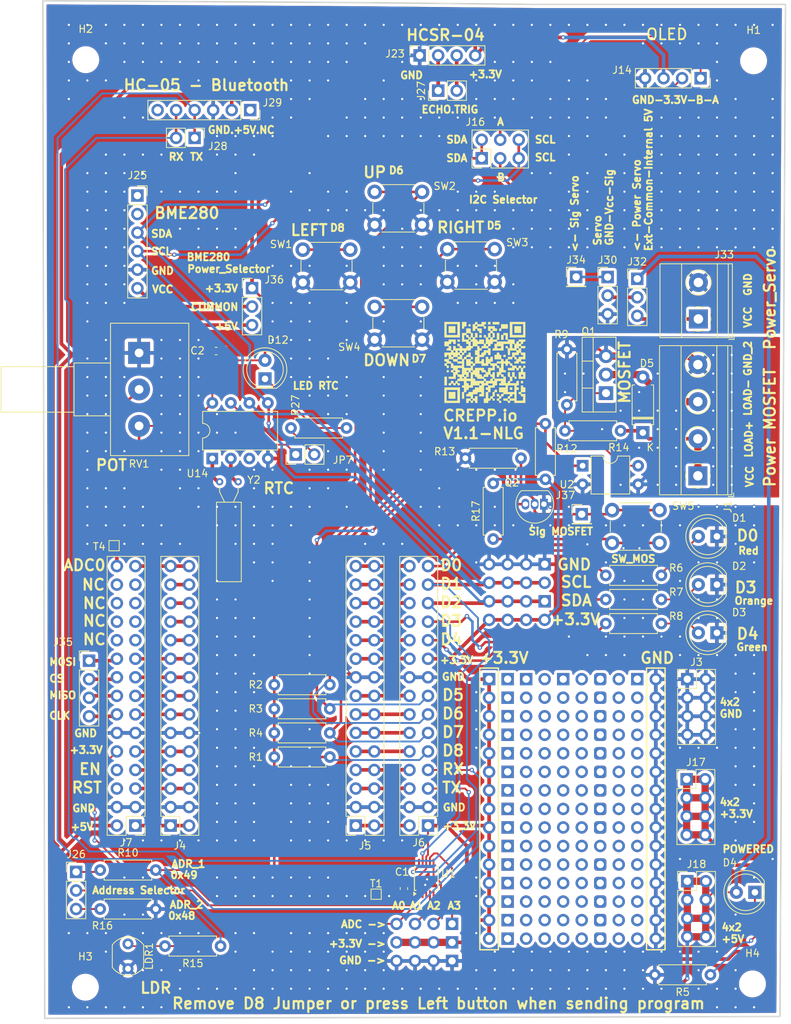
<source format=kicad_pcb>
(kicad_pcb (version 20240108) (generator "pcbnew") (generator_version "8.0")
  (layers (0 "F.Cu" signal) (31 "B.Cu" signal) (34 "B.Paste" user) (35 "F.Paste" user) (36 "B.SilkS" user "B.Silkscreen") (37 "F.SilkS" user "F.Silkscreen") (38 "B.Mask" user) (39 "F.Mask" user) (44 "Edge.Cuts" user))
  (net 0 "")
  (net 1 "Net-(D1-A)")
  (net 2 "Net-(D2-A)")
  (net 3 "/LED/RED_LED")
  (net 4 "Net-(D3-A)")
  (net 5 "/LED/ORANGE_LED")
  (net 6 "/LED/GREEN")
  (net 7 "/OLED/A")
  (net 8 "/OLED/B")
  (net 9 "/IO_Extender/A1")
  (net 10 "/IO_Extender/SDA")
  (net 11 "/LDR")
  (net 12 "/IO_Extender/A2")
  (net 13 "/IO_Extender/SCL")
  (net 14 "/IO_Extender/A3")
  (net 15 "Net-(U1-ALERT{slash}RDY)")
  (net 26 "/MCU/CS")
  (net 27 "+3.3V")
  (net 28 "Net-(D12-K)")
  (net 29 "Net-(JP7-A)")
  (net 30 "Net-(JP7-B)")
  (net 31 "Net-(U14-X2)")
  (net 32 "Net-(U14-X1)")
  (net 33 "+5V")
  (net 34 "Net-(D5-A)")
  (net 35 "Net-(D5-K)")
  (net 36 "Net-(Q1-G)")
  (net 37 "/MCU/Pin_20")
  (net 38 "/MCU/Pin_24")
  (net 39 "/MCU/Pin_6")
  (net 40 "/MCU/Pin_26")
  (net 41 "/MCU/Pin_28")
  (net 42 "/MCU/Pin_30")
  (net 43 "/MCU/Pin_12")
  (net 44 "/MCU/Pin_10")
  (net 45 "/MCU/Pin_14")
  (net 46 "/MCU/Pin_16")
  (net 47 "/MCU/Pin_8")
  (net 48 "/MCU/Pin_22")
  (net 49 "/MCU/Pin_19")
  (net 50 "/MCU/Pin_29")
  (net 51 "/MCU/Pin_9")
  (net 52 "/MCU/Pin_25")
  (net 53 "/MCU/Pin_13")
  (net 54 "/MCU/Pin_5")
  (net 55 "/MCU/Pin_23")
  (net 56 "/MCU/Pin_15")
  (net 57 "/MCU/Pin_1")
  (net 58 "/MCU/Pin_17")
  (net 59 "/MCU/Pin_27")
  (net 60 "/MCU/Pin_21")
  (net 61 "/MCU/Pin_7")
  (net 62 "/POT")
  (net 157 "GND")
  (net 163 "GND_POWER")
  (net 164 "Net-(J26-Pin_1)")
  (net 165 "Net-(J26-Pin_3)")
  (net 166 "Net-(J26-Pin_2)")
  (net 169 "/MCU/Pin_2")
  (net 170 "/MCU/GPIO12_D6")
  (net 171 "/MCU/GPIO14_D5")
  (net 172 "/MCU/GPIO13_D7_RX2")
  (net 173 "/MCU/GPIO15_D8_TX2")
  (net 174 "/MCU/CLK")
  (net 177 "/MCU/EN")
  (net 178 "/MCU/MOSI")
  (net 179 "/MCU/RESET")
  (net 180 "/MCU/MISO")
  (net 181 "Net-(D4-K)")
  (net 182 "Net-(J23-Pin_2)")
  (net 183 "/Bluetooth/TX")
  (net 184 "/Bluetooth/RX")
  (net 188 "Net-(J30-Pin_2)")
  (net 189 "Net-(J30-Pin_1)")
  (net 190 "/Power/Ext_Servo")
  (net 191 "Net-(J23-Pin_3)")
  (net 207 "/Sensors/VCC_Sensor")
  (net 208 "Net-(J37-Pin_1)")
  (net 211 "Net-(Q2-D)")
  (net 212 "Net-(R17-Pad1)")
  (footprint "Resistor_THT:R_Axial_DIN0207_L6.3mm_D2.5mm_P7.62mm_Horizontal" (layer "F.Cu") (at 176.570194 97.028989)
    (property "Reference" "R7")
    (property "Value" "270")
  )
  (footprint "Connector_PinSocket_2.54mm:PinSocket_1x06_P2.54mm_Vertical" (layer "F.Cu") (at 112.333194 41.681989)
    (property "Reference" "J25")
    (property "Value" "BME")
  )
  (footprint "Potentiometer_THT:Potentiometer_Alps_RK163_Single_Horizontal" (layer "F.Cu") (at 112.562194 63.246989)
    (property "Reference" "RV1")
    (property "Value" "R_Potentiometer")
  )
  (footprint "Connector_PinHeader_2.54mm:PinHeader_1x04_P2.54mm_Vertical" (layer "F.Cu") (at 155.488194 146.558989 -90)
    (property "Reference" "J20" (hide yes))
    (property "Value" "GND_Analog" (hide yes))
  )
  (footprint "Connector_PinHeader_2.54mm:PinHeader_1x03_P2.54mm_Vertical" (layer "F.Cu") (at 176.824194 52.847989)
    (property "Reference" "J30")
    (property "Value" "Servo")
  )
  (footprint "Connector_PinHeader_2.54mm:PinHeader_2x04_P2.54mm_Vertical" (layer "F.Cu") (at 168.188194 92.202989 -90)
    (property "Reference" "J13" (hide yes))
    (property "Value" "Conn_02x04_Odd_Even" (hide yes))
  )
  (footprint "LED_THT:LED_D5.0mm" (layer "F.Cu") (at 191.810194 101.600989 180)
    (property "Reference" "D3")
    (property "Value" "LED")
  )
  (footprint "Button_Switch_THT:SW_PUSH_6mm" (layer "F.Cu") (at 144.872194 56.932989)
    (property "Reference" "SW4")
    (property "Value" "SW_Down" (hide yes))
  )
  (footprint "Connector_PinSocket_2.54mm:PinSocket_2x15_P2.54mm_Vertical" (layer "F.Cu") (at 116.880194 128.016989 180)
    (property "Reference" "J4")
    (property "Value" "Right_Connector")
  )
  (footprint "Connector_PinHeader_2.54mm:PinHeader_2x04_P2.54mm_Vertical" (layer "F.Cu") (at 168.188194 97.282989 -90)
    (property "Reference" "J15" (hide yes))
    (property "Value" "Conn_02x04_Odd_Even" (hide yes))
  )
  (footprint "Resistor_THT:R_Axial_DIN0207_L6.3mm_D2.5mm_P7.62mm_Horizontal" (layer "F.Cu") (at 141.010194 73.533989 180)
    (property "Reference" "R27")
    (property "Value" "270")
  )
  (footprint "Connector_PinHeader_2.54mm:PinHeader_1x04_P2.54mm_Vertical" (layer "F.Cu") (at 155.488194 141.478989 -90)
    (property "Reference" "J19" (hide yes))
    (property "Value" "Analog_Inputs" (hide yes))
  )
  (footprint "Connector_PinHeader_2.54mm:PinHeader_2x03_P2.54mm_Vertical" (layer "F.Cu") (at 159.552194 36.576989 90)
    (property "Reference" "J16")
    (property "Value" "I2C_Selector")
  )
  (footprint "Connector_PinHeader_2.54mm:PinHeader_2x15_P2.54mm_Vertical" (layer "F.Cu") (at 152.186194 128.016989 180)
    (property "Reference" "J6")
    (property "Value" "Right_Connector" (hide yes))
  )
  (footprint "MountingHole:MountingHole_3.2mm_M3" (layer "F.Cu") (at 196.839394 23.216589)
    (property "Reference" "H1")
    (property "Value" "MountingHole")
  )
  (footprint "Connector_PinHeader_2.54mm:PinHeader_2x15_P2.54mm_Vertical" (layer "F.Cu") (at 112.054194 128.016989 180)
    (property "Reference" "J7")
    (property "Value" "Left_Connector" (hide yes))
  )
  (footprint "MountingHole:MountingHole_3.2mm_M3" (layer "F.Cu") (at 196.686994 149.708589)
    (property "Reference" "H4")
    (property "Value" "MountingHole")
  )
  (footprint "MountingHole:MountingHole_3.2mm_M3" (layer "F.Cu") (at 105.246994 23.064189)
    (property "Reference" "H2")
    (property "Value" "MountingHole")
  )
  (footprint "TerminalBlock_Phoenix:TerminalBlock_Phoenix_MKDS-1,5-2_1x02_P5.00mm_Horizontal" (layer "F.Cu") (at 189.270194 58.594989 90)
    (property "Reference" "J33")
    (property "Value" "Screw_Terminal_01x02")
  )
  (footprint "Button_Switch_THT:SW_PUSH_6mm" (layer "F.Cu") (at 144.872194 41.184989)
    (property "Reference" "SW2")
    (property "Value" "SW_Up")
  )
  (footprint "Resistor_THT:R_Axial_DIN0207_L6.3mm_D2.5mm_P7.62mm_Horizontal" (layer "F.Cu") (at 131.104194 118.618989)
    (property "Reference" "R1")
    (property "Value" "10k")
  )
  (footprint "Connector_PinSocket_2.54mm:PinSocket_1x04_P2.54mm_Vertical" (layer "F.Cu") (at 151.043194 22.479989 90)
    (property "Reference" "J23")
    (property "Value" "HC-SR")
  )
  (footprint "Resistor_THT:R_Axial_DIN0207_L6.3mm_D2.5mm_P7.62mm_Horizontal" (layer "F.Cu") (at 161.126994 88.748589 90)
    (property "Reference" "R17")
    (property "Value" "1k")
  )
  (footprint "TestPoint:TestPoint_Pad_1.0x1.0mm" (layer "F.Cu") (at 145.074194 137.414989)
    (property "Reference" "T1")
    (property "Value" "TestPoint")
  )
  (footprint "LED_THT:LED_D5.0mm" (layer "F.Cu") (at 191.810194 88.392989 180)
    (property "Reference" "D1")
    (property "Value" "LED")
  )
  (footprint "Connector_PinHeader_2.54mm:PinHeader_1x04_P2.54mm_Vertical" (layer "F.Cu") (at 155.488194 144.018989 -90)
    (property "Reference" "J21" (hide yes))
    (property "Value" "+3.3V_Analog" (hide yes))
  )
  (footprint "Package_DIP:DIP-4_W7.62mm" (layer "F.Cu") (at 173.390194 78.708989)
    (property "Reference" "U2")
    (property "Value" "PC817")
  )
  (footprint "Connector_PinHeader_2.54mm:PinHeader_1x04_P2.54mm_Vertical" (layer "F.Cu") (at 105.704194 105.420989)
    (property "Reference" "J35")
    (property "Value" "SPI_Connector")
  )
  (footprint "Connector_PinHeader_2.54mm:PinHeader_2x15_P2.54mm_Vertical" (layer "F.Cu") (at 160.568194 107.950989)
    (property "Reference" "J12" (hide yes))
    (property "Value" "Right_Connector" (hide yes))
  )
  (footprint "Connector_PinSocket_2.54mm:PinSocket_2x15_P2.54mm_Vertical" (layer "F.Cu") (at 142.280194 128.016989 180)
    (property "Reference" "J5")
    (property "Value" "Right_Connector")
  )
  (footprint "Button_Switch_THT:SW_PUSH_6mm" (layer "F.Cu") (at 154.830194 49.022989)
    (property "Reference" "SW3")
    (property "Value" "SW_Right")
  )
  (footprint "LED_THT:LED_D5.0mm" (layer "F.Cu") (at 129.834194 66.802989 90)
    (property "Reference" "D12")
    (property "Value" "LED")
  )
  (footprint "Diode_THT:D_A-405_P7.62mm_Horizontal" (layer "F.Cu") (at 181.650194 74.168989 90)
    (property "Reference" "D5")
    (property "Value" "D")
  )
  (footprint "Resistor_THT:R_Axial_DIN0207_L6.3mm_D2.5mm_P7.62mm_Horizontal" (layer "F.Cu") (at 131.104194 108.712989)
    (property "Reference" "R2")
    (property "Value" "10k")
  )
  (footprint "OptoDevice:R_LDR_5.1x4.3mm_P3.4mm_Vertical" (layer "F.Cu") (at 111.038194 144.225789 -90)
    (property "Reference" "LDR1")
    (property "Value" "LDR07")
  )
  (footprint "Connector_PinHeader_2.54mm:PinHeader_1x02_P2.54mm_Vertical" (layer "F.Cu") (at 134.050594 77.166189 90)
    (property "Reference" "JP7")
    (property "Value" "Jumper")
  )
  (footprint "Connector_PinHeader_2.54mm:PinHeader_2x15_P2.54mm_Vertical" (layer "F.Cu") (at 180.888194 107.950989)
    (property "Reference" "J8" (hide yes))
    (property "Value" "Right_Connector" (hide yes))
  )
  (footprint "Connector_PinHeader_2.54mm:PinHeader_2x04_P2.54mm_Vertical" (layer "F.Cu") (at 187.658194 121.666989)
    (property "Reference" "J17")
    (property "Value" "Conn_02x04_Odd_Even")
  )
  (footprint "Connector_PinHeader_2.54mm:PinHeader_2x04_P2.54mm_Vertical" (layer "F.Cu") (at 187.746194 107.950989)
    (property "Reference" "J3")
    (property "Value" "Conn_02x04_Odd_Even")
  )
  (footprint "Package_SO:TSSOP-10_3x3mm_P0.5mm" (layer "F.Cu") (at 151.948194 135.264989 90)
    (property "Reference" "U1")
    (property "Value" "ADS1115IDGS")
  )
  (footprint "Connector_PinSocket_2.54mm:PinSocket_1x06_P2.54mm_Vertical" (layer "F.Cu") (at 127.802194 29.972989 -90)
    (property "Reference" "J29")
    (property "Value" "Conn_01x06_Socket")
  )
  (footprint "Connector_PinHeader_2.54mm:PinHeader_2x15_P2.54mm_Vertical" (layer "F.Cu") (at 165.648194 107.950989)
    (property "Reference" "J9" (hide yes))
    (property "Value" "Right_Connector" (hide yes))
  )
  (footprint "LED_THT:LED_D5.0mm" (layer "F.Cu") (at 197.017194 137.160989 180)
    (property "Reference" "D4")
    (property "Value" "LED")
  )
  (footprint "Connector_PinHeader_2.54mm:PinHeader_1x03_P2.54mm_Vertical" (layer "F.Cu") (at 128.056194 54.356989)
    (property "Reference" "J36")
    (property "Value" "Power_Selector")
  )
  (footprint "Resistor_THT:R_Axial_DIN0207_L6.3mm_D2.5mm_P7.62mm_Horizontal" (layer "F.Cu") (at 131.104194 112.014989)
    (property "Reference" "R3")
    (property "Value" "10k")
  )
  (footprint "Resistor_THT:R_Axial_DIN0207_L6.3mm_D2.5mm_P7.62mm_Horizontal" (layer "F.Cu") (at 190.921194 148.463989 180)
    (property "Reference" "R5")
    (property "Value" "270")
  )
  (footprint "Connector_PinHeader_2.54mm:PinHeader_1x03_P2.54mm_Vertical" (layer "F.Cu") (at 103.926194 134.366989)
    (property "Reference" "J26")
    (property "Value" "Addr_Selector")
  )
  (footprint "Connector_PinHeader_2.54mm:PinHeader_1x01_P2.54mm_Vertical" (layer "F.Cu") (at 173.268194 85.344989)
    (property "Reference" "J37")
    (property "Value" "Sig_MOSFET")
  )
  (footprint "Resistor_THT:R_Axial_DIN0207_L6.3mm_D2.5mm_P7.62mm_Horizontal" (layer "F.Cu") (at 107.228194 139.446989)
    (property "Reference" "R16")
    (property "Value" "10k")
  )
  (footprint "Resistor_THT:R_Axial_DIN0207_L6.3mm_D2.5mm_P7.62mm_Horizontal" (layer "F.Cu") (at 123.738194 144.526989 180)
    (property "Reference" "R15")
    (property "Value" "10k")
  )
  (footprint "Connector_PinHeader_2.54mm:PinHeader_2x15_P2.54mm_Vertical" (layer "F.Cu") (at 175.808194 107.950989)
    (property "Reference" "J11" (hide yes))
    (property "Value" "Right_Connector" (hide yes))
  )
  (footprint "Resistor_THT:R_Axial_DIN0207_L6.3mm_D2.5mm_P7.62mm_Horizontal" (layer "F.Cu") (at 168.289794 72.949789 -90)
    (property "Reference" "R12")
    (property "Value" "270")
  )
  (footprint "MountingHole:MountingHole_3.2mm_M3" (layer "F.Cu") (at 105.196194 150.165789)
    (property "Reference" "H3")
    (property "Value" "MountingHole")
  )
  (footprint "TerminalBlock_Phoenix:TerminalBlock_Phoenix_MKDS-1,5-4-5.08_1x04_P5.08mm_Horizontal" (layer "F.Cu") (at 189.200194 80.088989 90)
    (property "Reference" "J1")
    (property "Value" "Screw_Terminal_01x04")
  )
  (footprint "Capacitor_SMD:C_0603_1608Metric" (layer "F.Cu") (at 123.128594 62.992989 180)
    (property "Reference" "C2")
    (property "Value" "100nF")
  )
  (footprint "Connector_PinHeader_2.54mm:PinHeader_1x03_P2.54mm_Vertical" (layer "F.Cu") (at 180.888194 53.086989)
    (property "Reference" "J32")
    (property "Value" "Power_Servo_Selector")
  )
  (footprint "Resistor_THT:R_Axial_DIN0207_L6.3mm_D2.5mm_P7.62mm_Horizontal" (layer "F.Cu") (at 176.570194 93.726989)
    (property "Reference" "R6")
    (property "Value" "270")
  )
  (footprint "Resistor_THT:R_Axial_DIN0207_L6.3mm_D2.5mm_P7.62mm_Horizontal" (layer "F.Cu") (at 176.570194 100.330989)
    (property "Reference" "R8")
    (property "Value" "270")
  )
  (footprint "Connector_PinHeader_2.54mm:PinHeader_2x15_P2.54mm_Vertical" (layer "F.Cu") (at 170.728194 107.950989)
    (property "Reference" "J10" (hide yes))
    (property "Value" "Right_Connector" (hide yes))
  )
  (footprint "Connector_PinHeader_2.54mm:PinHeader_1x02_P2.54mm_Vertical" (layer "F.Cu") (at 153.583194 27.305989 90)
    (property "Reference" "J27")
    (property "Value" "SIG_HCSR04")
  )
  (footprint "Crystal:Crystal_AT310_D3.0mm_L10.0mm_Horizontal" (layer "F.Cu") (at 123.611194 80.899989)
    (property "Reference" "Y2")
    (property "Value" "16MHz")
  )
  (footprint "Resistor_THT:R_Axial_DIN0207_L6.3mm_D2.5mm_P7.62mm_Horizontal" (layer "F.Cu") (at 157.316994 77.674189)
    (property "Reference" "R13")
    (property "Value" "10k")
  )
  (footprint "Package_TO_SOT_THT:TO-220-3_Vertical" (layer "F.Cu") (at 176.600194 68.758989 90)
    (property "Reference" "Q1")
    (property "Value" "IRF520")
  )
  (footprint "Button_Switch_THT:SW_PUSH_6mm" (layer "F.Cu") (at 135.018194 49.094989)
    (property "Reference" "SW1")
    (property "Value" "SW_Left")
  )
  (footprint "LOGO" (layer "F.Cu") (at 160.009394 64.618589)
    (property "Reference" "G***" (hide yes))
    (property "Value" "LOGO" (hide yes))
  )
  (footprint "Connector_PinHeader_2.54mm:PinHeader_2x04_P2.54mm_Vertical" (layer "F.Cu") (at 187.746194 135.636989)
    (property "Reference" "J18")
    (property "Value" "Conn_02x04_Odd_Even")
  )
  (footprint "Capacitor_SMD:C_0603_1608Metric" (layer "F.Cu") (at 148.884194 136.639989 -90)
    (property "Reference" "C1")
    (property "Value" "100nF")
  )
  (footprint "Connector_PinSocket_2.54mm:PinSocket_1x04_P2.54mm_Vertical" (layer "F.Cu") (at 189.574994 25.604189 -90)
    (property "Reference" "J14")
    (property "Value" "OLED_SOCKET")
  )
  (footprint "Connector_PinHeader_2.54mm:PinHeader_1x02_P2.54mm_Vertical" (layer "F.Cu") (at 120.182194 33.782989 -90)
    (property "Reference" "J28")
    (property "Value" "SIG_HC-05")
  )
  (footprint "Button_Switch_THT:SW_PUSH_6mm" (layer "F.Cu") (at 177.436194 84.786189)
    (property "Reference" "SW5")
    (property "Value" "SW_Left")
  )
  (footprint "Connector_PinHeader_2.54mm:PinHeader_1x01_P2.54mm_Vertical" (layer "F.Cu") (at 172.506194 52.832989)
    (property "Reference" "J34")
    (property "Value" "Sig_Servo")
  )
  (footprint "Resistor_THT:R_Axial_DIN0207_L6.3mm_D2.5mm_P7.62mm_Horizontal" (layer "F.Cu") (at 131.104194 115.316989)
    (property "Reference" "R4")
    (property "Value" "10k")
  )
  (footprint "LED_THT:LED_D5.0mm" (layer "F.Cu") (at 191.810194 94.996989 180)
    (property "Reference" "D2")
    (property "Value" "LED")
  )
  (footprint "Resistor_THT:R_Axial_DIN0207_L6.3mm_D2.5mm_P7.62mm_Horizontal" (layer "F.Cu") (at 171.236194 70.358989 90)
    (property "Reference" "R9")
    (property "Value" "10k")
  )
  (footprint "Resistor_THT:R_Axial_DIN0207_L6.3mm_D2.5mm_P7.62mm_Horizontal" (layer "F.Cu") (at 178.602194 73.914989 180)
    (property "Reference" "R14")
    (property "Value" "1k")
  )
  (footprint "Resistor_THT:R_Axial_DIN0207_L6.3mm_D2.5mm_P7.62mm_Horizontal" (layer "F.Cu") (at 107.228194 134.112989)
    (property "Reference" "R10")
    (property "Value" "10k")
  )
  (footprint "TestPoint:TestPoint_Pad_1.0x1.0mm" (layer "F.Cu") (at 109.133194 89.662989)
    (property "Reference" "T4")
    (property "Value" "TestPoint")
  )
  (footprint "Package_TO_SOT_THT:TO-92_Inline" (layer "F.Cu") (at 168.086594 83.968989 180)
    (property "Reference" "Q2")
    (property "Value" "2N7000")
  )
  (footprint "Package_DIP:DIP-8_W7.62mm" (layer "F.Cu") (at 122.605194 77.714989 90)
    (property "Reference" "U14")
    (property "Value" "DS1307+")
  )
  (gr_rect (start 182.158194 106.426989) (end 184.698194 145.034989) (stroke (width 0.2)) (fill none) (layer "F.SilkS"))
  (gr_rect (start 159.298194 106.426989) (end 161.838194 145.034989) (stroke (width 0.2)) (fill none) (layer "F.SilkS"))
  (gr_poly (pts (xy 201.2188 15.494) (xy 167.1828 15.494) (xy 166.9288 15.494) (xy 142.7988 15.24) (xy 99.3648 14.986) (xy 99.6188 154.432) (xy 200.4568 154.178)) (stroke (width 0.2)) (fill none) (layer "Edge.Cuts"))
  (gr_text "CREPP.io\nV1.1-NLG\n" (at 154.116594 75.134189 0) (layer "F.SilkS") (effects (font (size 1.5 1.5) (thickness 0.3) (bold yes)) (justify left bottom)))
  (gr_text "D8" (at 153.964194 118.618989 0) (layer "F.SilkS") (effects (font (size 1.5 1.5) (thickness 0.3) (bold yes)) (justify left bottom)))
  (gr_text "COMMON" (at 119.547194 57.531989 0) (layer "F.SilkS") (effects (font (size 1 1) (thickness 0.25) (bold yes)) (justify left bottom)))
  (gr_text "+3.3V" (at 121.452194 54.991989 0) (layer "F.SilkS") (effects (font (size 1 1) (thickness 0.25) (bold yes)) (justify left bottom)))
  (gr_text "GND_2" (at 196.636194 66.548989 90) (layer "F.SilkS") (effects (font (size 1 1) (thickness 0.25) (bold yes)) (justify left bottom)))
  (gr_text "GND.+5V.NC" (at 121.858594 33.274989 0) (layer "F.SilkS") (effects (font (size 1 1) (thickness 0.25) (bold yes)) (justify left bottom)))
  (gr_text "CLK" (at 100.116194 113.538989 0) (layer "F.SilkS") (effects (font (size 1 1) (thickness 0.25) (bold yes)) (justify left bottom)))
  (gr_text "POWERED" (at 192.445194 131.826989 0) (layer "F.SilkS") (effects (font (size 1 1) (thickness 0.25) (bold yes)) (justify left bottom)))
  (gr_text "Sig MOSFET" (at 165.851394 88.291389 0) (layer "F.SilkS") (effects (font (size 1 1) (thickness 0.25) (bold yes)) (justify left bottom)))
  (gr_text "D7" (at 149.798594 64.618589 0) (layer "F.SilkS") (effects (font (size 1 1) (thickness 0.25) (bold yes)) (justify left bottom)))
  (gr_text "+3.3V" (at 168.848594 100.635789 0) (layer "F.SilkS") (effects (font (size 1.5 1.5) (thickness 0.3) (bold yes)) (justify left bottom)))
  (gr_text "ECHO.TRIG" (at 151.170194 30.480989 0) (layer "F.SilkS") (effects (font (size 1 1) (thickness 0.25) (bold yes)) (justify left bottom)))
  (gr_text "NC" (at 104.688194 98.425989 0) (layer "F.SilkS") (effects (font (size 1.5 1.5) (thickness 0.3) (bold yes)) (justify left bottom)))
  (gr_text "Servo\nGND-Vcc-Sig" (at 177.636994 48.667389 90) (layer "F.SilkS") (effects (font (size 1 1) (thickness 0.25) (bold yes)) (justify left bottom)))
  (gr_text "D7" (at 153.964194 116.078989 0) (layer "F.SilkS") (effects (font (size 1.5 1.5) (thickness 0.3) (bold yes)) (justify left bottom)))
  (gr_text "HC-05 - Bluetooth" (at 110.276194 27.432989 0) (layer "F.SilkS") (effects (font (size 1.5 1.5) (thickness 0.3) (bold yes)) (justify left bottom)))
  (gr_text "GND" (at 103.291194 126.238989 0) (layer "F.SilkS") (effects (font (size 1 1) (thickness 0.25) (bold yes)) (justify left bottom)))
  (gr_text "+3.3V" (at 154.091194 128.651989 0) (layer "F.SilkS") (effects (font (size 1 1) (thickness 0.25) (bold yes)) (justify left bottom)))
  (gr_text "NC" (at 104.561194 95.885989 0) (layer "F.SilkS") (effects (font (size 1.5 1.5) (thickness 0.3) (bold yes)) (justify left bottom)))
  (gr_text "RST" (at 103.164194 123.698989 0) (layer "F.SilkS") (effects (font (size 1.5 1.5) (thickness 0.3) (bold yes)) (justify left bottom)))
  (gr_text "ADR_1" (at 116.880194 133.858989 0) (layer "F.SilkS") (effects (font (size 1 1) (thickness 0.25) (bold yes)) (justify left bottom)))
  (gr_text "GND" (at 148.249194 25.781989 0) (layer "F.SilkS") (effects (font (size 1 1) (thickness 0.25) (bold yes)) (justify left bottom)))
  (gr_text "ADC0" (at 102.021194 93.218989 0) (layer "F.SilkS") (effects (font (size 1.5 1.5) (thickness 0.3) (bold yes)) (justify left bottom)))
  (gr_text "Red" (at 194.604194 90.932989 0) (layer "F.SilkS") (effects (font (size 1 1) (thickness 0.25) (bold yes)) (justify left bottom)))
  (gr_text "GND-3.3V-B-A" (at 180.024594 29.160189 0) (layer "F.SilkS") (effects (font (size 1 1) (thickness 0.25) (bold yes)) (justify left bottom)))
  (gr_text "D3" (at 194.096194 96.266989 0) (layer "F.SilkS") (effects (font (size 1.5 1.5) (thickness 0.3) (bold yes)) (justify left bottom)))
  (gr_text "GND" (at 153.964194 108.204989 0) (layer "F.SilkS") (effects (font (size 1 1) (thickness 0.25) (bold yes)) (justify left bottom)))
  (gr_text "SCL" (at 166.714994 34.595789 0) (layer "F.SilkS") (effects (font (size 1 1) (thickness 0.25) (bold yes)) (justify left bottom)))
  (gr_text "+3.3V" (at 157.647194 25.654989 0) (layer "F.SilkS") (effects (font (size 1 1) (thickness 0.25) (bold yes)) (justify left bottom)))
  (gr_text "GND" (at 154.091194 126.111989 0) (layer "F.SilkS") (effects (font (size 1 1) (thickness 0.25) (bold yes)) (justify left bottom)))
  (gr_text "MOSI" (at 100.116194 106.172989 0) (layer "F.SilkS") (effects (font (size 1 1) (thickness 0.25) (bold yes)) (justify left bottom)))
  (gr_text "CS" (at 100.116194 108.458989 0) (layer "F.SilkS") (effects (font (size 1 1) (thickness 0.25) (bold yes)) (justify left bottom)))
  (gr_text "4x2\nGND" (at 192.064194 113.284989 0) (layer "F.SilkS") (effects (font (size 1 1) (thickness 0.25) (bold yes)) (justify left bottom)))
  (gr_text "RTC" (at 129.453194 82.677989 0) (layer "F.SilkS") (effects (font (size 1.5 1.5) (thickness 0.3) (bold yes)) (justify left bottom)))
  (gr_text "4x2\n+5V" (at 192.318194 144.145989 0) (layer "F.SilkS") (effects (font (size 1 1) (thickness 0.25) (bold yes)) (justify left bottom)))
  (gr_text "ADR_2" (at 116.626194 139.446989 0) (layer "F.SilkS") (effects (font (size 1 1) (thickness 0.25) (bold yes)) (justify left bottom)))
  (gr_text "A" (at 161.533394 32.157389 0) (layer "F.SilkS") (effects (font (size 1 1) (thickness 0.25) (bold yes)) (justify left bottom)))
  (gr_text "A3" (at 154.726194 139.573989 0) (layer "F.SilkS") (effects (font (size 1 1) (thickness 0.25) (bold yes)) (justify left bottom)))
  (gr_text "NC" (at 104.688194 100.838989 0) (layer "F.SilkS") (effects (font (size 1.5 1.5) (thickness 0.3) (bold yes)) (justify left bottom)))
  (gr_text "D8" (at 138.622594 46.686189 0) (layer "F.SilkS") (effects (font (size 1 1) (thickness 0.25) (bold yes)) (justify left bottom)))
  (gr_text "B" (at 161.533394 39.777389 0) (layer "F.SilkS") (effects (font (size 1 1) (thickness 0.25) (bold yes)) (justify left bottom)))
  (gr_text "TX" (at 153.964194 123.698989 0) (layer "F.SilkS") (effects (font (size 1.5 1.5) (thickness 0.3) (bold yes)) (justify left bottom)))
  (gr_text "HCSR-04" (at 149.036594 20.574989 0) (layer "F.SilkS") (effects (font (size 1.5 1.5) (thickness 0.3) (bold yes)) (justify left bottom)))
  (gr_text "<- Power Servo\nExt-Common-Internal 5V" (at 183.021794 49.429389 90) (layer "F.SilkS") (effects (font (size 1 1) (thickness 0.25) (bold yes)) (justify left bottom)))
  (gr_text "D5" (at 160.110994 46.381389 0) (layer "F.SilkS") (effects (font (size 1 1) (thickness 0.25) (bold yes)) (justify left bottom)))
  (gr_text "D2" (at 153.710194 98.298989 0) (layer "F.SilkS") (effects (font (size 1.5 1.5) (thickness 0.3) (bold yes)) (justify left bottom)))
  (gr_text "D6" (at 153.964194 113.538989 0) (layer "F.SilkS") (effects (font (size 1.5 1.5) (thickness 0.3) (bold yes)) (justify left bottom)))
  (gr_text "GND ->" (at 139.867194 147.066989 0) (layer "F.SilkS") (effects (font (size 1 1) (thickness 0.25) (bold yes)) (justify left bottom)))
  (gr_text "D0" (at 194.350194 89.154989 0) (layer "F.SilkS") (effects (font (size 1.5 1.5) (thickness 0.3) (bold yes)) (justify left bottom)))
  (gr_text "Remove D8 Jumper or press Left button when sending program" (at 116.930994 153.264589 0) (layer "F.SilkS") (effects (font (size 1.5 1.5) (thickness 0.3) (bold yes)) (justify left bottom)))
  (gr_text "RIGHT" (at 153.252994 46.940189 0) (layer "F.SilkS") (effects (font (size 1.5 1.5) (thickness 0.3) (bold yes)) (justify left bottom)))
  (gr_text "TX\n" (at 119.420194 36.957989 0) (layer "F.SilkS") (effects (font (size 1 1) (thickness 0.25) (bold yes)) (justify left bottom)))
  (gr_text "I2C Selector" (at 157.672594 42.825389 0) (layer "F.SilkS") (effects (font (size 1 1) (thickness 0.25) (bold yes)) (justify left bottom)))
  (gr_text "D4" (at 153.710194 103.378989 0) (layer "F.SilkS") (effects (font (size 1.5 1.5) (thickness 0.3) (bold yes)) (justify left bottom)))
  (gr_text "D6" (at 146.699794 38.812189 0) (layer "F.SilkS") (effects (font (size 1 1) (thickness 0.25) (bold yes)) (justify left bottom)))
  (gr_text "MISO" (at 100.116194 110.744989 0) (layer "F.SilkS") (effects (font (size 1 1) (thickness 0.25) (bold yes)) (justify left bottom)))
  (gr_text "SDA" (at 154.573794 34.595789 0) (layer "F.SilkS") (effects (font (size 1 1) (thickness 0.25) (bold yes)) (justify left bottom)))
  (gr_text "SDA" (at 170.220194 98.044989 0) (layer "F.SilkS") (effects (font (size 1.5 1.5) (thickness 0.3) (bold yes)) (justify left bottom)))
  (gr_text "LDR" (at 112.562194 151.130989 0) (layer "F.SilkS") (effects (font (size 1.5 1.5) (thickness 0.3) (bold yes)) (justify left bottom)))
  (gr_text "A1" (at 149.519194 139.573989 0) (layer "F.SilkS") (effects (font (size 1 1) (thickness 0.25) (bold yes)) (justify left bottom)))
  (gr_text "POT" (at 106.466194 79.502989 0) (layer "F.SilkS") (effects (font (size 1.5 1.5) (thickness 0.3) (bold yes)) (justify left bottom)))
  (gr_text "<- Sig Servo" (at 172.887194 49.530989 90) (layer "F.SilkS") (effects (font (size 1 1) (thickness 0.25) (bold yes)) (justify left bottom)))
  (gr_text "SCL" (at 114.086194 49.911989 0) (layer "F.SilkS") (effects (font (size 1 1) (thickness 0.25) (bold yes)) (justify left bottom)))
  (gr_text "DOWN" (at 143.143794 65.126589 0) (layer "F.SilkS") (effects (font (size 1.5 1.5) (thickness 0.3) (bold yes)) (justify left bottom)))
  (gr_text "A0" (at 147.106194 139.573989 0) (layer "F.SilkS") (effects (font (size 1 1) (thickness 0.25) (bold yes)) (justify left bottom)))
  (gr_text "GND" (at 114.086194 52.578989 0) (layer "F.SilkS") (effects (font (size 1 1) (thickness 0.25) (bold yes)) (justify left bottom)))
  (gr_text "D5" (at 153.964194 110.998989 0) (layer "F.SilkS") (effects (font (size 1.5 1.5) (thickness 0.3) (bold yes)) (justify left bottom)))
  (gr_text "LED RTC" (at 133.517194 68.326989 0) (layer "F.SilkS") (effects (font (size 1 1) (thickness 0.25) (bold yes)) (justify left bottom)))
  (gr_text "+3.3V ->" (at 138.470194 144.780989 0) (layer "F.SilkS") (effects (font (size 1 1) (thickness 0.25) (bold yes)) (justify left bottom)))
  (gr_text "Orange" (at 194.096194 97.790989 0) (layer "F.SilkS") (effects (font (size 1 1) (thickness 0.25) (bold yes)) (justify left bottom)))
  (gr_text "LEFT" (at 133.186994 47.295789 0) (layer "F.SilkS") (effects (font (size 1.5 1.5) (thickness 0.3) (bold yes)) (justify left bottom)))
  (gr_text "A2" (at 151.932194 139.573989 0) (layer "F.SilkS") (effects (font (size 1 1) (thickness 0.25) (bold yes)) (justify left bottom)))
  (gr_text "UP" (at 143.143794 39.370989 0) (layer "F.SilkS") (effects (font (size 1.5 1.5) (thickness 0.3) (bold yes)) (justify left bottom)))
  (gr_text "GND" (at 169.762994 93.117389 0) (layer "F.SilkS") (effects (font (size 1.5 1.5) (thickness 0.3) (bold yes)) (justify left bottom)))
  (gr_text "D4" (at 194.350194 102.616989 0) (layer "F.SilkS") (effects (font (size 1.5 1.5) (thickness 0.3) (bold yes)) (justify left bottom)))
  (gr_text "BME280" (at 118.962994 50.699389 0) (layer "F.SilkS") (effects (font (size 1 1) (thickness 0.25) (bold yes)) (justify left bottom)))
  (gr_text "+5V" (at 122.849194 60.198989 0) (layer "F.SilkS") (effects (font (size 1 1) (thickness 0.25) (bold yes)) (justify left bottom)))
  (gr_text "4x2\n+3.3V" (at 192.064194 127.000989 0) (layer "F.SilkS") (effects (font (size 1 1) (thickness 0.25) (bold yes)) (justify left bottom)))
  (gr_text "SCL" (at 166.714994 37.034189 0) (layer "F.SilkS") (effects (font (size 1 1) (thickness 0.25) (bold yes)) (justify left bottom)))
  (gr_text "VCC" (at 114.213194 55.118989 0) (layer "F.SilkS") (effects (font (size 1 1) (thickness 0.25) (bold yes)) (justify left bottom)))
  (gr_text "Green" (at 194.350194 104.140989 0) (layer "F.SilkS") (effects (font (size 1 1) (thickness 0.25) (bold yes)) (justify left bottom)))
  (gr_text "GND" (at 181.142194 105.918989 0) (layer "F.SilkS") (effects (font (size 1.5 1.5) (thickness 0.3) (bold yes)) (justify left bottom)))
  (gr_text "D1" (at 153.710194 95.758989 0) (layer "F.SilkS") (effects (font (size 1.5 1.5) (thickness 0.3) (bold yes)) (justify left bottom)))
  (gr_text "D0" (at 153.710194 93.218989 0) (layer "F.SilkS") (effects (font (size 1.5 1.5) (thickness 0.3) (bold yes)) (justify left bottom)))
  (gr_text "SDA" (at 154.573794 37.135789 0) (layer "F.SilkS") (effects (font (size 1 1) (thickness 0.25) (bold yes)) (justify left bottom)))
  (gr_text "VCC" (at 196.890194 81.788989 90) (layer "F.SilkS") (effects (font (size 1 1) (thickness 0.25) (bold yes)) (justify left bottom)))
  (gr_text "OLED" (at 181.954994 20.473389 0) (layer "F.SilkS") (effects (font (size 1.5 1.5) (thickness 0.25) (bold yes)) (justify left bottom)))
  (gr_text "Address Selector" (at 106.008994 137.465789 0) (layer "F.SilkS") (effects (font (size 1 1) (thickness 0.25) (bold yes)) (justify left bottom)))
  (gr_text "0x49" (at 116.727794 135.382989 0) (layer "F.SilkS") (effects (font (size 1 1) (thickness 0.25) (bold yes)) (justify left bottom)))
  (gr_text "LOAD-" (at 196.636194 72.009989 90) (layer "F.SilkS") (effects (font (size 1 1) (thickness 0.25) (bold yes)) (justify left bottom)))
  (gr_text "+3.3V" (at 159.044194 105.918989 0) (layer "F.SilkS") (effects (font (size 1.5 1.5) (thickness 0.3) (bold yes)) (justify left bottom)))
  (gr_text "0x48" (at 116.422994 140.970989 0) (layer "F.SilkS") (effects (font (size 1 1) (thickness 0.25) (bold yes)) (justify left bottom)))
  (gr_text "+3.3V" (at 153.710194 105.918989 0) (layer "F.SilkS") (effects (font (size 1 1) (thickness 0.25) (bold yes)) (justify left bottom)))
  (gr_text "VCC  GND" (at 196.636194 59.944989 90) (layer "F.SilkS") (effects (font (size 1 1) (thickness 0.25) (bold yes)) (justify left bottom)))
  (gr_text "RX" (at 116.499194 36.957989 0) (layer "F.SilkS") (effects (font (size 1 1) (thickness 0.25) (bold yes)) (justify left bottom)))
  (gr_text "EN" (at 104.180194 121.158989 0) (layer "F.SilkS") (effects (font (size 1.5 1.5) (thickness 0.3) (bold yes)) (justify left bottom)))
  (gr_text "Power_Servo" (at 199.938194 62.992989 90) (layer "F.SilkS") (effects (font (size 1.5 1.5) (thickness 0.3) (bold yes)) (justify left bottom)))
  (gr_text "D3" (at 153.710194 100.838989 0) (layer "F.SilkS") (effects (font (size 1.5 1.5) (thickness 0.3) (bold yes)) (justify left bottom)))
  (gr_text "MOSFET" (at 180.024594 70.358989 90) (layer "F.SilkS") (effects (font (size 1.5 1.5) (thickness 0.3) (bold yes)) (justify left bottom)))
  (gr_text "SW_MOS" (at 177.179794 92.050589 0) (layer "F.SilkS") (effects (font (size 1 1) (thickness 0.25) (bold yes)) (justify left bottom)))
  (gr_text "+5V" (at 103.037194 128.778989 0) (layer "F.SilkS") (effects (font (size 1 1) (thickness 0.25) (bold yes)) (justify left bottom)))
  (gr_text "SDA" (at 114.086194 47.498989 0) (layer "F.SilkS") (effects (font (size 1 1) (thickness 0.25) (bold yes)) (justify left bottom)))
  (gr_text "Power MOSFET" (at 199.938194 81.788989 90) (layer "F.SilkS") (effects (font (size 1.5 1.5) (thickness 0.3) (bold yes)) (justify left bottom)))
  (gr_text "GND" (at 103.545194 115.951989 0) (layer "F.SilkS") (effects (font (size 1 1) (thickness 0.25) (bold yes)) (justify left bottom)))
  (gr_text "BME280" (at 114.492594 44.958989 0) (layer "F.SilkS") (effects (font (size 1.5 1.5) (thickness 0.3) (bold yes)) (justify left bottom)))
  (gr_text "SCL" (at 170.220194 95.504989 0) (layer "F.SilkS") (effects (font (size 1.5 1.5) (thickness 0.3) (bold yes)) (justify left bottom)))
  (gr_text "NC" (at 104.688194 103.378989 0) (layer "F.SilkS") (effects (font (size 1.5 1.5) (thickness 0.3) (bold yes)) (justify left bottom)))
  (gr_text "Power_Selector" (at 119.039194 52.324989 0) (layer "F.SilkS") (effects (font (size 1 1) (thickness 0.25) (bold yes)) (justify left bottom)))
  (gr_text "ADC ->" (at 140.121194 142.113989 0) (layer "F.SilkS") (effects (font (size 1 1) (thickness 0.25) (bold yes)) (justify left bottom)))
  (gr_text "+3.3V" (at 102.910194 118.237989 0) (layer "F.SilkS") (effects (font (size 1 1) (thickness 0.25) (bold yes)) (justify left bottom)))
  (gr_text "LOAD+" (at 196.763194 77.724989 90) (layer "F.SilkS") (effects (font (size 1 1) (thickness 0.25) (bold yes)) (justify left bottom)))
  (gr_text "RX" (at 153.964194 121.158989 0) (layer "F.SilkS") (effects (font (size 1.5 1.5) (thickness 0.3) (bold yes)) (justify left bottom)))
  (segment (start 184.190194 93.472989) (end 184.190194 93.726989) (width 0.25) (layer "F.Cu") (net 1))
  (segment (start 189.270194 88.392989) (end 184.190194 93.472989) (width 0.25) (layer "F.Cu") (net 1))
  (segment (start 187.238194 97.028989) (end 189.270194 94.996989) (width 0.25) (layer "F.Cu") (net 2))
  (segment (start 184.190194 97.028989) (end 187.238194 97.028989) (width 0.25) (layer "F.Cu") (net 2))
  (segment (start 173.166594 90.323389) (end 176.570194 93.726989) (width 0.35) (layer "F.Cu") (net 3))
  (segment (start 156.097794 90.323389) (end 173.166594 90.323389) (width 0.35) (layer "F.Cu") (net 3))
  (segment (start 152.186194 92.456989) (end 153.964194 92.456989) (width 0.35) (layer "F.Cu") (net 3))
  (segment (start 153.964194 92.456989) (end 156.097794 90.323389) (width 0.35) (layer "F.Cu") (net 3))
  (segment (start 188.000194 100.330989) (end 189.270194 101.600989) (width 0.25) (layer "F.Cu") (net 4))
  (segment (start 184.190194 100.330989) (end 188.000194 100.330989) (width 0.25) (layer "F.Cu") (net 4))
  (segment (start 160.060194 102.870989) (end 168.950194 102.870989) (width 0.35) (layer "F.Cu") (net 5))
  (segment (start 168.950194 102.870989) (end 174.792194 97.028989) (width 0.35) (layer "F.Cu") (net 5))
  (segment (start 156.758194 100.076989) (end 157.520194 99.314989) (width 0.35) (layer "F.Cu") (net 5))
  (segment (start 174.792194 97.028989) (end 176.570194 97.028989) (width 0.35) (layer "F.Cu") (net 5))
  (segment (start 152.186194 100.076989) (end 156.758194 100.076989) (width 0.35) (layer "F.Cu") (net 5))
  (segment (start 159.298194 103.632989) (end 160.060194 102.870989) (width 0.35) (layer "F.Cu") (net 5))
  (via (at 157.520194 99.314989) (size 0.6) (drill 0.3) (layers "F.Cu" "B.Cu") (net 5))
  (via (at 159.298194 103.632989) (size 0.6) (drill 0.3) (layers "F.Cu" "B.Cu") (net 5))
  (segment (start 158.282194 100.076989) (end 157.520194 99.314989) (width 0.35) (layer "B.Cu") (net 5))
  (segment (start 158.282194 102.616989) (end 158.282194 100.076989) (width 0.35) (layer "B.Cu") (net 5))
  (segment (start 159.298194 103.632989) (end 158.282194 102.616989) (width 0.35) (layer "B.Cu") (net 5))
  (segment (start 173.268194 103.632989) (end 171.490194 103.632989) (width 0.35) (layer "F.Cu") (net 6))
  (segment (start 170.982194 104.140989) (end 161.330194 104.140989) (width 0.35) (layer "F.Cu") (net 6))
  (segment (start 176.570194 100.330989) (end 173.268194 103.632989) (width 0.35) (layer "F.Cu") (net 6))
  (segment (start 152.186194 102.616989) (end 153.456194 102.616989) (width 0.35) (layer "F.Cu") (net 6))
  (segment (start 171.490194 103.632989) (end 170.982194 104.140989) (width 0.35) (layer "F.Cu") (net 6))
  (segment (start 161.330194 104.140989) (end 160.060194 105.410989) (width 0.35) (layer "F.Cu") (net 6))
  (segment (start 153.456194 102.616989) (end 154.726194 103.886989) (width 0.35) (layer "F.Cu") (net 6))
  (segment (start 160.060194 105.410989) (end 156.250194 105.410989) (width 0.35) (layer "F.Cu") (net 6))
  (via (at 154.726194 103.886989) (size 0.6) (drill 0.3) (layers "F.Cu" "B.Cu") (net 6))
  (via (at 156.250194 105.410989) (size 0.6) (drill 0.3) (layers "F.Cu" "B.Cu") (net 6))
  (segment (start 154.726194 103.886989) (end 156.250194 105.410989) (width 0.35) (layer "B.Cu") (net 6))
  (segment (start 170.499194 23.597989) (end 174.233394 19.863789) (width 0.25) (layer "F.Cu") (net 7))
  (segment (start 162.092194 34.036989) (end 162.092194 32.004989) (width 0.35) (layer "F.Cu") (net 7))
  (segment (start 187.288994 19.863789) (end 188.152594 20.727389) (width 0.25) (layer "F.Cu") (net 7))
  (segment (start 162.092194 32.004989) (end 170.499194 23.597989) (width 0.35) (layer "F.Cu") (net 7))
  (segment (start 188.152594 21.082989) (end 189.574994 22.505389) (width 0.25) (layer "F.Cu") (net 7))
  (segment (start 188.152594 20.727389) (end 188.152594 21.082989) (width 0.25) (layer "F.Cu") (net 7))
  (segment (start 174.233394 19.863789) (end 187.288994 19.863789) (width 0.25) (layer "F.Cu") (net 7))
  (segment (start 189.574994 22.505389) (end 189.574994 25.604189) (width 0.25) (layer "F.Cu") (net 7))
  (segment (start 162.092194 38.862989) (end 163.616194 40.386989) (width 0.35) (layer "F.Cu") (net 8))
  (segment (start 163.616194 40.386989) (end 168.848594 40.386989) (width 0.35) (layer "F.Cu") (net 8))
  (segment (start 162.092194 36.576989) (end 162.092194 38.862989) (width 0.35) (layer "F.Cu") (net 8))
  (segment (start 168.848594 40.386989) (end 179.770594 29.464989) (width 0.25) (layer "F.Cu") (net 8))
  (segment (start 180.837394 27.178989) (end 185.460194 27.178989) (width 0.25) (layer "F.Cu") (net 8))
  (segment (start 185.460194 27.178989) (end 187.034994 25.604189) (width 0.25) (layer "F.Cu") (net 8))
  (segment (start 179.770594 28.245789) (end 180.837394 27.178989) (width 0.25) (layer "F.Cu") (net 8))
  (segment (start 179.770594 29.464989) (end 179.770594 28.245789) (width 0.25) (layer "F.Cu") (net 8))
  (segment (start 150.408194 141.478989) (end 152.948194 138.938989) (width 0.25) (layer "F.Cu") (net 9))
  (segment (start 152.948194 138.938989) (end 152.948194 137.414989) (width 0.25) (layer "F.Cu") (net 9))
  (segment (start 130.342194 72.898989) (end 130.342194 70.211989) (width 0.35) (layer "F.Cu") (net 10))
  (segment (start 159.552194 34.036989) (end 159.552194 36.576989) (width 0.35) (layer "F.Cu") (net 10))
  (segment (start 168.188194 97.282989) (end 165.648194 97.282989) (width 0.5) (layer "F.Cu") (net 10))
  (segment (start 136.184194 36.576989) (end 129.834194 42.926989) (width 0.35) (layer "F.Cu") (net 10))
  (segment (start 152.186194 97.536989) (end 160.314194 97.536989) (width 0.5) (layer "F.Cu") (net 10))
  (segment (start 159.552194 36.576989) (end 136.184194 36.576989) (width 0.35) (layer "F.Cu") (net 10))
  (segment (start 160.568194 97.282989) (end 163.108194 97.282989) (width 0.5) (layer "F.Cu") (net 10))
  (segment (start 130.342194 70.211989) (end 130.225194 70.094989) (width 0.35) (layer "F.Cu") (net 10))
  (segment (start 151.448194 133.114989) (end 151.448194 131.850989) (width 0.25) (layer "F.Cu") (net 10))
  (segment (start 151.448194 131.850989) (end 151.424194 131.826989) (width 0.25) (layer "F.Cu") (net 10))
  (segment (start 160.314194 97.536989) (end 160.568194 97.282989) (width 0.5) (layer "F.Cu") (net 10))
  (segment (start 163.108194 97.282989) (end 165.648194 97.282989) (width 0.5) (layer "F.Cu") (net 10))
  (via (at 129.834194 42.926989) (size 0.6) (drill 0.3) (layers "F.Cu" "B.Cu") (net 10))
  (via (at 151.424194 131.826989) (size 0.6) (drill 0.3) (layers "F.Cu" "B.Cu") (net 10))
  (via (at 130.342194 72.898989) (size 0.6) (drill 0.3) (layers "F.Cu" "B.Cu") (net 10))
  (segment (start 129.834194 42.926989) (end 116.168194 42.926989) (width 0.35) (layer "B.Cu") (net 10))
  (segment (start 156.504194 126.746989) (end 156.504194 107.442989) (width 0.25) (layer "B.Cu") (net 10))
  (segment (start 130.225194 70.094989) (end 127.748694 67.618489) (width 0.35) (layer "B.Cu") (net 10))
  (segment (start 130.342194 73.914989) (end 130.342194 72.898989) (width 0.35) (layer "B.Cu") (net 10))
  (segment (start 155.234194 100.584989) (end 152.186194 97.536989) (width 0.25) (layer "B.Cu") (net 10))
  (segment (start 158.028194 104.902989) (end 155.234194 102.108989) (width 0.25) (layer "B.Cu") (net 10))
  (segment (start 132.120194 78.486989) (end 132.120194 75.692989) (width 0.35) (layer "B.Cu") (net 10))
  (segment (start 127.748694 62.177489) (end 112.333194 46.761989) (width 0.35) (layer "B.Cu") (net 10))
  (segment (start 160.568194 97.282989) (end 159.298194 97.282989) (width 0.35) (layer "B.Cu") (net 10))
  (segment (start 151.424194 131.826989) (end 156.504194 126.746989) (width 0.25) (layer "B.Cu") (net 10))
  (segment (start 155.234194 102.108989) (end 155.234194 100.584989) (width 0.25) (layer "B.Cu") (net 10))
  (segment (start 116.168194 42.926989) (end 112.333194 46.761989) (width 0.35) (layer "B.Cu") (net 10))
  (segment (start 158.028194 105.918989) (end 158.028194 104.902989) (width 0.25) (layer "B.Cu") (net 10))
  (segment (start 132.120194 75.692989) (end 130.342194 73.914989) (width 0.35) (layer "B.Cu") (net 10))
  (segment (start 134.406194 80.264989) (end 133.898194 80.264989) (width 0.35) (layer "B.Cu") (net 10))
  (segment (start 159.298194 97.282989) (end 157.774194 95.758989) (width 0.35) (layer "B.Cu") (net 10))
  (segment (start 157.774194 95.758989) (end 142.280194 80.264989) (width 0.35) (layer "B.Cu") (net 10))
  (segment (start 132.374194 78.740989) (end 132.120194 78.486989) (width 0.35) (layer "B.Cu") (net 10))
  (segment (start 133.898194 80.264989) (end 132.374194 78.740989) (width 0.35) (layer "B.Cu") (net 10))
  (segment (start 127.748694 67.618489) (end 127.748694 62.177489) (width 0.35) (layer "B.Cu") (net 10))
  (segment (start 156.504194 107.442989) (end 158.028194 105.918989) (width 0.25) (layer "B.Cu") (net 10))
  (segment (start 142.280194 80.264989) (end 134.406194 80.264989) (width 0.35) (layer "B.Cu") (net 10))
  (segment (start 131.612194 141.478989) (end 147.868194 141.478989) (width 0.25) (layer "F.Cu") (net 11))
  (segment (start 151.424194 139.446989) (end 152.448194 138.422989) (width 0.25) (layer "F.Cu") (net 11))
  (segment (start 125.770194 147.320989) (end 131.612194 141.478989) (width 0.25) (layer "F.Cu") (net 11))
  (segment (start 152.448194 138.422989) (end 152.448194 137.414989) (width 0.25) (layer "F.Cu") (net 11))
  (segment (start 116.118194 144.526989) (end 117.642194 144.526989) (width 0.25) (layer "F.Cu") (net 11))
  (segment (start 149.900194 139.446989) (end 150.408194 139.446989) (width 0.25) (layer "F.Cu") (net 11))
  (segment (start 116.118194 144.526989) (end 111.339394 144.526989) (width 0.2) (layer "F.Cu") (net 11))
  (segment (start 120.436194 147.320989) (end 125.770194 147.320989) (width 0.25) (layer "F.Cu") (net 11))
  (segment (start 111.339394 144.526989) (end 111.038194 144.225789) (width 0.2) (layer "F.Cu") (net 11))
  (segment (start 147.868194 141.478989) (end 149.900194 139.446989) (width 0.25) (layer "F.Cu") (net 11))
  (segment (start 150.408194 139.446989) (end 151.424194 139.446989) (width 0.25) (layer "F.Cu") (net 11))
  (segment (start 117.642194 144.526989) (end 120.436194 147.320989) (width 0.25) (layer "F.Cu") (net 11))
  (segment (start 153.964194 135.890989) (end 152.948194 134.874989) (width 0.25) (layer "F.Cu") (net 12))
  (segment (start 153.964194 140.462989) (end 153.964194 135.890989) (width 0.25) (layer "F.Cu") (net 12))
  (segment (start 152.948194 141.478989) (end 153.964194 140.462989) (width 0.25) (layer "F.Cu") (net 12))
  (segment (start 152.948194 134.874989) (end 152.948194 133.114989) (width 0.25) (layer "F.Cu") (net 12))
  (segment (start 137.708194 38.608989) (end 130.850194 45.466989) (width 0.35) (layer "F.Cu") (net 13))
  (segment (start 165.648194 94.742989) (end 163.108194 94.742989) (width 0.5) (layer "F.Cu") (net 13))
  (segment (start 150.948194 133.572989) (end 150.154194 134.366989) (width 0.25) (layer "F.Cu") (net 13))
  (segment (start 160.314194 94.996989) (end 160.568194 94.742989) (width 0.5) (layer "F.Cu") (net 13))
  (segment (start 116.397194 49.301989) (end 112.333194 49.301989) (width 0.35) (layer "F.Cu") (net 13))
  (segment (start 117.388194 49.784989) (end 116.880194 49.784989) (width 0.35) (layer "F.Cu") (net 13))
  (segment (start 168.188194 94.742989) (end 165.648194 94.742989) (width 0.5) (layer "F.Cu") (net 13))
  (segment (start 163.108194 94.742989) (end 160.568194 94.742989) (width 0.5) (layer "F.Cu") (net 13))
  (segment (start 116.880194 49.784989) (end 116.397194 49.301989) (width 0.35) (layer "F.Cu") (net 13))
  (segment (start 159.044194 39.624989) (end 155.742194 39.624989) (width 0.35) (layer "F.Cu") (net 13))
  (segment (start 150.948194 133.114989) (end 150.948194 133.572989) (width 0.25) (layer "F.Cu") (net 13))
  (segment (start 155.742194 39.624989) (end 154.726194 38.608989) (width 0.35) (layer "F.Cu") (net 13))
  (segment (start 154.726194 38.608989) (end 137.708194 38.608989) (width 0.35) (layer "F.Cu") (net 13))
  (segment (start 152.186194 94.996989) (end 160.314194 94.996989) (width 0.5) (layer "F.Cu") (net 13))
  (segment (start 164.632194 34.036989) (end 164.632194 36.576989) (width 0.35) (layer "F.Cu") (net 13))
  (via (at 159.044194 39.624989) (size 0.6) (drill 0.3) (layers "F.Cu" "B.Cu") (net 13))
  (via (at 117.388194 49.784989) (size 0.6) (drill 0.3) (layers "F.Cu" "B.Cu") (net 13))
  (via (at 150.154194 134.366989) (size 0.6) (drill 0.3) (layers "F.Cu" "B.Cu") (net 13))
  (via (at 130.850194 45.466989) (size 0.6) (drill 0.3) (layers "F.Cu" "B.Cu") (net 13))
  (segment (start 126.532194 49.784989) (end 117.388194 49.784989) (width 0.35) (layer "B.Cu") (net 13))
  (segment (start 127.685194 70.094989) (end 126.744194 69.153989) (width 0.35) (layer "B.Cu") (net 13))
  (segment (start 160.568194 104.648989) (end 160.568194 102.616989) (width 0.25) (layer "B.Cu") (net 13))
  (segment (start 157.520194 107.696989) (end 160.568194 104.648989) (width 0.25) (layer "B.Cu") (net 13))
  (segment (start 126.744194 63.712989) (end 112.333194 49.301989) (width 0.35) (layer "B.Cu") (net 13))
  (segment (start 158.790194 122.936989) (end 157.520194 121.666989) (width 0.25) (layer "B.Cu") (net 13))
  (segment (start 163.108194 39.624989) (end 159.044194 39.624989) (width 0.35) (layer "B.Cu") (net 13))
  (segment (start 159.044194 101.092989) (end 159.044194 99.568989) (width 0.25) (layer "B.Cu") (net 13))
  (segment (start 160.568194 94.742989) (end 159.366113 94.742989) (width 0.35) (layer "B.Cu") (net 13))
  (segment (start 129.219194 71.628989) (end 127.685194 70.094989) (width 0.35) (layer "B.Cu") (net 13))
  (segment (start 136.252113 71.628989) (end 129.219194 71.628989) (width 0.35) (layer "B.Cu") (net 13))
  (segment (start 164.632194 36.576989) (end 164.632194 38.100989) (width 0.35) (layer "B.Cu") (net 13))
  (segment (start 160.568194 102.616989) (end 159.044194 101.092989) (width 0.25) (layer "B.Cu") (net 13))
  (segment (start 126.744194 69.153989) (end 126.744194 63.712989) (width 0.35) (layer "B.Cu") (net 13))
  (segment (start 159.366113 94.742989) (end 136.252113 71.628989) (width 0.35) (layer "B.Cu") (net 13))
  (segment (start 153.202194 134.366989) (end 158.790194 128.778989) (width 0.25) (layer "B.Cu") (net 13))
  (segment (start 157.520194 121.666989) (end 157.520194 107.696989) (width 0.25) (layer "B.Cu") (net 13))
  (segment (start 130.850194 45.466989) (end 126.532194 49.784989) (width 0.35) (layer "B.Cu") (net 13))
  (segment (start 154.472194 94.996989) (end 152.186194 94.996989) (width 0.25) (layer "B.Cu") (net 13))
  (segment (start 159.044194 99.568989) (end 154.472194 94.996989) (width 0.25) (layer "B.Cu") (net 13))
  (segment (start 164.632194 38.100989) (end 163.870194 38.862989) (width 0.35) (layer "B.Cu") (net 13))
  (segment (start 150.154194 134.366989) (end 153.202194 134.366989) (width 0.25) (layer "B.Cu") (net 13))
  (segment (start 158.790194 128.778989) (end 158.790194 122.936989) (width 0.25) (layer "B.Cu") (net 13))
  (segment (start 163.870194 38.862989) (end 163.108194 39.624989) (width 0.35) (layer "B.Cu") (net 13))
  (segment (start 152.448194 132.39398) (end 152.448194 133.114989) (width 0.25) (layer "F.Cu") (net 14))
  (segment (start 153.015185 131.826989) (end 152.448194 132.39398) (width 0.25) (layer "F.Cu") (net 14))
  (segment (start 155.488194 133.858989) (end 153.456194 131.826989) (width 0.25) (layer "F.Cu") (net 14))
  (segment (start 155.488194 141.478989) (end 155.488194 133.858989) (width 0.25) (layer "F.Cu") (net 14))
  (segment (start 153.456194 131.826989) (end 153.015185 131.826989) (width 0.25) (layer "F.Cu") (net 14))
  (segment (start 145.849194 136.639989) (end 150.167194 136.639989) (width 0.25) (layer "F.Cu") (net 15))
  (segment (start 151.448194 136.676989) (end 151.448194 137.414989) (width 0.25) (layer "F.Cu") (net 15))
  (segment (start 151.170194 136.398989) (end 151.448194 136.676989) (width 0.25) (layer "F.Cu") (net 15))
  (segment (start 145.074194 137.414989) (end 145.849194 136.639989) (width 0.25) (layer "F.Cu") (net 15))
  (segment (start 150.167194 136.639989) (end 150.408194 136.398989) (width 0.25) (layer "F.Cu") (net 15))
  (segment (start 150.408194 136.398989) (end 151.170194 136.398989) (width 0.25) (layer "F.Cu") (net 15))
  (segment (start 105.704194 107.960989) (end 109.250194 107.960989) (width 0.5) (layer "F.Cu") (net 26))
  (segment (start 109.250194 107.960989) (end 109.514194 107.696989) (width 0.5) (layer "F.Cu") (net 26))
  (segment (start 160.568194 125.730989) (end 160.568194 128.270989) (width 0.5) (layer "F.Cu") (net 27))
  (segment (start 122.605194 66.046989) (end 122.611194 66.040989) (width 0.25) (layer "F.Cu") (net 27))
  (segment (start 190.198194 129.286989) (end 187.658194 129.286989) (width 1) (layer "F.Cu") (net 27))
  (segment (start 128.056194 40.640989) (end 128.056194 54.356989) (width 0.5) (layer "F.Cu") (net 27))
  (segment (start 123.484194 64.262989) (end 122.611194 65.135989) (width 0.25) (layer "F.Cu") (net 27))
  (segment (start 199.557194 142.748989) (end 197.017194 145.288989) (width 0.5) (layer "F.Cu") (net 27))
  (segment (start 190.198194 126.746989) (end 190.198194 129.286989) (width 1) (layer "F.Cu") (net 27))
  (segment (start 187.658194 126.746989) (end 190.198194 126.746989) (width 1) (layer "F.Cu") (net 27))
  (segment (start 122.611194 65.135989) (end 122.611194 66.040989) (width 0.25) (layer "F.Cu") (net 27))
  (segment (start 199.557194 134.747989) (end 199.557194 142.748989) (width 0.5) (layer "F.Cu") (net 27))
  (segment (start 131.104194 118.618989) (end 131.104194 115.316989) (width 0.35) (layer "F.Cu") (net 27))
  (segment (start 152.186194 132.019584) (end 151.948194 132.257584) (width 0.25) (layer "F.Cu") (net 27))
  (segment (start 187.658194 121.666989) (end 190.198194 121.666989) (width 1) (layer "F.Cu") (net 27))
  (segment (start 165.648194 99.822989) (end 163.108194 99.822989) (width 0.5) (layer "F.Cu") (net 27))
  (segment (start 158.663194 20.701989) (end 158.282194 20.320989) (width 0.5) (layer "F.Cu") (net 27))
  (segment (start 129.834194 64.262989) (end 123.890594 64.262989) (width 0.25) (layer "F.Cu") (net 27))
  (segment (start 193.334194 146.304989) (end 159.298194 146.304989) (width 0.5) (layer "F.Cu") (net 27))
  (segment (start 160.568194 115.570989) (end 160.568194 118.110989) (width 0.5) (layer "F.Cu") (net 27))
  (segment (start 112.562194 73.246989) (end 119.453194 73.246989) (width 0.25) (layer "F.Cu") (net 27))
  (segment (start 157.520194 143.510989) (end 157.012194 144.018989) (width 0.5) (layer "F.Cu") (net 27))
  (segment (start 160.568194 130.810989) (end 160.568194 133.350989) (width 0.5) (layer "F.Cu") (net 27))
  (segment (start 160.568194 113.030989) (end 160.568194 115.570989) (width 0.5) (layer "F.Cu") (net 27))
  (segment (start 131.104194 115.316989) (end 131.104194 112.014989) (width 0.35) (layer "F.Cu") (net 27))
  (segment (start 143.016194 135.864989) (end 141.264194 134.112989) (width 0.25) (layer "F.Cu") (net 27))
  (segment (start 158.663194 22.479989) (end 160.822194 20.320989) (width 0.5) (layer "F.Cu") (net 27))
  (segment (start 150.023194 135.864989) (end 151.948194 133.939989) (width 0.25) (layer "F.Cu") (net 27))
  (segment (start 187.658194 121.666989) (end 187.658194 124.206989) (width 1) (layer "F.Cu") (net 27))
  (segment (start 160.568194 128.270989) (end 160.568194 130.810989) (width 0.5) (layer "F.Cu") (net 27))
  (segment (start 157.647194 140.970989) (end 157.520194 141.097989) (width 0.5) (layer "F.Cu") (net 27))
  (segment (start 155.234194 105.52636) (end 155.234194 105.156989) (width 0.5) (layer "F.Cu") (net 27))
  (segment (start 107.609194 130.937989) (end 106.720194 130.048989) (width 0.25) (layer "F.Cu") (net 27))
  (segment (start 114.848194 134.112989) (end 110.784194 134.112989) (width 0.25) (layer "F.Cu") (net 27))
  (segment (start 141.264194 134.112989) (end 131.104194 134.112989) (width 0.25) (layer "F.Cu") (net 27))
  (segment (start 151.948194 132.257584) (end 151.948194 133.114989) (width 0.25) (layer "F.Cu") (net 27))
  (segment (start 160.568194 113.030989) (end 160.568194 110.490989) (width 0.5) (layer "F.Cu") (net 27))
  (segment (start 123.890594 64.262989) (end 123.484194 64.262989) (width 0.25) (layer "F.Cu") (net 27))
  (segment (start 129.834194 56.134989) (end 129.834194 64.262989) (width 0.35) (layer "F.Cu") (net 27))
  (segment (start 110.784194 134.112989) (end 107.609194 130.937989) (width 0.25) (layer "F.Cu") (net 27))
  (segment (start 161.126994 20.016189) (end 170.728194 20.016189) (width 0.5) (layer "F.Cu") (net 27))
  (segment (start 152.948194 144.018989) (end 150.408194 144.018989) (width 1) (layer "F.Cu") (net 27))
  (segment (start 160.314194 128.016989) (end 160.568194 128.270989) (width 0.5) (layer "F.Cu") (net 27))
  (segment (start 131.104194 134.112989) (end 114.848194 134.112989) (width 0.25) (layer "F.Cu") (net 27))
  (segment (start 160.568194 138.430989) (end 160.568194 140.970989) (width 0.5) (layer "F.Cu") (net 27))
  (segment (start 155.488194 144.018989) (end 157.012194 144.018989) (width 0.5) (layer "F.Cu") (net 27))
  (segment (start 160.568194 99.822989) (end 163.108194 99.822989) (width 0.5) (layer "F.Cu") (net 27))
  (segment (start 157.520194 130.810989) (end 157.520194 141.097989) (width 0.5) (layer "F.Cu") (net 27))
  (segment (start 160.822194 20.320989) (end 161.126994 20.016189) (width 0.5) (layer "F.Cu") (net 27))
  (segment (start 154.726194 128.016989) (end 157.520194 130.810989) (width 0.5) (layer "F.Cu") (net 27))
  (segment (start 168.188194 99.822989) (end 165.648194 99.822989) (width 0.5) (layer "F.Cu") (net 27))
  (segment (start 194.350194 133.438989) (end 198.248194 133.438989) (width 0.5) (layer "F.Cu") (net 27))
  (segment (start 155.488194 144.018989) (end 152.948194 144.018989) (width 1) (layer "F.Cu") (net 27))
  (segment (start 152.186194 128.016989) (end 152.186194 132.019584) (width 0.25) (layer "F.Cu") (net 27))
  (segment (start 160.568194 120.650989) (end 160.568194 123.190989) (width 0.5) (layer "F.Cu") (net 27))
  (segment (start 106.466194 126.238989) (end 106.466194 120.904989) (width 0.25) (layer "F.Cu") (net 27))
  (segment (start 197.017194 145.288989) (end 194.350194 145.288989) (width 0.5) (layer "F.Cu") (net 27))
  (segment (start 148.376194 20.320989) (end 128.056194 40.640989) (width 0.5) (layer "F.Cu") (net 27))
  (segment (start 122.605194 70.094989) (end 122.605194 66.046989) (width 0.25) (layer "F.Cu") (net 27))
  (segment (start 148.884194 135.864989) (end 143.016194 135.864989) (width 0.25) (layer "F.Cu") (net 27))
  (segment (start 194.350194 145.288989) (end 193.334194 146.304989) (width 0.5) (layer "F.Cu") (net 27))
  (segment (start 123.903594 62.992989) (end 123.903594 64.249989) (width 0.25) (layer "F.Cu") (net 27))
  (segment (start 151.948194 133.939989) (end 151.948194 133.114989) (width 0.25) (layer "F.Cu") (net 27))
  (segment (start 198.248194 133.438989) (end 199.557194 134.747989) (width 0.5) (layer "F.Cu") (net 27))
  (segment (start 147.868194 144.018989) (end 150.408194 144.018989) (width 1) (layer "F.Cu") (net 27))
  (segment (start 159.298194 146.304989) (end 157.012194 144.018989) (width 0.5) (layer "F.Cu") (net 27))
  (segment (start 160.568194 118.110989) (end 160.568194 120.650989) (width 0.5) (layer "F.Cu") (net 27))
  (segment (start 106.466194 120.904989) (end 109.514194 117.856989) (width 0.25) (layer "F.Cu") (net 27))
  (segment (start 187.658194 124.206989) (end 187.658194 126.746989) (width 1) (layer "F.Cu") (net 27))
  (segment (start 112.562194 79.756989) (end 112.562194 73.246989) (width 0.35) (layer "F.Cu") (net 27))
  (segment (start 158.282194 20.320989) (end 148.376194 20.320989) (width 0.5) (layer "F.Cu") (net 27))
  (segment (start 155.234194 105.156989) (end 160.568194 99.822989) (width 0.5) (layer "F.Cu") (net 27))
  (segment (start 158.663194 22.479989) (end 158.663194 20.701989) (width 0.5) (layer "F.Cu") (net 27))
  (segment (start 157.520194 141.097989) (end 157.520194 143.510989) (width 0.5) (layer "F.Cu") (net 27))
  (segment (start 152.186194 128.016989) (end 160.314194 128.016989) (width 0.5) (layer "F.Cu") (net 27))
  (segment (start 187.658194 126.746989) (end 187.658194 129.286989) (width 1) (layer "F.Cu") (net 27))
  (segment (start 131.104194 108.712989) (end 131.104194 112.014989) (width 0.35) (layer "F.Cu") (net 27))
  (segment (start 131.104194 98.298989) (end 112.562194 79.756989) (width 0.35) (layer "F.Cu") (net 27))
  (segment (start 187.658194 124.206989) (end 190.198194 124.206989) (width 1) (layer "F.Cu") (net 27))
  (segment (start 152.186194 105.156989) (end 155.234194 105.156989) (width 0.5) (layer "F.Cu") (net 27))
  (segment (start 131.104194 118.618989) (end 131.104194 134.112989) (width 0.35) (layer "F.Cu") (net 27))
  (segment (start 160.568194 107.950989) (end 157.658823 107.950989) (width 0.5) (layer "F.Cu") (net 27))
  (segment (start 148.884194 135.864989) (end 150.023194 135.864989) (width 0.25) (layer "F.Cu") (net 27))
  (segment (start 106.720194 130.048989) (end 106.466194 130.048989) (width 0.25) (layer "F.Cu") (net 27))
  (segment (start 128.056194 54.356989) (end 129.834194 56.134989) (width 0.35) (layer "F.Cu") (net 27))
  (segment (start 160.568194 123.190989) (end 160.568194 125.730989) (width 0.5) (layer "F.Cu") (net 27))
  (segment (start 157.658823 107.950989) (end 155.234194 105.52636) (width 0.5) (layer "F.Cu") (net 27))
  (segment (start 190.198194 121.666989) (end 190.198194 124.206989) (width 1) (layer "F.Cu") (net 27))
  (segment (start 152.186194 128.016989) (end 154.726194 128.016989) (width 0.5) (layer "F.Cu") (net 27))
  (segment (start 160.568194 140.970989) (end 157.647194 140.970989) (width 0.5) (layer "F.Cu") (net 27))
  (segment (start 160.568194 135.890989) (end 160.568194 138.430989) (width 0.5) (layer "F.Cu") (net 27))
  (segment (start 123.903594 64.249989) (end 123.890594 64.262989) (width 0.25) (layer "F.Cu") (net 27))
  (segment (start 190.198194 124.206989) (end 190.198194 126.746989) (width 1) (layer "F.Cu") (net 27))
  (segment (start 190.198194 129.286989) (end 194.350194 133.438989) (width 0.5) (layer "F.Cu") (net 27))
  (segment (start 160.568194 107.950989) (end 160.568194 110.490989) (width 0.5) (layer "F.Cu") (net 27))
  (segment (start 131.104194 108.712989) (end 131.104194 98.298989) (width 0.35) (layer "F.Cu") (net 27))
  (segment (start 160.568194 133.350989) (end 160.568194 135.890989) (width 0.5) (layer "F.Cu") (net 27))
  (segment (start 119.453194 73.246989) (end 122.605194 70.094989) (width 0.25) (layer "F.Cu") (net 27))
  (segment (start 160.568194 143.510989) (end 160.568194 140.970989) (width 0.5) (layer "F.Cu") (net 27))
  (via (at 106.466194 130.048989) (size 0.6) (drill 0.3) (layers "F.Cu" "B.Cu") (net 27))
  (via (at 170.728194 20.016189) (size 0.6) (drill 0.3) (layers "F.Cu" "B.Cu") (net 27))
  (via (at 106.466194 126.238989) (size 0.6) (drill 0.3) (layers "F.Cu" "B.Cu") (net 27))
  (segment (start 168.188194 99.822989) (end 170.053194 97.957989) (width 0.35) (layer "B.Cu") (net 27))
  (segment (start 123.738194 144.526989) (end 123.738194 143.002989) (width 0.25) (layer "B.Cu") (net 27))
  (segment (start 106.466194 130.048989) (end 106.466194 126.238989) (width 0.25) (layer "B.Cu") (net 27))
  (segment (start 170.053194 82.161989) (end 168.370194 80.478989) (width 0.35) (layer "B.Cu") (net 27))
  (segment (start 184.494994 22.403789) (end 184.494994 25.604189) (width 0.5) (layer "B.Cu") (net 27))
  (segment (start 168.289794 80.569789) (end 161.685794 80.569789) (width 0.35) (layer "B.Cu") (net 27))
  (segment (start 123.738194 143.002989) (end 114.848194 134.112989) (width 0.25) (layer "B.Cu") (net 27))
  (segment (start 161.685794 80.569789) (end 161.126994 81.128589) (width 0.35) (layer "B.Cu") (net 27))
  (segment (start 170.053194 97.957989) (end 170.053194 82.161989) (width 0.35) (layer "B.Cu") (net 27))
  (segment (start 170.728194 20.016189) (end 182.107394 20.016189) (width 0.5) (layer "B.Cu") (net 27))
  (segment (start 182.107394 20.016189) (end 184.494994 22.403789) (width 0.5) (layer "B.Cu") (net 27))
  (segment (start 136.692194 73.533989) (end 129.961194 66.802989) (width 0.25) (layer "F.Cu") (net 28))
  (segment (start 141.010194 73.533989) (end 136.692194 73.533989) (width 0.25) (layer "F.Cu") (net 28))
  (segment (start 129.961194 66.802989) (end 129.834194 66.802989) (width 0.25) (layer "F.Cu") (net 28))
  (segment (start 132.755194 75.819989) (end 134.025194 77.089989) (width 0.25) (layer "F.Cu") (net 29))
  (segment (start 130.870194 75.819989) (end 132.755194 75.819989) (width 0.25) (layer "F.Cu") (net 29))
  (segment (start 125.145194 70.094989) (end 130.870194 75.819989) (width 0.25) (layer "F.Cu") (net 29))
  (segment (start 133.390194 73.914989) (end 133.390194 73.533989) (width 0.25) (layer "F.Cu") (net 30))
  (segment (start 136.565194 77.089989) (end 133.390194 73.914989) (width 0.25) (layer "F.Cu") (net 30))
  (segment (start 126.151194 80.899989) (end 125.897194 80.899989) (width 0.5) (layer "F.Cu") (net 31))
  (segment (start 125.145194 80.147989) (end 125.145194 77.714989) (width 0.5) (layer "F.Cu") (net 31))
  (segment (start 125.897194 80.899989) (end 125.145194 80.147989) (width 0.5) (layer "F.Cu") (net 31))
  (segment (start 122.605194 77.714989) (end 122.605194 80.147989) (width 0.5) (layer "F.Cu") (net 32))
  (segment (start 123.357194 80.899989) (end 123.611194 80.899989) (width 0.5) (layer "F.Cu") (net 32))
  (segment (start 122.605194 80.147989) (end 123.357194 80.899989) (width 0.5) (layer "F.Cu") (net 32))
  (segment (start 102.402194 131.064989) (end 101.640194 131.826989) (width 0.5) (layer "F.Cu") (net 33))
  (segment (start 187.746194 135.636989) (end 190.286194 135.636989) (width 1) (layer "F.Cu") (net 33))
  (segment (start 190.286194 138.176989) (end 191.302194 137.160989) (width 0.25) (layer "F.Cu") (net 33))
  (segment (start 190.286194 138.176989) (end 190.286194 140.716989) (width 1) (layer "F.Cu") (net 33))
  (segment (start 103.418194 63.500989) (end 107.990194 58.928989) (width 0.5) (layer "F.Cu") (net 33))
  (segment (start 190.286194 140.716989) (end 187.746194 140.716989) (width 1) (layer "F.Cu") (net 33))
  (segment (start 187.746194 138.176989) (end 187.746194 135.636989) (width 1) (layer "F.Cu") (net 33))
  (segment (start 107.990194 58.928989) (end 115.864194 58.928989) (width 0.5) (layer "F.Cu") (net 33))
  (segment (start 102.402194 131.064989) (end 102.402194 130.556989) (width 0.5) (layer "F.Cu") (net 33))
  (segment (start 101.640194 129.794989) (end 101.640194 65.278989) (width 0.5) (layer "F.Cu") (net 33))
  (segment (start 190.286194 143.256989) (end 190.286194 140.716989) (width 1) (layer "F.Cu") (net 33))
  (segment (start 110.530194 151.765989) (end 184.952194 151.765989) (width 0.5) (layer "F.Cu") (net 33))
  (segment (start 101.894194 36.068989) (end 111.038194 26.924989) (width 0.5) (layer "F.Cu") (net 33))
  (segment (start 184.952194 151.765989) (end 187.746194 148.971989) (width 0.5) (layer "F.Cu") (net 33))
  (segment (start 105.450194 128.016989) (end 102.402194 131.064989) (width 0.5) (layer "F.Cu") (net 33))
  (segment (start 116.372194 59.436989) (end 128.056194 59.436989) (width 0.5) (layer "F.Cu") (net 33))
  (segment (start 101.894194 61.976989) (end 101.894194 36.068989) (width 0.5) (layer "F.Cu") (net 33))
  (segment (start 101.640194 131.826989) (end 101.640194 145.542989) (width 0.5) (layer "F.Cu") (net 33))
  (segment (start 111.038194 26.924989) (end 124.754194 26.924989) (width 0.5) (layer "F.Cu") (net 33))
  (segment (start 102.402194 130.556989) (end 101.640194 129.794989) (width 0.5) (layer "F.Cu") (net 33))
  (segment (start 105.831194 147.066989) (end 110.530194 151.765989) (width 0.5) (layer "F.Cu") (net 33))
  (segment (start 101.640194 145.542989) (end 103.037194 146.939989) (width 0.5) (layer "F.Cu") (net 33))
  (segment (start 109.514194 128.016989) (end 105.450194 128.016989) (width 0.5) (layer "F.Cu") (net 33))
  (segment (start 190.286194 138.176989) (end 190.286194 135.636989) (width 1) (layer "F.Cu") (net 33))
  (segment (start 124.754194 26.924989) (end 125.262194 27.432989) (width 0.5) (layer "F.Cu") (net 33))
  (segment (start 103.037194 147.066989) (end 105.831194 147.066989) (width 0.5) (layer "F.Cu") (net 33))
  (segment (start 187.746194 143.256989) (end 190.286194 143.256989) (width 1) (layer "F.Cu") (net 33))
  (segment (start 191.302194 137.160989) (end 194.477194 137.160989) (width 0.25) (layer "F.Cu") (net 33))
  (segment (start 187.746194 140.716989) (end 187.746194 143.256989) (width 1) (layer "F.Cu") (net 33))
  (segment (start 115.864194 58.928989) (end 116.372194 59.436989) (width 0.5) (layer "F.Cu") (net 33))
  (segment (start 125.262194 27.432989) (end 125.262194 29.972989) (width 0.5) (layer "F.Cu") (net 33))
  (segment (start 103.418194 63.500989) (end 101.894194 61.976989) (width 0.5) (layer "F.Cu") (net 33))
  (segment (start 103.037194 146.939989) (end 103.037194 147.066989) (width 0.5) (layer "F.Cu") (net 33))
  (segment (start 187.746194 140.716989) (end 187.746194 138.176989) (width 1) (layer "F.Cu") (net 33))
  (segment (start 101.640194 65.278989) (end 103.418194 63.500989) (width 0.5) (layer "F.Cu") (net 33))
  (via (at 187.746194 148.971989) (size 0.6) (drill 0.3) (layers "F.Cu" "B.Cu") (net 33))
  (segment (start 183.936194 50.038989) (end 180.888194 53.086989) (width 0.5) (layer "B.Cu") (net 33))
  (segment (start 194.477194 137.160989) (end 194.477194 134.239989) (width 0.5) (layer "B.Cu") (net 33))
  (segment (start 198.922194 51.816989) (end 197.144194 50.038989) (width 0.5) (layer "B.Cu") (net 33))
  (segment (start 187.746194 148.971989) (end 187.746194 143.256989) (width 0.5) (layer "B.Cu") (net 33))
  (segment (start 197.144194 50.038989) (end 183.936194 50.038989) (width 0.5) (layer "B.Cu") (net 33))
  (segment (start 194.477194 134.239989) (end 198.922194 129.794989) (width 0.5) (layer "B.Cu") (net 33))
  (segment (start 198.922194 129.794989) (end 198.922194 51.816989) (width 0.5) (layer "B.Cu") (net 33))
  (segment (start 176.600194 66.218989) (end 181.320194 66.218989) (width 1) (layer "F.Cu") (net 34))
  (segment (start 185.030194 69.928989) (end 181.650194 66.548989) (width 1) (layer "F.Cu") (net 34))
  (segment (start 181.320194 66.218989) (end 181.650194 66.548989) (width 1) (layer "F.Cu") (net 34))
  (segment (start 189.200194 69.928989) (end 185.030194 69.928989) (width 1) (layer "F.Cu") (net 34))
  (segment (start 182.490194 75.008989) (end 181.650194 74.168989) (width 0.5) (layer "F.Cu") (net 35))
  (segment (start 189.200194 75.008989) (end 189.200194 80.088989) (width 1) (layer "F.Cu") (net 35))
  (segment (start 178.602194 73.914989) (end 181.396194 73.914989) (width 0.5) (layer "F.Cu") (net 35))
  (segment (start 189.200194 75.008989) (end 182.490194 75.008989) (width 0.5) (layer "F.Cu") (net 35))
  (segment (start 181.396194 73.914989) (end 181.650194 74.168989) (width 0.5) (layer "F.Cu") (net 35))
  (segment (start 170.982194 73.914989) (end 170.982194 70.612989) (width 0.25) (layer "F.Cu") (net 36))
  (segment (start 174.030194 73.914989) (end 170.982194 73.914989) (width 0.25) (layer "F.Cu") (net 36))
  (segment (start 176.600194 68.758989) (end 172.836194 68.758989) (width 0.25) (layer "F.Cu") (net 36))
  (segment (start 172.836194 68.758989) (end 171.236194 70.358989) (width 0.25) (layer "F.Cu") (net 36))
  (segment (start 170.982194 70.612989) (end 171.236194 70.358989) (width 0.25) (layer "F.Cu") (net 36))
  (segment (start 181.010194 78.708989) (end 178.824194 78.708989) (width 0.25) (layer "F.Cu") (net 36))
  (segment (start 178.824194 78.708989) (end 174.030194 73.914989) (width 0.25) (layer "F.Cu") (net 36))
  (segment (start 148.630194 105.142989) (end 148.680194 105.092989) (width 0.5) (layer "F.Cu") (net 37))
  (segment (start 142.280194 105.156989) (end 144.820194 105.156989) (width 0.5) (layer "F.Cu") (net 37))
  (segment (start 144.810194 105.142989) (end 148.630194 105.142989) (width 0.5) (layer "F.Cu") (net 37))
  (segment (start 142.280194 100.076989) (end 144.820194 100.076989) (width 0.5) (layer "F.Cu") (net 38))
  (segment (start 144.810194 100.062989) (end 148.630194 100.062989) (width 0.5) (layer "F.Cu") (net 38))
  (segment (start 148.630194 100.062989) (end 148.680194 100.012989) (width 0.5) (layer "F.Cu") (net 38))
  (segment (start 148.630194 122.922989) (end 148.680194 122.872989) (width 0.5) (layer "F.Cu") (net 39))
  (segment (start 144.810194 122.922989) (end 148.630194 122.922989) (width 0.5) (layer "F.Cu") (net 39))
  (segment (start 142.280194 122.936989) (end 144.820194 122.936989) (width 0.5) (layer "F.Cu") (net 39))
  (segment (start 149.646194 97.536989) (end 144.820194 97.536989) (width 0.5) (layer "F.Cu") (net 40))
  (segment (start 142.280194 97.536989) (end 144.820194 97.536989) (width 0.5) (layer "F.Cu") (net 40))
  (segment (start 148.630194 97.522989) (end 148.680194 97.472989) (width 0.5) (layer "F.Cu") (net 40))
  (segment (start 142.280194 94.996989) (end 144.820194 94.996989) (width 0.5) (layer "F.Cu") (net 41))
  (segment (start 149.646194 94.996989) (end 144.820194 94.996989) (width 0.5) (layer "F.Cu") (net 41))
  (segment (start 148.630194 94.982989) (end 148.680194 94.932989) (width 0.5) (layer "F.Cu") (net 41))
  (segment (start 148.630194 92.442989) (end 148.680194 92.392989) (width 0.5) (layer "F.Cu") (net 42))
  (segment (start 142.280194 92.456989) (end 144.820194 92.456989) (width 0.5) (layer "F.Cu") (net 42))
  (segment (start 149.646194 92.456989) (end 144.820194 92.456989) (width 0.5) (layer "F.Cu") (net 42))
  (segment (start 148.630194 115.302989) (end 148.680194 115.252989) (width 0.5) (layer "F.Cu") (net 43))
  (segment (start 144.810194 115.302989) (end 148.630194 115.302989) (width 0.5) (layer "F.Cu") (net 43))
  (segment (start 142.280194 115.316989) (end 144.820194 115.316989) (width 0.5) (layer "F.Cu") (net 43))
  (segment (start 144.810194 117.842989) (end 148.630194 117.842989) (width 0.5) (layer "F.Cu") (net 44))
  (segment (start 148.630194 117.842989) (end 148.680194 117.792989) (width 0.5) (layer "F.Cu") (net 44))
  (segment (start 144.810194 117.842989) (end 142.270194 117.842989) (width 0.5) (layer "F.Cu") (net 44))
  (segment (start 142.280194 112.776989) (end 144.820194 112.776989) (width 0.5) (layer "F.Cu") (net 45))
  (segment (start 148.630194 112.762989) (end 148.680194 112.712989) (width 0.5) (layer "F.Cu") (net 45))
  (segment (start 144.810194 112.762989) (end 148.630194 112.762989) (width 0.5) (layer "F.Cu") (net 45))
  (segment (start 148.630194 110.222989) (end 148.680194 110.172989) (width 0.5) (layer "F.Cu") (net 46))
  (segment (start 144.810194 110.222989) (end 148.630194 110.222989) (width 0.5) (layer "F.Cu") (net 46))
  (segment (start 142.280194 110.236989) (end 144.820194 110.236989) (width 0.5) (layer "F.Cu") (net 46))
  (segment (start 144.810194 120.382989) (end 148.630194 120.382989) (width 0.5) (layer "F.Cu") (net 47))
  (segment (start 144.810194 120.382989) (end 142.270194 120.382989) (width 0.5) (layer "F.Cu") (net 47))
  (segment (start 148.630194 120.382989) (end 148.680194 120.332989) (width 0.5) (layer "F.Cu") (net 47))
  (segment (start 148.630194 102.602989) (end 148.680194 102.552989) (width 0.5) (layer "F.Cu") (net 48))
  (segment (start 142.280194 102.616989) (end 144.820194 102.616989) (width 0.5) (layer "F.Cu") (net 48))
  (segment (start 144.810194 102.602989) (end 148.630194 102.602989) (width 0.5) (layer "F.Cu") (net 48))
  (segment (start 116.880194 105.156989) (end 119.420194 105.156989) (width 0.5) (layer "F.Cu") (net 49))
  (segment (start 112.054194 105.156989) (end 116.880194 105.156989) (width 0.5) (layer "F.Cu") (net 49))
  (segment (start 119.420194 92.456989) (end 116.880194 92.456989) (width 0.5) (layer "F.Cu") (net 50))
  (segment (start 116.880194 92.456989) (end 112.054194 92.456989) (width 0.5) (layer "F.Cu") (net 50))
  (segment (start 116.830194 117.762989) (end 116.910194 117.842989) (width 0.5) (layer "F.Cu") (net 51))
  (segment (start 116.880194 117.856989) (end 119.420194 117.856989) (width 0.5) (layer "F.Cu") (net 51))
  (segment (start 112.054194 117.856989) (end 116.880194 117.856989) (width 0.5) (layer "F.Cu") (net 51))
  (segment (start 119.420194 97.536989) (end 116.880194 97.536989) (width 0.5) (layer "F.Cu") (net 52))
  (segment (start 116.830194 112.682989) (end 116.910194 112.762989) (width 0.5) (layer "F.Cu") (net 53))
  (segment (start 116.880194 112.776989) (end 119.420194 112.776989) (width 0.5) (layer "F.Cu") (net 53))
  (segment (start 112.054194 112.776989) (end 116.880194 112.776989) (width 0.5) (layer "F.Cu") (net 53))
  (segment (start 116.880194 122.936989) (end 119.420194 122.936989) (width 0.5) (layer "F.Cu") (net 54))
  (segment (start 116.880194 122.936989) (end 112.054194 122.936989) (width 0.5) (layer "F.Cu") (net 54))
  (segment (start 116.830194 122.842989) (end 116.910194 122.922989) (width 0.5) (layer "F.Cu") (net 54))
  (segment (start 116.880194 100.076989) (end 119.420194 100.076989) (width 0.5) (layer "F.Cu") (net 55))
  (segment (start 112.054194 110.236989) (end 116.880194 110.236989) (width 0.5) (layer "F.Cu") (net 56))
  (segment (start 116.880194 110.236989) (end 119.420194 110.236989) (width 0.5) (layer "F.Cu") (net 56))
  (segment (start 116.830194 110.142989) (end 116.910194 110.222989) (width 0.5) (layer "F.Cu") (net 56))
  (segment (start 116.880194 128.016989) (end 112.054194 128.016989) (width 0.5) (layer "F.Cu") (net 57))
  (segment (start 116.830194 127.922989) (end 116.910194 128.002989) (width 0.5) (layer "F.Cu") (net 57))
  (segment (start 116.880194 128.016989) (end 119.420194 128.016989) (width 0.5) (layer "F.Cu") (net 57))
  (segment (start 116.830194 107.602989) (end 116.910194 107.682989) (width 0.5) (layer "F.Cu") (net 58))
  (segment (start 112.054194 107.696989) (end 116.880194 107.696989) (width 0.5) (layer "F.Cu") (net 58))
  (segment (start 116.880194 107.696989) (end 119.420194 107.696989) (width 0.5) (layer "F.Cu") (net 58))
  (segment (start 116.880194 94.996989) (end 119.420194 94.996989) (width 0.5) (layer "F.Cu") (net 59))
  (segment (start 116.830194 102.522989) (end 116.910194 102.602989) (width 0.5) (layer "F.Cu") (net 60))
  (segment (start 116.880194 102.616989) (end 119.420194 102.616989) (width 0.5) (layer "F.Cu") (net 60))
  (segment (start 116.880194 120.396989) (end 119.420194 120.396989) (width 0.5) (layer "F.Cu") (net 61))
  (segment (start 112.054194 120.396989) (end 116.880194 120.396989) (width 0.5) (layer "F.Cu") (net 61))
  (segment (start 116.830194 120.302989) (end 116.910194 120.382989) (width 0.5) (layer "F.Cu") (net 61))
  (segment (start 109.514194 90.043989) (end 109.133194 89.662989) (width 0.5) (layer "F.Cu") (net 62))
  (segment (start 109.133194 71.675989) (end 112.562194 68.246989) (width 0.35) (layer "F.Cu") (net 62))
  (segment (start 109.514194 92.456989) (end 109.514194 90.043989) (width 0.5) (layer "F.Cu") (net 62))
  (segment (start 109.133194 89.662989) (end 109.133194 71.675989) (width 0.35) (layer "F.Cu") (net 62))
  (segment (start 116.880194 115.316989) (end 119.420194 115.316989) (width 0.5) (layer "F.Cu") (net 157))
  (segment (start 141.873794 107.696989) (end 141.060994 106.884189) (width 0.5) (layer "F.Cu") (net 157))
  (segment (start 119.420194 115.316989) (end 120.817194 115.316989) (width 0.5) (layer "F.Cu") (net 157))
  (segment (start 151.948194 137.414989) (end 151.948194 136.287989) (width 0.25) (layer "F.Cu") (net 157))
  (segment (start 142.280194 107.696989) (end 141.873794 107.696989) (width 0.5) (layer "F.Cu") (net 157))
  (segment (start 146.852194 137.668989) (end 148.630194 137.668989) (width 0.25) (layer "F.Cu") (net 157))
  (segment (start 144.820194 125.476989) (end 142.280194 125.476989) (width 0.5) (layer "F.Cu") (net 157))
  (segment (start 112.054194 115.316989) (end 109.514194 115.316989) (width 0.5) (layer "F.Cu") (net 157))
  (segment (start 112.054194 115.316989) (end 116.880194 115.316989) (width 0.5) (layer "F.Cu") (net 157))
  (segment (start 151.948194 136.287989) (end 151.805194 136.144989) (width 0.25) (layer "F.Cu") (net 157))
  (segment (start 116.830194 125.382989) (end 116.910194 125.462989) (width 0.5) (layer "F.Cu") (net 157))
  (segment (start 142.280194 107.696989) (end 144.820194 107.696989) (width 0.5) (layer "F.Cu") (net 157))
  (segment (start 148.630194 137.668989) (end 148.884194 137.414989) (width 0.25) (layer "F.Cu") (net 157))
  (segment (start 116.830194 115.222989) (end 116.910194 115.302989) (width 0.5) (layer "F.Cu") (net 157))
  (segment (start 152.186194 125.476989) (end 149.646194 125.476989) (width 0.5) (layer "F.Cu") (net 157))
  (via (at 141.02867 23.372036) (size 0.6) (drill 0.3) (layers "F.Cu" "B.Cu") (net 157))
  (via (at 153.72867 84.332036) (size 0.6) (drill 0.3) (layers "F.Cu" "B.Cu") (net 157))
  (via (at 194.36867 127.512036) (size 0.6) (drill 0.3) (layers "F.Cu" "B.Cu") (net 157))
  (via (at 184.20867 18.292036) (size 0.6) (drill 0.3) (layers "F.Cu" "B.Cu") (net 157))
  (via (at 128.32867 124.972036) (size 0.6) (drill 0.3) (layers "F.Cu" "B.Cu") (net 157))
  (via (at 141.02867 43.692036) (size 0.6) (drill 0.3) (layers "F.Cu" "B.Cu") (net 157))
  (via (at 123.24867 150.372036) (size 0.6) (drill 0.3) (layers "F.Cu" "B.Cu") (net 157))
  (via (at 138.48867 137.672036) (size 0.6) (drill 0.3) (layers "F.Cu" "B.Cu") (net 157))
  (via (at 191.82867 150.372036) (size 0.6) (drill 0.3) (layers "F.Cu" "B.Cu") (net 157))
  (via (at 151.18867 51.312036) (size 0.6) (drill 0.3) (layers "F.Cu" "B.Cu") (net 157))
  (via (at 168.96867 145.292036) (size 0.6) (drill 0.3) (layers "F.Cu" "B.Cu") (net 157))
  (via (at 191.82867 97.032036) (size 0.6) (drill 0.3) (layers "F.Cu" "B.Cu") (net 157))
  (via (at 194.36867 119.892036) (size 0.6) (drill 0.3) (layers "F.Cu" "B.Cu") (net 157))
  (via (at 141.060994 106.884189) (size 0.6) (drill 0.3) (layers "F.Cu" "B.Cu") (net 157))
  (via (at 181.66867 145.292036) (size 0.6) (drill 0.3) (layers "F.Cu" "B.Cu") (net 157))
  (via (at 123.24867 84.332036) (size 0.6) (drill 0.3) (layers "F.Cu" "B.Cu") (net 157))
  (via (at 171.50867 48.772036) (size 0.6) (drill 0.3) (layers "F.Cu" "B.Cu") (net 157))
  (via (at 161.34867 51.312036) (size 0.6) (drill 0.3) (layers "F.Cu" "B.Cu") (net 157))
  (via (at 141.02867 61.472036) (size 0.6) (drill 0.3) (layers "F.Cu" "B.Cu") (net 157))
  (via (at 120.70867 61.472036) (size 0.6) (drill 0.3) (layers "F.Cu" "B.Cu") (net 157))
  (via (at 123.24867 109.732036) (size 0.6) (drill 0.3) (layers "F.Cu" "B.Cu") (net 157))
  (via (at 196.90867 122.432036) (size 0.6) (drill 0.3) (layers "F.Cu" "B.Cu") (net 157))
  (via (at 181.66867 150.372036) (size 0.6) (drill 0.3) (layers "F.Cu" "B.Cu") (net 157))
  (via (at 196.90867 48.772036) (size 0.6) (drill 0.3) (layers "F.Cu" "B.Cu") (net 157))
  (via (at 110.54867 18.292036) (size 0.6) (drill 0.3) (layers "F.Cu" "B.Cu") (net 157))
  (via (at 135.94867 28.452036) (size 0.6) (drill 0.3) (layers "F.Cu" "B.Cu") (net 157))
  (via (at 105.46867 56.392036) (size 0.6) (drill 0.3) (layers "F.Cu" "B.Cu") (net 157))
  (via (at 128.32867 91.952036) (size 0.6) (drill 0.3) (layers "F.Cu" "B.Cu") (net 157))
  (via (at 138.48867 43.692036) (size 0.6) (drill 0.3) (layers "F.Cu" "B.Cu") (net 157))
  (via (at 128.32867 117.352036) (size 0.6) (drill 0.3) (layers "F.Cu" "B.Cu") (net 157))
  (via (at 158.80867 43.692036) (size 0.6) (drill 0.3) (layers "F.Cu" "B.Cu") (net 157))
  (via (at 194.36867 104.652036) (size 0.6) (drill 0.3) (layers "F.Cu" "B.Cu") (net 157))
  (via (at 123.24867 41.152036) (size 0.6) (drill 0.3) (layers "F.Cu" "B.Cu") (net 157))
  (via (at 110.54867 43.692036) (size 0.6) (drill 0.3) (layers "F.Cu" "B.Cu") (net 157))
  (via (at 156.26867 41.152036) (size 0.6) (drill 0.3) (layers "F.Cu" "B.Cu") (net 157))
  (via (at 163.88867 48.772036) (size 0.6) (drill 0.3) (layers "F.Cu" "B.Cu") (net 157))
  (via (at 151.18867 48.772036) (size 0.6) (drill 0.3) (layers "F.Cu" "B.Cu") (net 157))
  (via (at 199.44867 38.612036) (size 0.6) (drill 0.3) (layers "F.Cu" "B.Cu") (net 157))
  (via (at 191.82867 18.292036) (size 0.6) (drill 0.3) (layers "F.Cu" "B.Cu") (net 157))
  (via (at 189.28867 36.072036) (size 0.6) (drill 0.3) (layers "F.Cu" "B.Cu") (net 157))
  (via (at 113.08867 152.912036) (size 0.6) (drill 0.3) (layers "F.Cu" "B.Cu") (net 157))
  (via (at 110.54867 51.312036) (size 0.6) (drill 0.3) (layers "F.Cu" "B.Cu") (net 157))
  (via (at 179.12867 150.372036) (size 0.6) (drill 0.3) (layers "F.Cu" "B.Cu") (net 157))
  (via (at 181.66867 18.292036) (size 0.6) (drill 0.3) (layers "F.Cu" "B.Cu") (net 157))
  (via (at 196.90867 84.332036) (size 0.6) (drill 0.3) (layers "F.Cu" "B.Cu") (net 157))
  (via (at 138.48867 79.252036) (size 0.6) (drill 0.3) (layers "F.Cu" "B.Cu") (net 157))
  (via (at 138.48867 147.832036) (size 0.6) (drill 0.3) (layers "F.Cu" "B.Cu") (net 157))
  (via (at 115.62867 147.832036) (size 0.6) (drill 0.3) (layers "F.Cu" "B.Cu") (net 157))
  (via (at 123.24867 36.072036) (size 0.6) (drill 0.3) (layers "F.Cu" "B.Cu") (net 157))
  (via (at 133.40867 147.832036) (size 0.6) (drill 0.3) (layers "F.Cu" "B.Cu") (net 157))
  (via (at 161.34867 84.332036) (size 0.6) (drill 0.3) (layers "F.Cu" "B.Cu") (net 157))
  (via (at 196.90867 41.152036) (size 0.6) (drill 0.3) (layers "F.Cu" "B.Cu") (net 157))
  (via (at 110.54867 38.612036) (size 0.6) (drill 0.3) (layers "F.Cu" "B.Cu") (net 157))
  (via (at 171.50867 46.232036) (size 0.6) (drill 0.3) (layers "F.Cu" "B.Cu") (net 157))
  (via (at 196.90867 46.232036) (size 0.6) (drill 0.3) (layers "F.Cu" "B.Cu") (net 157))
  (via (at 120.70867 20.832036) (size 0.6) (drill 0.3) (layers "F.Cu" "B.Cu") (net 157))
  (via (at 158.80867 51.312036) (size 0.6) (drill 0.3) (layers "F.Cu" "B.Cu") (net 157))
  (via (at 148.64867 18.292036) (size 0.6) (drill 0.3) (layers "F.Cu" "B.Cu") (net 157))
  (via (at 115.62867 64.012036) (size 0.6) (drill 0.3) (layers "F.Cu" "B.Cu") (net 157))
  (via (at 120.70867 130.052036) (size 0.6) (drill 0.3) (layers "F.Cu" "B.Cu") (net 157))
  (via (at 161.34867 25.912036) (size 0.6) (drill 0.3) (layers "F.Cu" "B.Cu") (net 157))
  (via (at 135.94867 69.092036) (size 0.6) (drill 0.3) (layers "F.Cu" "B.Cu") (net 157))
  (via (at 158.80867 56.392036) (size 0.6) (drill 0.3) (layers "F.Cu" "B.Cu") (net 157))
  (via (at 108.00867 46.232036) (size 0.6) (drill 0.3) (layers "F.Cu" "B.Cu") (net 157))
  (via (at 156.26867 51.312036) (size 0.6) (drill 0.3) (layers "F.Cu" "B.Cu") (net 157))
  (via (at 141.02867 79.252036) (size 0.6) (drill 0.3) (layers "F.Cu" "B.Cu") (net 157))
  (via (at 174.04867 18.292036) (size 0.6) (drill 0.3) (layers "F.Cu" "B.Cu") (net 157))
  (via (at 194.36867 122.432036) (size 0.6) (drill 0.3) (layers "F.Cu" "B.Cu") (net 157))
  (via (at 108.00867 18.292036) (size 0.6) (drill 0.3) (layers "F.Cu" "B.Cu") (net 157))
  (via (at 138.48867 127.512036) (size 0.6) (drill 0.3) (layers "F.Cu" "B.Cu") (net 157))
  (via (at 128.32867 86.872036) (size 0.6) (drill 0.3) (layers "F.Cu" "B.Cu") (net 157))
  (via (at 115.62867 89.412036) (size 0.6) (drill 0.3) (layers "F.Cu" "B.Cu") (net 157))
  (via (at 133.40867 135.132036) (size 0.6) (drill 0.3) (layers "F.Cu" "B.Cu") (net 157))
  (via (at 135.94867 107.192036) (size 0.6) (drill 0.3) (layers "F.Cu" "B.Cu") (net 157))
  (via (at 123.24867 46.232036) (size 0.6) (drill 0.3) (layers "F.Cu" "B.Cu") (net 157))
  (via (at 158.80867 117.352036) (size 0.6) (drill 0.3) (layers "F.Cu" "B.Cu") (net 157))
  (via (at 115.62867 152.912036) (size 0.6) (drill 0.3) (layers "F.Cu" "B.Cu") (net 157))
  (via (at 153.72867 33.532036) (size 0.6) (drill 0.3) (layers "F.Cu" "B.Cu") (net 157))
  (via (at 110.54867 53.852036) (size 0.6) (drill 0.3) (layers "F.Cu" "B.Cu") (net 157))
  (via (at 123.24867 33.532036) (size 0.6) (drill 0.3) (layers "F.Cu" "B.Cu") (net 157))
  (via (at 113.08867 30.992036) (size 0.6) (drill 0.3) (layers "F.Cu" "B.Cu") (net 157))
  (via (at 148.64867 51.312036) (size 0.6) (drill 0.3) (layers "F.Cu" "B.Cu") (net 157))
  (via (at 113.08867 130.052036) (size 0.6) (drill 0.3) (layers "F.Cu" "B.Cu") (net 157))
  (via (at 148.64867 48.772036) (size 0.6) (drill 0.3) (layers "F.Cu" "B.Cu") (net 157))
  (via (at 151.18867 150.372036) (size 0.6) (drill 0.3) (layers "F.Cu" "B.Cu") (net 157))
  (via (at 105.46867 142.752036) (size 0.6) (drill 0.3) (layers "F.Cu" "B.Cu") (net 157))
  (via (at 138.48867 25.912036) (size 0.6) (drill 0.3) (layers "F.Cu" "B.Cu") (net 157))
  (via (at 133.40867 142.752036) (size 0.6) (drill 0.3) (layers "F.Cu" "B.Cu") (net 157))
  (via (at 171.50867 102.112036) (size 0.6) (drill 0.3) (layers "F.Cu" "B.Cu") (net 157))
  (via (at 125.78867 23.372036) (size 0.6) (drill 0.3) (layers "F.Cu" "B.Cu") (net 157))
  (via (at 174.04867 48.772036) (size 0.6) (drill 0.3) (layers "F.Cu" "B.Cu") (net 157))
  (via (at 135.94867 66.552036) (size 0.6) (drill 0.3) (layers "F.Cu" "B.Cu") (net 157))
  (via (at 141.02867 137.672036) (size 0.6) (drill 0.3) (layers "F.Cu" "B.Cu") (net 157))
  (via (at 102.92867 152.912036) (size 0.6) (drill 0.3) (layers "F.Cu" "B.Cu") (net 157))
  (via (at 191.82867 99.572036) (size 0.6) (drill 0.3) (layers "F.Cu" "B.Cu") (net 157))
  (via (at 118.16867 147.832036) (size 0.6) (drill 0.3) (layers "F.Cu" "B.Cu") (net 157))
  (via (at 135.94867 99.572036) (size 0.6) (drill 0.3) (layers "F.Cu" "B.Cu") (net 157))
  (via (at 196.90867 109.732036) (size 0.6) (drill 0.3) (layers "F.Cu" "B.Cu") (net 157))
  (via (at 146.10867 79.252036) (size 0.6) (drill 0.3) (layers "F.Cu" "B.Cu") (net 157))
  (via (at 148.64867 46.232036) (size 0.6) (drill 0.3) (layers "F.Cu" "B.Cu") (net 157))
  (via (at 133.40867 41.152036) (size 0.6) (drill 0.3) (layers "F.Cu" "B.Cu") (net 157))
  (via (at 123.24867 99.572036) (size 0.6) (drill 0.3) (layers "F.Cu" "B.Cu") (net 157))
  (via (at 186.74867 20.832036) (size 0.6) (drill 0.3) (layers "F.Cu" "B.Cu") (net 157))
  (via (at 194.36867 109.732036) (size 0.6) (drill 0.3) (layers "F.Cu" "B.Cu") (net 157))
  (via (at 110.54867 41.152036) (size 0.6) (drill 0.3) (layers "F.Cu" "B.Cu") (net 157))
  (via (at 196.90867 119.892036) (size 0.6) (drill 0.3) (layers "F.Cu" "B.Cu") (net 157))
  (via (at 110.54867 135.132036) (size 0.6) (drill 0.3) (layers "F.Cu" "B.Cu") (net 157))
  (via (at 105.46867 84.332036) (size 0.6) (drill 0.3) (layers "F.Cu" "B.Cu") (net 157))
  (via (at 194.36867 117.352036) (size 0.6) (drill 0.3) (layers "F.Cu" "B.Cu") (net 157))
  (via (at 143.56867 18.292036) (size 0.6) (drill 0.3) (layers "F.Cu" "B.Cu") (net 157))
  (via (at 168.96867 28.452036) (size 0.6) (drill 0.3) (layers "F.Cu" "B.Cu") (net 157))
  (via (at 158.80867 25.912036) (size 0.6) (drill 0.3) (layers "F.Cu" "B.Cu") (net 157))
  (via (at 108.00867 145.292036) (size 0.6) (drill 0.3) (layers "F.Cu" "B.Cu") (net 157))
  (via (at 123.24867 48.772036) (size 0.6) (drill 0.3) (layers "F.Cu" "B.Cu") (net 157))
  (via (at 125.78867 102.112036) (size 0.6) (drill 0.3) (layers "F.Cu" "B.Cu") (net 157))
  (via (at 184.20867 38.612036) (size 0.6) (drill 0.3) (layers "F.Cu" "B.Cu") (net 157))
  (via (at 163.88867 53.852036) (size 0.6) (drill 0.3) (layers "F.Cu" "B.Cu") (net 157))
  (via (at 115.62867 41.152036) (size 0.6) (drill 0.3) (layers "F.Cu" "B.Cu") (net 157))
  (via (at 128.32867 104.652036) (size 0.6) (drill 0.3) (layers "F.Cu" "B.Cu") (net 157))
  (via (at 196.90867 114.812036) (size 0.6) (drill 0.3) (layers "F.Cu" "B.Cu") (net 157))
  (via (at 161.34867 41.152036) (size 0.6) (drill 0.3) (layers "F.Cu" "B.Cu") (net 157))
  (via (at 133.40867 86.872036) (size 0.6) (drill 0.3) (layers "F.Cu" "B.Cu") (net 157))
  (via (at 141.02867 69.092036) (size 0.6) (drill 0.3) (layers "F.Cu" "B.Cu") (net 157))
  (via (at 168.96867 18.292036) (size 0.6) (drill 0.3) (layers "F.Cu" "B.Cu") (net 157))
  (via (at 179.12867 41.152036) (size 0.6) (drill 0.3) (layers "F.Cu" "B.Cu") (net 157))
  (via (at 133.40867 64.012036) (size 0.6) (drill 0.3) (layers "F.Cu" "B.Cu") (net 157))
  (via (at 166.42867 145.292036) (size 0.6) (drill 0.3) (layers "F.Cu" "B.Cu") (net 157))
  (via (at 113.08867 89.412036) (size 0.6) (drill 0.3) (layers "F.Cu" "B.Cu") (net 157))
  (via (at 184.20867 43.692036) (size 0.6) (drill 0.3) (layers "F.Cu" "B.Cu") (net 157))
  (via (at 133.40867 127.512036) (size 0.6) (drill 0.3) (layers "F.Cu" "B.Cu") (net 157))
  (via (at 125.78867 150.372036) (size 0.6) (drill 0.3) (layers "F.Cu" "B.Cu") (net 157))
  (via (at 125.78867 36.072036) (size 0.6) (drill 0.3) (layers "F.Cu" "B.Cu") (net 157))
  (via (at 102.92867 25.912036) (size 0.6) (drill 0.3) (layers "F.Cu" "B.Cu") (net 157))
  (via (at 135.94867 20.832036) (size 0.6) (drill 0.3) (layers "F.Cu" "B.Cu") (net 157))
  (via (at 105.46867 76.712036) (size 0.6) (drill 0.3) (layers "F.Cu" "B.Cu") (net 157))
  (via (at 151.18867 69.092036) (size 0.6) (drill 0.3) (layers "F.Cu" "B.Cu") (net 157))
  (via (at 133.40867 66.552036) (size 0.6) (drill 0.3) (layers "F.Cu" "B.Cu") (net 157))
  (via (at 108.00867 53.852036) (size 0.6) (drill 0.3) (layers "F.Cu" "B.Cu") (net 157))
  (via (at 105.46867 74.172036) (size 0.6) (drill 0.3) (layers "F.Cu" "B.Cu") (net 157))
  (via (at 125.78867 33.532036) (size 0.6) (drill 0.3) (layers "F.Cu" "B.Cu") (net 157))
  (via (at 168.96867 30.992036) (size 0.6) (drill 0.3) (layers "F.Cu" "B.Cu") (net 157))
  (via (at 194.36867 140.212036) (size 0.6) (drill 0.3) (layers "F.Cu" "B.Cu") (net 157))
  (via (at 135.94867 130.052036) (size 0.6) (drill 0.3) (layers "F.Cu" "B.Cu") (net 157))
  (via (at 110.54867 66.552036) (size 0.6) (drill 0.3) (layers "F.Cu" "B.Cu") (net 157))
  (via (at 189.28867 41.152036) (size 0.6) (drill 0.3) (layers "F.Cu" "B.Cu") (net 157))
  (via (at 135.94867 104.652036) (size 0.6) (drill 0.3) (layers "F.Cu" "B.Cu") (net 157))
  (via (at 164.188794 79.252036) (size 0.6) (drill 0.3) (layers "F.Cu" "B.Cu") (net 157))
  (via (at 133.40867 122.432036) (size 0.6) (drill 0.3) (layers "F.Cu" "B.Cu") (net 157))
  (via (at 123.24867 20.832036) (size 0.6) (drill 0.3) (layers "F.Cu" "B.Cu") (net 157))
  (via (at 191.82867 38.612036) (size 0.6) (drill 0.3) (layers "F.Cu" "B.Cu") (net 157))
  (via (at 125.78867 117.352036) (size 0.6) (drill 0.3) (layers "F.Cu" "B.Cu") (net 157))
  (via (at 115.62867 79.252036) (size 0.6) (drill 0.3) (layers "F.Cu" "B.Cu") (net 157))
  (via (at 148.64867 150.372036) (size 0.6) (drill 0.3) (layers "F.Cu" "B.Cu") (net 157))
  (via (at 130.86867 84.332036) (size 0.6) (drill 0.3) (layers "F.Cu" "B.Cu") (net 157))
  (via (at 191.82867 117.352036) (size 0.6) (drill 0.3) (layers "F.Cu" "B.Cu") (net 157))
  (via (at 133.40867 28.452036) (size 0.6) (drill 0.3) (layers "F.Cu" "B.Cu") (net 157))
  (via (at 179.12867 36.072036) (size 0.6) (drill 0.3) (layers "F.Cu" "B.Cu") (net 157))
  (via (at 141.02867 145.292036) (size 0.6) (drill 0.3) (layers "F.Cu" "B.Cu") (net 157))
  (via (at 130.86867 94.492036) (size 0.6) (drill 0.3) (layers "F.Cu" "B.Cu") (net 157))
  (via (at 128.32867 150.372036) (size 0.6) (drill 0.3) (layers "F.Cu" "B.Cu") (net 157))
  (via (at 153.72867 150.372036) (size 0.6) (drill 0.3) (layers "F.Cu" "B.Cu") (net 157))
  (via (at 108.00867 74.172036) (size 0.6) (drill 0.3) (layers "F.Cu" "B.Cu") (net 157))
  (via (at 105.46867 69.092036) (size 0.6) (drill 0.3) (layers "F.Cu" "B.Cu") (net 157))
  (via (at 176.58867 18.292036) (size 0.6) (drill 0.3) (layers "F.Cu" "B.Cu") (net 157))
  (via (at 163.88867 18.292036) (size 0.6) (drill 0.3) (layers "F.Cu" "B.Cu") (net 157))
  (via (at 168.96867 84.332036) (size 0.6) (drill 0.3) (layers "F.Cu" "B.Cu") (net 157))
  (via (at 179.12867 38.612036) (size 0.6) (drill 0.3) (layers "F.Cu" "B.Cu") (net 157))
  (via (at 125.78867 122.432036) (size 0.6) (drill 0.3) (layers "F.Cu" "B.Cu") (net 157))
  (via (at 110.54867 30.992036) (size 0.6) (drill 0.3) (layers "F.Cu" "B.Cu") (net 157))
  (via (at 115.62867 18.292036) (size 0.6) (drill 0.3) (layers "F.Cu" "B.Cu") (net 157))
  (via (at 194.36867 147.832036) (size 0.6) (drill 0.3) (layers "F.Cu" "B.Cu") (net 157))
  (via (at 143.56867 20.832036) (size 0.6) (drill 0.3) (layers "F.Cu" "B.Cu") (net 157))
  (via (at 186.74867 94.492036) (size 0.6) (drill 0.3) (layers "F.Cu" "B.Cu") (net 157))
  (via (at 133.40867 56.392036) (size 0.6) (drill 0.3) (layers "F.Cu" "B.Cu") (net 157))
  (via (at 118.16867 81.792036) (size 0.6) (drill 0.3) (layers "F.Cu" "B.Cu") (net 157))
  (via (at 135.94867 18.292036) (size 0.6) (drill 0.3) (layers "F.Cu" "B.Cu") (net 157))
  (via (at 143.56867 89.412036) (size 0.6) (drill 0.3) (layers "F.Cu" "B.Cu") (net 157))
  (via (at 184.20867 30.992036) (size 0.6) (drill 0.3) (layers "F.Cu" "B.Cu") (net 157))
  (via (at 146.10867 130.052036) (size 0.6) (drill 0.3) (layers "F.Cu" "B.Cu") (net 157))
  (via (at 123.24867 135.132036) (size 0.6) (drill 0.3) (layers "F.Cu" "B.Cu") (net 157))
  (via (at 123.24867 23.372036) (size 0.6) (drill 0.3) (layers "F.Cu" "B.Cu") (net 157))
  (via (at 120.70867 74.172036) (size 0.6) (drill 0.3) (layers "F.Cu" "B.Cu") (net 157))
  (via (at 133.40867 61.472036) (size 0.6) (drill 0.3) (layers "F.Cu" "B.Cu") (net 157))
  (via (at 184.20867 48.772036) (size 0.6) (drill 0.3) (layers "F.Cu" "B.Cu") (net 157))
  (via (at 168.96867 150.372036) (size 0.6) (drill 0.3) (layers "F.Cu" "B.Cu") (net 157))
  (via (at 110.54867 56.392036) (size 0.6) (drill 0.3) (layers "F.Cu" "B.Cu") (net 157))
  (via (at 118.16867 76.712036) (size 0.6) (drill 0.3) (layers "F.Cu" "B.Cu") (net 157))
  (via (at 189.28867 33.532036) (size 0.6) (drill 0.3) (layers "F.Cu" "B.Cu") (net 157))
  (via (at 166.42867 38.612036) (size 0.6) (drill 0.3) (layers "F.Cu" "B.Cu") (net 157))
  (via (at 141.02867 71.632036) (size 0.6) (drill 0.3) (layers "F.Cu" "B.Cu") (net 157))
  (via (at 174.04867 25.912036) (size 0.6) (drill 0.3) (layers "F.Cu" "B.Cu") (net 157))
  (via (at 191.82867 84.332036) (size 0.6) (drill 0.3) (layers "F.Cu" "B.Cu") (net 157))
  (via (at 118.16867 130.052036) (size 0.6) (drill 0.3) (layers "F.Cu" "B.Cu") (net 157))
  (via (at 189.28867 38.612036) (size 0.6) (drill 0.3) (layers "F.Cu" "B.Cu") (net 157))
  (via (at 146.10867 51.312036) (size 0.6) (drill 0.3) (layers "F.Cu" "B.Cu") (net 157))
  (via (at 118.16867 64.012036) (size 0.6) (drill 0.3) (layers "F.Cu" "B.Cu") (net 157))
  (via (at 120.70867 76.712036) (size 0.6) (drill 0.3) (layers "F.Cu" "B.Cu") (net 157))
  (via (at 113.08867 18.292036) (size 0.6) (drill 0.3) (layers "F.Cu" "B.Cu") (net 157))
  (via (at 135.94867 142.752036) (size 0.6) (drill 0.3) (layers "F.Cu" "B.Cu") (net 157))
  (via (at 179.12867 48.772036) (size 0.6) (drill 0.3) (layers "F.Cu" "B.Cu") (net 157))
  (via (at 161.34867 147.832036) (size 0.6) (drill 0.3) (layers "F.Cu" "B.Cu") (net 157))
  (via (at 181.66867 20.832036) (size 0.6) (drill 0.3) (layers "F.Cu" "B.Cu") (net 157))
  (via (at 115.62867 86.872036) (size 0.6) (drill 0.3) (layers "F.Cu" "B.Cu") (net 157))
  (via (at 163.88867 43.692036) (size 0.6) (drill 0.3) (layers "F.Cu" "B.Cu") (net 157))
  (via (at 163.88867 56.392036) (size 0.6) (drill 0.3) (layers "F.Cu" "B.Cu") (net 157))
  (via (at 141.02867 20.832036) (size 0.6) (drill 0.3) (layers "F.Cu" "B.Cu") (net 157))
  (via (at 161.34867 23.372036) (size 0.6) (drill 0.3) (layers "F.Cu" "B.Cu") (net 157))
  (via (at 166.42867 23.372036) (size 0.6) (drill 0.3) (layers "F.Cu" "B.Cu") (net 157))
  (via (at 141.02867 51.312036) (size 0.6) (drill 0.3) (layers "F.Cu" "B.Cu") (net 157))
  (via (at 158.80867 28.452036) (size 0.6) (drill 0.3) (layers "F.Cu" "B.Cu") (net 157))
  (via (at 171.50867 84.332036) (size 0.6) (drill 0.3) (layers "F.Cu" "B.Cu") (net 157))
  (via (at 184.20867 145.292036) (size 0.6) (drill 0.3) (layers "F.Cu" "B.Cu") (net 157))
  (via (at 186.74867 43.692036) (size 0.6) (drill 0.3) (layers "F.Cu" "B.Cu") (net 157))
  (via (at 125.78867 41.152036) (size 0.6) (drill 0.3) (layers "F.Cu" "B.Cu") (net 157))
  (via (at 168.96867 38.612036) (size 0.6) (drill 0.3) (layers "F.Cu" "B.Cu") (net 157))
  (via (at 148.64867 89.412036) (size 0.6) (drill 0.3) (layers "F.Cu" "B.Cu") (net 157))
  (via (at 138.48867 41.152036) (size 0.6) (drill 0.3) (layers "F.Cu" "B.Cu") (net 157))
  (via (at 120.70867 64.012036) (size 0.6) (drill 0.3) (layers "F.Cu" "B.Cu") (net 157))
  (via (at 130.86867 61.472036) (size 0.6) (drill 0.3) (layers "F.Cu" "B.Cu") (net 157))
  (via (at 199.44867 43.692036) (size 0.6) (drill 0.3) (layers "F.Cu" "B.Cu") (net 157))
  (via (at 125.78867 119.892036) (size 0.6) (drill 0.3) (layers "F.Cu" "B.Cu") (net 157))
  (via (at 115.62867 20.832036) (size 0.6) (drill 0.3) (layers "F.Cu" "B.Cu") (net 157))
  (via (at 143.56867 30.992036) (size 0.6) (drill 0.3) (layers "F.Cu" "B.Cu") (net 157))
  (via (at 174.04867 150.372036) (size 0.6) (drill 0.3) (layers "F.Cu" "B.Cu") (net 157))
  (via (at 120.70867 81.792036) (size 0.6) (drill 0.3) (layers "F.Cu" "B.Cu") (net 157))
  (via (at 176.58867 30.992036) (size 0.6) (drill 0.3) (layers "F.Cu" "B.Cu") (net 157))
  (via (at 184.20867 150.372036) (size 0.6) (drill 0.3) (layers "F.Cu" "B.Cu") (net 157))
  (via (at 135.94867 147.832036) (size 0.6) (drill 0.3) (layers "F.Cu" "B.Cu") (net 157))
  (via (at 123.24867 119.892036) (size 0.6) (drill 0.3) (layers "F.Cu" "B.Cu") (net 157))
  (via (at 199.44867 48.772036) (size 0.6) (drill 0.3) (layers "F.Cu" "B.Cu") (net 157))
  (via (at 163.88867 28.452036) (size 0.6) (drill 0.3) (layers "F.Cu" "B.Cu") (net 157))
  (via (at 153.72867 43.692036) (size 0.6) (drill 0.3) (layers "F.Cu" "B.Cu") (net 157))
  (via (at 184.20867 36.072036) (size 0.6) (drill 0.3) (layers "F.Cu" "B.Cu") (net 157))
  (via (at 176.58867 104.652036) (size 0.6) (drill 0.3) (layers "F.Cu" "B.Cu") (net 157))
  (via (at 194.36867 86.872036) (size 0.6) (drill 0.3) (layers "F.Cu" "B.Cu") (net 157))
  (via (at 191.82867 23.372036) (size 0.6) (drill 0.3) (layers "F.Cu" "B.Cu") (net 157))
  (via (at 128.32867 142.752036) (size 0.6) (drill 0.3) (layers "F.Cu" "B.Cu") (net 157))
  (via (at 176.58867 145.292036) (size 0.6) (drill 0.3) (layers "F.Cu" "B.Cu") (net 157))
  (via (at 138.48867 145.292036) (size 0.6) (drill 0.3) (layers "F.Cu" "B.Cu") (net 157))
  (via (at 191.82867 20.832036) (size 0.6) (drill 0.3) (layers "F.Cu" "B.Cu") (net 157))
  (via (at 130.86867 56.392036) (size 0.6) (drill 0.3) (layers "F.Cu" "B.Cu") (net 157))
  (via (at 186.74867 41.152036) (size 0.6) (drill 0.3) (layers "F.Cu" "B.Cu") (net 157))
  (via (at 168.96867 86.872036) (size 0.6) (drill 0.3) (layers "F.Cu" "B.Cu") (net 157))
  (via (at 125.78867 48.772036) (size 0.6) (drill 0.3) (layers "F.Cu" "B.Cu") (net 157))
  (via (at 115.62867 76.712036) (size 0.6) (drill 0.3) (layers "F.Cu" "B.Cu") (net 157))
  (via (at 108.00867 38.612036) (size 0.6) (drill 0.3) (layers "F.Cu" "B.Cu") (net 157))
  (via (at 105.46867 18.292036) (size 0.6) (drill 0.3) (layers "F.Cu" "B.Cu") (net 157))
  (via (at 130.86867 91.952036) (size 0.6) (drill 0.3) (layers "F.Cu" "B.Cu") (net 157))
  (via (at 110.54867 23.372036) (size 0.6) (drill 0.3) (layers "F.Cu" "B.Cu") (net 157))
  (via (at 146.10867 71.632036) (size 0.6) (drill 0.3) (layers "F.Cu" "B.Cu") (net 157))
  (via (at 105.46867 25.912036) (size 0.6) (drill 0.3) (layers "F.Cu" "B.Cu") (net 157))
  (via (at 128.32867 79.252036) (size 0.6) (drill 0.3) (layers "F.Cu" "B.Cu") (net 157))
  (via (at 105.46867 81.792036) (size 0.6) (drill 0.3) (layers "F.Cu" "B.Cu") (net 157))
  (via (at 135.94867 97.032036) (size 0.6) (drill 0.3) (layers "F.Cu" "B.Cu") (net 157))
  (via (at 135.94867 43.692036) (size 0.6) (drill 0.3) (layers "F.Cu" "B.Cu") (net 157))
  (via (at 196.90867 38.612036) (size 0.6) (drill 0.3) (layers "F.Cu" "B.Cu") (net 157))
  (via (at 161.34867 86.872036) (size 0.6) (drill 0.3) (layers "F.Cu" "B.Cu") (net 157))
  (via (at 115.62867 74.172036) (size 0.6) (drill 0.3) (layers "F.Cu" "B.Cu") (net 157))
  (via (at 146.10867 33.532036) (size 0.6) (drill 0.3) (layers "F.Cu" "B.Cu") (net 157))
  (via (at 166.42867 46.232036) (size 0.6) (drill 0.3) (layers "F.Cu" "B.Cu") (net 157))
  (via (at 118.16867 46.232036) (size 0.6) (drill 0.3) (layers "F.Cu" "B.Cu") (net 157))
  (via (at 151.18867 71.632036) (size 0.6) (drill 0.3) (layers "F.Cu" "B.Cu") (net 157))
  (via (at 130.86867 89.412036) (size 0.6) (drill 0.3) (layers "F.Cu" "B.Cu") (net 157))
  (via (at 146.10867 150.372036) (size 0.6) (drill 0.3) (layers "F.Cu" "B.Cu") (net 157))
  (via (at 151.805194 136.144989) (size 0.6) (drill 0.3) (layers "F.Cu" "B.Cu") (net 157))
  (via (at 161.34867 145.292036) (size 0.6) (drill 0.3) (layers "F.Cu" "B.Cu") (net 157))
  (via (at 141.02867 30.992036) (size 0.6) (drill 0.3) (layers "F.Cu" "B.Cu") (net 157))
  (via (at 128.32867 119.892036) (size 0.6) (drill 0.3) (layers "F.Cu" "B.Cu") (net 157))
  (via (at 171.50867 18.292036) (size 0.6) (drill 0.3) (layers "F.Cu" "B.Cu") (net 157))
  (via (at 105.46867 86.872036) (size 0.6) (drill 0.3) (layers "F.Cu" "B.Cu") (net 157))
  (via (at 156.26867 56.392036) (size 0.6) (drill 0.3) (layers "F.Cu" "B.Cu") (net 157))
  (via (at 194.36867 43.692036) (size 0.6) (drill 0.3) (layers "F.Cu" "B.Cu") (net 157))
  (via (at 130.86867 147.832036) (size 0.6) (drill 0.3) (layers "F.Cu" "B.Cu") (net 157))
  (via (at 120.70867 145.292036) (size 0.6) (drill 0.3) (layers "F.Cu" "B.Cu") (net 157))
  (via (at 102.92867 142.752036) (size 0.6) (drill 0.3) (layers "F.Cu" "B.Cu") (net 157))
  (via (at 130.86867 145.292036) (size 0.6) (drill 0.3) (layers "F.Cu" "B.Cu") (net 157))
  (via (at 125.78867 99.572036) (size 0.6) (drill 0.3) (layers "F.Cu" "B.Cu") (net 157))
  (via (at 125.78867 145.292036) (size 0.6) (drill 0.3) (layers "F.Cu" "B.Cu") (net 157))
  (via (at 189.28867 117.352036) (size 0.6) (drill 0.3) (layers "F.Cu" "B.Cu") (net 157))
  (via (at 133.40867 150.372036) (size 0.6) (drill 0.3) (layers "F.Cu" "B.Cu") (net 157))
  (via (at 178.998016 90.011189) (size 0.6) (drill 0.3) (layers "F.Cu" "B.Cu") (net 157))
  (via (at 152.059194 135.382989) (size 0.6) (drill 0.3) (layers "F.Cu" "B.Cu") (net 157))
  (via (at 143.56867 142.752036) (size 0.6) (drill 0.3) (layers "F.Cu" "B.Cu") (net 157))
  (via (at 181.66867 99.572036) (size 0.6) (drill 0.3) (layers "F.Cu" "B.Cu") (net 157))
  (via (at 133.40867 51.312036) (size 0.6) (drill 0.3) (layers "F.Cu" "B.Cu") (net 157))
  (via (at 199.44867 46.232036) (size 0.6) (drill 0.3) (layers "F.Cu" "B.Cu") (net 157))
  (via (at 123.24867 124.972036) (size 0.6) (drill 0.3) (layers "F.Cu" "B.Cu") (net 157))
  (via (at 151.18867 28.452036) (size 0.6) (drill 0.3) (layers "F.Cu" "B.Cu") (net 157))
  (via (at 115.62867 71.632036) (size 0.6) (drill 0.3) (layers "F.Cu" "B.Cu") (net 157))
  (via (at 196.90867 112.272036) (size 0.6) (drill 0.3) (layers "F.Cu" "B.Cu") (net 157))
  (via (at 199.44867 36.072036) (size 0.6) (drill 0.3) (layers "F.Cu" "B.Cu") (net 157))
  (via (at 196.90867 33.532036) (size 0.6) (drill 0.3) (layers "F.Cu" "B.Cu") (net 157))
  (via (at 174.04867 30.992036) (size 0.6) (drill 0.3) (layers "F.Cu" "B.Cu") (net 157))
  (via (at 128.32867 130.052036) (size 0.6) (drill 0.3) (layers "F.Cu" "B.Cu") (net 157))
  (via (at 108.00867 51.312036) (size 0.6) (drill 0.3) (layers "F.Cu" "B.Cu") (net 157))
  (via (at 105.46867 48.772036) (size 0.6) (drill 0.3) (layers "F.Cu" "B.Cu") (net 157))
  (via (at 120.70867 18.292036) (size 0.6) (drill 0.3) (layers "F.Cu" "B.Cu") (net 157))
  (via (at 181.66867 102.112036) (size 0.6) (drill 0.3) (layers "F.Cu" "B.Cu") (net 157))
  (via (at 118.16867 142.752036) (size 0.6) (drill 0.3) (layers "F.Cu" "B.Cu") (net 157))
  (via (at 110.54867 20.832036) (size 0.6) (drill 0.3) (layers "F.Cu" "B.Cu") (net 157))
  (via (at 138.48867 130.052036) (size 0.6) (drill 0.3) (layers "F.Cu" "B.Cu") (net 157))
  (via (at 118.16867 74.172036) (size 0.6) (drill 0.3) (layers "F.Cu" "B.Cu") (net 157))
  (via (at 194.36867 130.052036) (size 0.6) (drill 0.3) (layers "F.Cu" "B.Cu") (net 157))
  (via (at 133.40867 20.832036) (size 0.6) (drill 0.3) (layers "F.Cu" "B.Cu") (net 157))
  (via (at 133.40867 130.052036) (size 0.6) (drill 0.3) (layers "F.Cu" "B.Cu") (net 157))
  (via (at 125.78867 74.172036) (size 0.6) (drill 0.3) (layers "F.Cu" "B.Cu") (net 157))
  (via (at 191.82867 91.952036) (size 0.6) (drill 0.3) (layers "F.Cu" "B.Cu") (net 157))
  (via (at 194.36867 107.192036) (size 0.6) (drill 0.3) (layers "F.Cu" "B.Cu") (net 157))
  (via (at 123.24867 104.652036) (size 0.6) (drill 0.3) (layers "F.Cu" "B.Cu") (net 157))
  (via (at 161.34867 43.692036) (size 0.6) (drill 0.3) (layers "F.Cu" "B.Cu") (net 157))
  (via (at 146.852194 137.668989) (size 0.6) (drill 0.3) (layers "F.Cu" "B.Cu") (net 157))
  (via (at 105.46867 41.152036) (size 0.6) (drill 0.3) (layers "F.Cu" "B.Cu") (net 157))
  (via (at 151.18867 66.552036) (size 0.6) (drill 0.3) (layers "F.Cu" "B.Cu") (net 157))
  (via (at 151.18867 79.252036) (size 0.6) (drill 0.3) (layers "F.Cu" "B.Cu") (net 157))
  (via (at 158.80867 142.752036) (size 0.6) (drill 0.3) (layers "F.Cu" "B.Cu") (net 157))
  (via (at 141.02867 58.932036) (size 0.6) (drill 0.3) (layers "F.Cu" "B.Cu") (net 157))
  (via (at 189.28867 145.292036) (size 0.6) (drill 0.3) (layers "F.Cu" "B.Cu") (net 157))
  (via (at 135.94867 64.012036) (size 0.6) (drill 0.3) (layers "F.Cu" "B.Cu") (net 157))
  (via (at 184.20867 41.152036) (size 0.6) (drill 0.3) (layers "F.Cu" "B.Cu") (net 157))
  (via (at 146.10867 89.412036) (size 0.6) (drill 0.3) (layers "F.Cu" "B.Cu") (net 157))
  (via (at 125.78867 130.052036) (size 0.6) (drill 0.3) (layers "F.Cu" "B.Cu") (net 157))
  (via (at 161.34867 150.372036) (size 0.6) (drill 0.3) (layers "F.Cu" "B.Cu") (net 157))
  (via (at 163.88867 46.232036) (size 0.6) (drill 0.3) (layers "F.Cu" "B.Cu") (net 157))
  (via (at 189.28867 20.832036) (size 0.6) (drill 0.3) (layers "F.Cu" "B.Cu") (net 157))
  (via (at 181.66867 86.872036) (size 0.6) (drill 0.3) (layers "F.Cu" "B.Cu") (net 157))
  (via (at 194.36867 28.452036) (size 0.6) (drill 0.3) (layers "F.Cu" "B.Cu") (net 157))
  (via (at 174.04867 33.532036) (size 0.6) (drill 0.3) (layers "F.Cu" "B.Cu") (net 157))
  (via (at 105.46867 66.552036) (size 0.6) (drill 0.3) (layers "F.Cu" "B.Cu") (net 157))
  (via (at 168.96867 147.832036) (size 0.6) (drill 0.3) (layers "F.Cu" "B.Cu") (net 157))
  (via (at 163.88867 145.292036) (size 0.6) (drill 0.3) (layers "F.Cu" "B.Cu") (net 157))
  (via (at 108.00867 152.912036) (size 0.6) (drill 0.3) (layers "F.Cu" "B.Cu") (net 157))
  (via (at 125.78867 86.872036) (size 0.6) (drill 0.3) (layers "F.Cu" "B.Cu") (net 157))
  (via (at 158.80867 112.272036) (size 0.6) (drill 0.3) (layers "F.Cu" "B.Cu") (net 157))
  (via (at 113.08867 140.212036) (size 0.6) (drill 0.3) (layers "F.Cu" "B.Cu") (net 157))
  (via (at 125.78867 142.752036) (size 0.6) (drill 0.3) (layers "F.Cu" "B.Cu") (net 157))
  (via (at 161.34867 79.252036) (size 0.6) (drill 0.3) (layers "F.Cu" "B.Cu") (net 157))
  (via (at 151.18867 76.712036) (size 0.6) (drill 0.3) (layers "F.Cu" "B.Cu") (net 157))
  (via (at 168.96867 43.692036) (size 0.6) (drill 0.3) (layers "F.Cu" "B.Cu") (net 157))
  (via (at 105.46867 71.632036) (size 0.6) (drill 0.3) (layers "F.Cu" "B.Cu") (net 157))
  (via (at 171.50867 25.912036) (size 0.6) (drill 0.3) (layers "F.Cu" "B.Cu") (net 157))
  (via (at 151.18867 30.992036) (size 0.6) (drill 0.3) (layers "F.Cu" "B.Cu") (net 157))
  (via (at 156.26867 150.372036) (size 0.6) (drill 0.3) (layers "F.Cu" "B.Cu") (net 157))
  (via (at 108.00867 66.552036) (size 0.6) (drill 0.3) (layers "F.Cu" "B.Cu") (net 157))
  (via (at 118.16867 41.152036) (size 0.6) (drill 0.3) (layers "F.Cu" "B.Cu") (net 157))
  (via (at 171.50867 36.072036) (size 0.6) (drill 0.3) (layers "F.Cu" "B.Cu") (net 157))
  (via (at 123.24867 86.872036) (size 0.6) (drill 0.3) (layers "F.Cu" "B.Cu") (net 157))
  (via (at 135.94867 114.812036) (size 0.6) (drill 0.3) (layers "F.Cu" "B.Cu") (net 157))
  (via (at 141.02867 142.752036) (size 0.6) (drill 0.3) (layers "F.Cu" "B.Cu") (net 157))
  (via (at 123.24867 18.292036) (size 0.6) (drill 0.3) (layers "F.Cu" "B.Cu") (net 157))
  (via (at 176.58867 28.452036) (size 0.6) (drill 0.3) (layers "F.Cu" "B.Cu") (net 157))
  (via (at 179.12867 43.692036) (size 0.6) (drill 0.3) (layers "F.Cu" "B.Cu") (net 157))
  (via (at 110.54867 140.212036) (size 0.6) (drill 0.3) (layers "F.Cu" "B.Cu") (net 157))
  (via (at 105.46867 38.612036) (size 0.6) (drill 0.3) (layers "F.Cu" "B.Cu") (net 157))
  (via (at 156.26867 79.252036) (size 0.6) (drill 0.3) (layers "F.Cu" "B.Cu") (net 157))
  (via (at 113.08867 135.132036) (size 0.6) (drill 0.3) (layers "F.Cu" "B.Cu") (net 157))
  (via (at 125.78867 84.332036) (size 0.6) (drill 0.3) (layers "F.Cu" "B.Cu") (net 157))
  (via (at 158.80867 86.872036) (size 0.6) (drill 0.3) (layers "F.Cu" "B.Cu") (net 157))
  (via (at 189.28867 91.952036) (size 0.6) (drill 0.3) (layers "F.Cu" "B.Cu") (net 157))
  (via (at 171.50867 145.292036) (size 0.6) (drill 0.3) (layers "F.Cu" "B.Cu") (net 157))
  (via (at 146.10867 48.772036) (size 0.6) (drill 0.3) (layers "F.Cu" "B.Cu") (net 157))
  (via (at 199.44867 132.592036) (size 0.6) (drill 0.3) (layers "F.Cu" "B.Cu") (net 157))
  (via (at 141.02867 150.372036) (size 0.6) (drill 0.3) (layers "F.Cu" "B.Cu") (net 157))
  (via (at 120.70867 69.092036) (size 0.6) (drill 0.3) (layers "F.Cu" "B.Cu") (net 157))
  (via (at 158.80867 91.952036) (size 0.6) (drill 0.3) (layers "F.Cu" "B.Cu") (net 157))
  (via (at 128.32867 99.572036) (size 0.6) (drill 0.3) (layers "F.Cu" "B.Cu") (net 157))
  (via (at 179.12867 145.292036) (size 0.6) (drill 0.3) (layers "F.Cu" "B.Cu") (net 157))
  (via (at 171.50867 150.372036) (size 0.6) (drill 0.3) (layers "F.Cu" "B.Cu") (net 157))
  (via (at 110.54867 130.052036) (size 0.6) (drill 0.3) (layers "F.Cu" "B.Cu") (net 157))
  (via (at 174.04867 145.292036) (size 0.6) (drill 0.3) (layers "F.Cu" "B.Cu") (net 157))
  (via (at 108.00867 48.772036) (size 0.6) (drill 0.3) (layers "F.Cu" "B.Cu") (net 157))
  (via (at 194.36867 36.072036) (size 0.6) (drill 0.3) (layers "F.Cu" "B.Cu") (net 157))
  (via (at 179.12867 18.292036) (size 0.6) (drill 0.3) (layers "F.Cu" "B.Cu") (net 157))
  (via (at 153.72867 81.792036) (size 0.6) (drill 0.3) (layers "F.Cu" "B.Cu") (net 157))
  (via (at 196.90867 152.912036) (size 0.6) (drill 0.3) (layers "F.Cu" "B.Cu") (net 157))
  (via (at 108.00867 86.872036) (size 0.6) (drill 0.3) (layers "F.Cu" "B.Cu") (net 157))
  (via (at 138.48867 18.292036) (size 0.6) (drill 0.3) (layers "F.Cu" "B.Cu") (net 157))
  (via (at 115.62867 66.552036) (size 0.6) (drill 0.3) (layers "F.Cu" "B.Cu") (net 157))
  (via (at 156.26867 30.992036) (size 0.6) (drill 0.3) (layers "F.Cu" "B.Cu") (net 157))
  (via (at 194.36867 46.232036) (size 0.6) (drill 0.3) (layers "F.Cu" "B.Cu") (net 157))
  (via (at 128.32867 127.512036) (size 0.6) (drill 0.3) (layers "F.Cu" "B.Cu") (net 157))
  (via (at 153.72867 86.872036) (size 0.6) (drill 0.3) (layers "F.Cu" "B.Cu") (net 157))
  (via (at 184.20867 46.232036) (size 0.6) (drill 0.3) (layers "F.Cu" "B.Cu") (net 157))
  (via (at 138.48867 23.372036) (size 0.6) (drill 0.3) (layers "F.Cu" "B.Cu") (net 157))
  (via (at 146.10867 30.992036) (size 0.6) (drill 0.3) (layers "F.Cu" "B.Cu") (net 157))
  (via (at 141.02867 33.532036) (size 0.6) (drill 0.3) (layers "F.Cu" "B.Cu") (net 157))
  (via (at 171.50867 147.832036) (size 0.6) (drill 0.3) (layers "F.Cu" "B.Cu") (net 157))
  (via (at 143.56867 130.052036) (size 0.6) (drill 0.3) (layers "F.Cu" "B.Cu") (net 157))
  (via (at 108.00867 142.752036) (size 0.6) (drill 0.3) (layers "F.Cu" "B.Cu") (net 157))
  (via (at 113.08867 147.832036) (size 0.6) (drill 0.3) (layers "F.Cu" "B.Cu") (net 157))
  (via (at 123.24867 102.112036) (size 0.6) (drill 0.3) (layers "F.Cu" "B.Cu") (net 157))
  (via (at 128.32867 107.192036) (size 0.6) (drill 0.3) (layers "F.Cu" "B.Cu") (net 157))
  (via (at 118.16867 61.472036) (size 0.6) (drill 0.3) (layers "F.Cu" "B.Cu") (net 157))
  (via (at 120.70867 84.332036) (size 0.6) (drill 0.3) (layers "F.Cu" "B.Cu") (net 157))
  (via (at 110.54867 86.872036) (size 0.6) (drill 0.3) (layers "F.Cu" "B.Cu") (net 157))
  (via (at 199.44867 41.152036) (size 0.6) (drill 0.3) (layers "F.Cu" "B.Cu") (net 157))
  (via (at 128.32867 137.672036) (size 0.6) (drill 0.3) (layers "F.Cu" "B.Cu") (net 157))
  (via (at 166.42867 25.912036) (size 0.6) (drill 0.3) (layers "F.Cu" "B.Cu") (net 157))
  (via (at 123.24867 130.052036) (size 0.6) (drill 0.3) (layers "F.Cu" "B.Cu") (net 157))
  (via (at 146.10867 28.452036) (size 0.6) (drill 0.3) (layers "F.Cu" "B.Cu") (net 157))
  (via (at 194.36867 150.372036) (size 0.6) (drill 0.3) (layers "F.Cu" "B.Cu") (net 157))
  (via (at 138.48867 71.632036) (size 0.6) (drill 0.3) (layers "F.Cu" "B.Cu") (net 157))
  (via (at 186.74867 48.772036) (size 0.6) (drill 0.3) (layers "F.Cu" "B.Cu") (net 157))
  (via (at 125.78867 127.512036) (size 0.6) (drill 0.3) (layers "F.Cu" "B.Cu") (net 157))
  (via (at 199.44867 28.452036) (size 0.6) (drill 0.3) (layers "F.Cu" "B.Cu") (net 157))
  (via (at 151.18867 43.692036) (size 0.6) (drill 0.3) (layers "F.Cu" "B.Cu") (net 157))
  (via (at 191.82867 48.772036) (size 0.6) (drill 0.3) (layers "F.Cu" "B.Cu") (net 157))
  (via (at 191.82867 25.912036) (size 0.6) (drill 0.3) (layers "F.Cu" "B.Cu") (net 157))
  (via (at 191.82867 43.692036) (size 0.6) (drill 0.3) (layers "F.Cu" "B.Cu") (net 157))
  (via (at 191.82867 152.912036) (size 0.6) (drill 0.3) (layers "F.Cu" "B.Cu") (net 157))
  (via (at 146.10867 147.832036) (size 0.6) (drill 0.3) (layers "F.Cu" "B.Cu") (net 157))
  (via (at 133.40867 137.672036) (size 0.6) (drill 0.3) (layers "F.Cu" "B.Cu") (net 157))
  (via (at 133.40867 124.972036) (size 0.6) (drill 0.3) (layers "F.Cu" "B.Cu") (net 157))
  (via (at 176.58867 150.372036) (size 0.6) (drill 0.3) (layers "F.Cu" "B.Cu") (net 157))
  (via (at 143.56867 33.532036) (size 0.6) (drill 0.3) (layers "F.Cu" "B.Cu") (net 157))
  (via (at 135.94867 150.372036) (size 0.6) (drill 0.3) (layers "F.Cu" "B.Cu") (net 157))
  (via (at 108.00867 69.092036) (size 0.6) (drill 0.3) (layers "F.Cu" "B.Cu") (net 157))
  (via (at 179.12867 86.872036) (size 0.6) (drill 0.3) (layers "F.Cu" "B.Cu") (net 157))
  (via (at 102.92867 23.372036) (size 0.6) (drill 0.3) (layers "F.Cu" "B.Cu") (net 157))
  (via (at 138.48867 135.132036) (size 0.6) (drill 0.3) (layers "F.Cu" "B.Cu") (net 157))
  (via (at 135.94867 58.932036) (size 0.6) (drill 0.3) (layers "F.Cu" "B.Cu") (net 157))
  (via (at 196.90867 43.692036) (size 0.6) (drill 0.3) (layers "F.Cu" "B.Cu") (net 157))
  (via (at 174.04867 28.452036) (size 0.6) (drill 0.3) (layers "F.Cu" "B.Cu") (net 157))
  (via (at 194.36867 89.412036) (size 0.6) (drill 0.3) (layers "F.Cu" "B.Cu") (net 157))
  (via (at 118.16867 89.412036) (size 0.6) (drill 0.3) (layers "F.Cu" "B.Cu") (net 157))
  (via (at 130.86867 18.292036) (size 0.6) (drill 0.3) (layers "F.Cu" "B.Cu") (net 157))
  (via (at 186.74867 117.352036) (size 0.6) (drill 0.3) (layers "F.Cu" "B.Cu") (net 157))
  (via (at 166.42867 86.872036) (size 0.6) (drill 0.3) (layers "F.Cu" "B.Cu") (net 157))
  (via (at 143.56867 137.672036) (size 0.6) (drill 0.3) (layers "F.Cu" "B.Cu") (net 157))
  (via (at 108.00867 76.712036) (size 0.6) (drill 0.3) (layers "F.Cu" "B.Cu") (net 157))
  (via (at 151.18867 53.852036) (size 0.6) (drill 0.3) (layers "F.Cu" "B.Cu") (net 157))
  (via (at 146.10867 66.552036) (size 0.6) (drill 0.3) (layers "F.Cu" "B.Cu") (net 157))
  (via (at 194.36867 152.912036) (size 0.6) (drill 0.3) (layers "F.Cu" "B.Cu") (net 157))
  (via (at 115.62867 23.372036) (size 0.6) (drill 0.3) (layers "F.Cu" "B.Cu") (net 157))
  (via (at 118.16867 79.252036) (size 0.6) (drill 0.3) (layers "F.Cu" "B.Cu") (net 157))
  (via (at 153.72867 18.292036) (size 0.6) (drill 0.3) (layers "F.Cu" "B.Cu") (net 157))
  (via (at 171.50867 43.692036) (size 0.6) (drill 0.3) (layers "F.Cu" "B.Cu") (net 157))
  (via (at 115.62867 130.052036) (size 0.6) (drill 0.3) (layers "F.Cu" "B.Cu") (net 157))
  (via (at 138.48867 66.552036) (size 0.6) (drill 0.3) (layers "F.Cu" "B.Cu") (net 157))
  (via (at 148.64867 33.532036) (size 0.6) (drill 0.3) (layers "F.Cu" "B.Cu") (net 157))
  (via (at 158.80867 79.252036) (size 0.6) (drill 0.3) (layers "F.Cu" "B.Cu") (net 157))
  (via (at 191.82867 104.652036) (size 0.6) (drill 0.3) (layers "F.Cu" "B.Cu") (net 157))
  (via (at 133.40867 119.892036) (size 0.6) (drill 0.3) (layers "F.Cu" "B.Cu") (net 157))
  (via (at 141.02867 66.552036) (size 0.6) (drill 0.3) (layers "F.Cu" "B.Cu") (net 157))
  (via (at 123.24867 127.512036) (size 0.6) (drill 0.3) (layers "F.Cu" "B.Cu") (net 157))
  (via (at 135.94867 124.972036) (size 0.6) (drill 0.3) (layers "F.Cu" "B.Cu") (net 157))
  (via (at 146.10867 145.292036) (size 0.6) (drill 0.3) (layers "F.Cu" "B.Cu") (net 157))
  (via (at 120.70867 41.152036) (size 0.6) (drill 0.3) (layers "F.Cu" "B.Cu") (net 157))
  (via (at 186.74867 86.872036) (size 0.6) (drill 0.3) (layers "F.Cu" "B.Cu") (net 157))
  (via (at 120.70867 48.772036) (size 0.6) (drill 0.3) (layers "F.Cu" "B.Cu") (net 157))
  (via (at 138.48867 69.092036) (size 0.6) (drill 0.3) (layers "F.Cu" "B.Cu") (net 157))
  (via (at 120.70867 46.232036) (size 0.6) (drill 0.3) (layers "F.Cu" "B.Cu") (net 157))
  (via (at 194.36867 30.992036) (size 0.6) (drill 0.3) (layers "F.Cu" "B.Cu") (net 157))
  (via (at 184.20867 20.832036) (size 0.6) (drill 0.3) (layers "F.Cu" "B.Cu") (net 157))
  (via (at 199.44867 33.532036) (size 0.6) (drill 0.3) (layers "F.Cu" "B.Cu") (net 157))
  (via (at 171.50867 30.992036) (size 0.6) (drill 0.3) (layers "F.Cu" "B.Cu") (net 157))
  (via (at 146.10867 18.292036) (size 0.6) (drill 0.3) (layers "F.Cu" "B.Cu") (net 157))
  (via (at 166.42867 48.772036) (size 0.6) (drill 0.3) (layers "F.Cu" "B.Cu") (net 157))
  (via (at 108.00867 84.332036) (size 0.6) (drill 0.3) (layers "F.Cu" "B.Cu") (net 157))
  (via (at 194.36867 41.152036) (size 0.6) (drill 0.3) (layers "F.Cu" "B.Cu") (net 157))
  (via (at 135.94867 84.332036) (size 0.6) (drill 0.3) (layers "F.Cu" "B.Cu") (net 157))
  (via (at 174.04867 147.832036) (size 0.6) (drill 0.3) (layers "F.Cu" "B.Cu") (net 157))
  (via (at 186.74867 38.612036) (size 0.6) (drill 0.3) (layers "F.Cu" "B.Cu") (net 157))
  (via (at 148.64867 53.852036) (size 0.6) (drill 0.3) (layers "F.Cu" "B.Cu") (net 157))
  (via (at 163.88867 147.832036) (size 0.6) (drill 0.3) (layers "F.Cu" "B.Cu") (net 157))
  (via (at 118.16867 23.372036) (size 0.6) (drill 0.3) (layers "F.Cu" "B.Cu") (net 157))
  (via (at 158.80867 109.732036) (size 0.6) (drill 0.3) (layers "F.Cu" "B.Cu") (net 157))
  (via (at 105.46867 46.232036) (size 0.6) (drill 0.3) (layers "F.Cu" "B.Cu") (net 157))
  (via (at 115.62867 61.472036) (size 0.6) (drill 0.3) (layers "F.Cu" "B.Cu") (net 157))
  (via (at 128.32867 89.412036) (size 0.6) (drill 0.3) (layers "F.Cu" "B.Cu") (net 157))
  (via (at 130.86867 150.372036) (size 0.6) (drill 0.3) (layers "F.Cu" "B.Cu") (net 157))
  (via (at 133.40867 30.992036) (size 0.6) (drill 0.3) (layers "F.Cu" "B.Cu") (net 157))
  (via (at 194.36867 84.332036) (size 0.6) (drill 0.3) (layers "F.Cu" "B.Cu") (net 157))
  (via (at 143.56867 28.452036) (size 0.6) (drill 0.3) (layers "F.Cu" "B.Cu") (net 157))
  (via (at 113.08867 86.872036) (size 0.6) (drill 0.3) (layers "F.Cu" "B.Cu") (net 157))
  (via (at 176.58867 102.112036) (size 0.6) (drill 0.3) (layers "F.Cu" "B.Cu") (net 157))
  (via (at 186.74867 30.992036) (size 0.6) (drill 0.3) (layers "F.Cu" "B.Cu") (net 157))
  (via (at 110.54867 89.412036) (size 0.6) (drill 0.3) (layers "F.Cu" "B.Cu") (net 157))
  (via (at 189.28867 97.032036) (size 0.6) (drill 0.3) (layers "F.Cu" "B.Cu") (net 157))
  (via (at 130.86867 86.872036) (size 0.6) (drill 0.3) (layers "F.Cu" "B.Cu") (net 157))
  (via (at 118.16867 71.632036) (size 0.6) (drill 0.3) (layers "F.Cu" "B.Cu") (net 157))
  (via (at 125.78867 109.732036) (size 0.6) (drill 0.3) (layers "F.Cu" "B.Cu") (net 157))
  (via (at 151.18867 18.292036) (size 0.6) (drill 0.3) (layers "F.Cu" "B.Cu") (net 157))
  (via (at 189.28867 104.652036) (size 0.6) (drill 0.3) (layers "F.Cu" "B.Cu") (net 157))
  (via (at 184.20867 33.532036) (size 0.6) (drill 0.3) (layers "F.Cu" "B.Cu") (net 157))
  (via (at 171.50867 33.532036) (size 0.6) (drill 0.3) (layers "F.Cu" "B.Cu") (net 157))
  (via (at 141.02867 130.052036) (size 0.6) (drill 0.3) (layers "F.Cu" "B.Cu") (net 157))
  (via (at 181.187729 90.011189) (size 0.6) (drill 0.3) (layers "F.Cu" "B.Cu") (net 157))
  (via (at 138.48867 142.752036) (size 0.6) (drill 0.3) (layers "F.Cu" "B.Cu") (net 157))
  (via (at 123.24867 137.672036) (size 0.6) (drill 0.3) (layers "F.Cu" "B.Cu") (net 157))
  (via (at 199.44867 18.292036) (size 0.6) (drill 0.3) (layers "F.Cu" "B.Cu") (net 157))
  (via (at 138.48867 81.792036) (size 0.6) (drill 0.3) (layers "F.Cu" "B.Cu") (net 157))
  (via (at 194.36867 33.532036) (size 0.6) (drill 0.3) (layers "F.Cu" "B.Cu") (net 157))
  (via (at 135.94867 119.892036) (size 0.6) (drill 0.3) (layers "F.Cu" "B.Cu") (net 157))
  (via (at 161.34867 30.992036) (size 0.6) (drill 0.3) (layers "F.Cu" "B.Cu") (net 157))
  (via (at 181.66867 94.492036) (size 0.6) (drill 0.3) (layers "F.Cu" "B.Cu") (net 157))
  (via (at 166.42867 18.292036) (size 0.6) (drill 0.3) (layers "F.Cu" "B.Cu") (net 157))
  (via (at 135.94867 145.292036) (size 0.6) (drill 0.3) (layers "F.Cu" "B.Cu") (net 157))
  (via (at 110.54867 46.232036) (size 0.6) (drill 0.3) (layers "F.Cu" "B.Cu") (net 157))
  (via (at 186.74867 36.072036) (size 0.6) (drill 0.3) (layers "F.Cu" "B.Cu") (net 157))
  (via (at 179.12867 97.032036) (size 0.6) (drill 0.3) (layers "F.Cu" "B.Cu") (net 157))
  (via (at 123.24867 122.432036) (size 0.6) (drill 0.3) (layers "F.Cu" "B.Cu") (net 157))
  (via (at 174.04867 38.612036) (size 0.6) (drill 0.3) (layers "F.Cu" "B.Cu") (net 157))
  (via (at 128.32867 33.532036) (size 0.6) (drill 0.3) (layers "F.Cu" "B.Cu") (net 157))
  (via (at 128.32867 84.332036) (size 0.6) (drill 0.3) (layers "F.Cu" "B.Cu") (net 157))
  (via (at 196.90867 135.132036) (size 0.6) (drill 0.3) (layers "F.Cu" "B.Cu") (net 157))
  (via (at 113.08867 142.752036) (size 0.6) (drill 0.3) (layers "F.Cu" "B.Cu") (net 157))
  (via (at 186.74867 18.292036) (size 0.6) (drill 0.3) (layers "F.Cu" "B.Cu") (net 157))
  (via (at 110.54867 81.792036) (size 0.6) (drill 0.3) (layers "F.Cu" "B.Cu") (net 157))
  (via (at 105.46867 64.012036) (size 0.6) (drill 0.3) (layers "F.Cu" "B.Cu") (net 157))
  (via (at 166.42867 147.832036) (size 0.6) (drill 0.3) (layers "F.Cu" "B.Cu") (net 157))
  (via (at 163.88867 86.872036) (size 0.6) (drill 0.3) (layers "F.Cu" "B.Cu") (net 157))
  (via (at 130.86867 20.832036) (size 0.6) (drill 0.3) (layers "F.Cu" "B.Cu") (net 157))
  (via (at 123.24867 117.352036) (size 0.6) (drill 0.3) (layers "F.Cu" "B.Cu") (net 157))
  (via (at 110.54867 84.332036) (size 0.6) (drill 0.3) (layers "F.Cu" "B.Cu") (net 157))
  (via (at 186.74867 46.232036) (size 0.6) (drill 0.3) (layers "F.Cu" "B.Cu") (net 157))
  (via (at 135.94867 56.392036) (size 0.6) (drill 0.3) (layers "F.Cu" "B.Cu") (net 157))
  (via (at 156.26867 18.292036) (size 0.6) (drill 0.3) (layers "F.Cu" "B.Cu") (net 157))
  (via (at 146.10867 25.912036) (size 0.6) (drill 0.3) (layers "F.Cu" "B.Cu") (net 157))
  (via (at 133.40867 18.292036) (size 0.6) (drill 0.3) (layers "F.Cu" "B.Cu") (net 157))
  (via (at 123.24867 107.192036) (size 0.6) (drill 0.3) (layers "F.Cu" "B.Cu") (net 157))
  (via (at 102.92867 18.292036) (size 0.6) (drill 0.3) (layers "F.Cu" "B.Cu") (net 157))
  (via (at 158.80867 150.372036) (size 0.6) (drill 0.3) (layers "F.Cu" "B.Cu") (net 157))
  (via (at 171.50867 86.872036) (size 0.6) (drill 0.3) (layers "F.Cu" "B.Cu") (net 157))
  (via (at 158.80867 135.132036) (size 0.6) (drill 0.3) (layers "F.Cu" "B.Cu") (net 157))
  (via (at 105.46867 79.252036) (size 0.6) (drill 0.3) (layers "F.Cu" "B.Cu") (net 157))
  (via (at 196.90867 104.652036) (size 0.6) (drill 0.3) (layers "F.Cu" "B.Cu") (net 157))
  (via (at 166.42867 43.692036) (size 0.6) (drill 0.3) (layers "F.Cu" "B.Cu") (net 157))
  (via (at 115.62867 36.072036) (size 0.6) (drill 0.3) (layers "F.Cu" "B.Cu") (net 157))
  (via (at 128.32867 36.072036) (size 0.6) (drill 0.3) (layers "F.Cu" "B.Cu") (net 157))
  (via (at 120.70867 23.372036) (size 0.6) (drill 0.3) (layers "F.Cu" "B.Cu") (net 157))
  (via (at 108.00867 61.472036) (size 0.6) (drill 0.3) (layers "F.Cu" "B.Cu") (net 157))
  (via (at 168.96867 46.232036) (size 0.6) (drill 0.3) (layers "F.Cu" "B.Cu") (net 157))
  (via (at 135.94867 127.512036) (size 0.6) (drill 0.3) (layers "F.Cu" "B.Cu") (net 157))
  (via (at 105.46867 89.412036) (size 0.6) (drill 0.3) (layers "F.Cu" "B.Cu") (net 157))
  (via (at 133.40867 25.912036) (size 0.6) (drill 0.3) (layers "F.Cu" "B.Cu") (net 157))
  (via (at 133.40867 145.292036) (size 0.6) (drill 0.3) (layers "F.Cu" "B.Cu") (net 157))
  (via (at 130.86867 79.252036) (size 0.6) (drill 0.3) (layers "F.Cu" "B.Cu") (net 157))
  (via (at 176.58867 147.832036) (size 0.6) (drill 0.3) (layers "F.Cu" "B.Cu") (net 157))
  (via (at 123.24867 71.632036) (size 0.6) (drill 0.3) (layers "F.Cu" "B.Cu") (net 157))
  (via (at 161.34867 28.452036) (size 0.6) (drill 0.3) (layers "F.Cu" "B.Cu") (net 157))
  (via (at 113.08867 84.332036) (size 0.6) (drill 0.3) (layers "F.Cu" "B.Cu") (net 157))
  (via (at 105.46867 51.312036) (size 0.6) (drill 0.3) (layers "F.Cu" "B.Cu") (net 157))
  (via (at 141.02867 56.392036) (size 0.6) (drill 0.3) (layers "F.Cu" "B.Cu") (net 157))
  (via (at 194.36867 114.812036) (size 0.6) (drill 0.3) (layers "F.Cu" "B.Cu") (net 157))
  (via (at 179.12867 94.492036) (size 0.6) (drill 0.3) (layers "F.Cu" "B.Cu") (net 157))
  (via (at 143.56867 147.832036) (size 0.6) (drill 0.3) (layers "F.Cu" "B.Cu") (net 157))
  (via (at 196.90867 18.292036) (size 0.6) (drill 0.3) (layers "F.Cu" "B.Cu") (net 157))
  (via (at 189.28867 84.332036) (size 0.6) (drill 0.3) (layers "F.Cu" "B.Cu") (net 157))
  (via (at 118.16867 150.372036) (size 0.6) (drill 0.3) (layers "F.Cu" "B.Cu") (net 157))
  (via (at 108.00867 81.792036) (size 0.6) (drill 0.3) (layers "F.Cu" "B.Cu") (net 157))
  (via (at 108.00867 56.392036) (size 0.6) (drill 0.3) (layers "F.Cu" "B.Cu") (net 157))
  (via (at 158.80867 147.832036) (size 0.6) (drill 0.3) (layers "F.Cu" "B.Cu") (net 157))
  (via (at 123.24867 74.172036) (size 0.6) (drill 0.3) (layers "F.Cu" "B.Cu") (net 157))
  (via (at 138.48867 76.712036) (size 0.6) (drill 0.3) (layers "F.Cu" "B.Cu") (net 157))
  (via (at 186.74867 102.112036) (size 0.6) (drill 0.3) (layers "F.Cu" "B.Cu") (net 157))
  (via (at 138.48867 150.372036) (size 0.6) (drill 0.3) (layers "F.Cu" "B.Cu") (net 157))
  (via (at 141.02867 84.332036) (size 0.6) (drill 0.3) (layers "F.Cu" "B.Cu") (net 157))
  (via (at 158.80867 53.852036) (size 0.6) (drill 0.3) (layers "F.Cu" "B.Cu") (net 157))
  (via (at 151.18867 58.932036) (size 0.6) (drill 0.3) (layers "F.Cu" "B.Cu") (net 157))
  (via (at 161.34867 18.292036) (size 0.6) (drill 0.3) (layers "F.Cu" "B.Cu") (net 157))
  (via (at 113.08867 36.072036) (size 0.6) (drill 0.3) (layers "F.Cu" "B.Cu") (net 157))
  (via (at 194.36867 48.772036) (size 0.6) (drill 0.3) (layers "F.Cu" "B.Cu") (net 157))
  (via (at 105.46867 58.932036) (size 0.6) (drill 0.3) (layers "F.Cu" "B.Cu") (net 157))
  (via (at 176.58867 91.952036) (size 0.6) (drill 0.3) (layers "F.Cu" "B.Cu") (net 157))
  (via (at 125.78867 38.612036) (size 0.6) (drill 0.3) (layers "F.Cu" "B.Cu") (net 157))
  (via (at 125.78867 46.232036) (size 0.6) (drill 0.3) (layers "F.Cu" "B.Cu") (net 157))
  (via (at 138.48867 20.832036) (size 0.6) (drill 0.3) (layers "F.Cu" "B.Cu") (net 157))
  (via (at 128.32867 122.432036) (size 0.6) (drill 0.3) (layers "F.Cu" "B.Cu") (net 157))
  (via (at 113.08867 23.372036) (size 0.6) (drill 0.3) (layers "F.Cu" "B.Cu") (net 157))
  (via (at 161.34867 56.392036) (size 0.6) (drill 0.3) (layers "F.Cu" "B.Cu") (net 157))
  (via (at 156.26867 86.872036) (size 0.6) (drill 0.3) (layers "F.Cu" "B.Cu") (net 157))
  (via (at 125.78867 135.132036) (size 0.6) (drill 0.3) (layers "F.Cu" "B.Cu") (net 157))
  (via (at 115.62867 69.092036) (size 0.6) (drill 0.3) (layers "F.Cu" "B.Cu") (net 157))
  (via (at 148.64867 30.992036) (size 0.6) (drill 0.3) (layers "F.Cu" "B.Cu") (net 157))
  (via (at 108.00867 64.012036) (size 0.6) (drill 0.3) (layers "F.Cu" "B.Cu") (net 157))
  (via (at 108.00867 43.692036) (size 0.6) (drill 0.3) (layers "F.Cu" "B.Cu") (net 157))
  (via (at 135.94867 117.352036) (size 0.6) (drill 0.3) (layers "F.Cu" "B.Cu") (net 157))
  (via (at 189.28867 30.992036) (size 0.6) (drill 0.3) (layers "F.Cu" "B.Cu") (net 157))
  (via (at 168.96867 23.372036) (size 0.6) (drill 0.3) (layers "F.Cu" "B.Cu") (net 157))
  (via (at 125.78867 89.412036) (size 0.6) (drill 0.3) (layers "F.Cu" "B.Cu") (net 157))
  (via (at 138.48867 64.012036) (size 0.6) (drill 0.3) (layers "F.Cu" "B.Cu") (net 157))
  (via (at 191.82867 30.992036) (size 0.6) (drill 0.3) (layers "F.Cu" "B.Cu") (net 157))
  (via (at 191.82867 36.072036) (size 0.6) (drill 0.3) (layers "F.Cu" "B.Cu") (net 157))
  (via (at 118.16867 20.832036) (size 0.6) (drill 0.3) (layers "F.Cu" "B.Cu") (net 157))
  (via (at 120.70867 25.912036) (size 0.6) (drill 0.3) (layers "F.Cu" "B.Cu") (net 157))
  (via (at 125.78867 124.972036) (size 0.6) (drill 0.3) (layers "F.Cu" "B.Cu") (net 157))
  (via (at 141.02867 147.832036) (size 0.6) (drill 0.3) (layers "F.Cu" "B.Cu") (net 157))
  (via (at 135.94867 61.472036) (size 0.6) (drill 0.3) (layers "F.Cu" "B.Cu") (net 157))
  (via (at 158.80867 18.292036) (size 0.6) (drill 0.3) (layers "F.Cu" "B.Cu") (net 157))
  (via (at 151.18867 74.172036) (size 0.6) (drill 0.3) (layers "F.Cu" "B.Cu") (net 157))
  (via (at 135.94867 137.672036) (size 0.6) (drill 0.3) (layers "F.Cu" "B.Cu") (net 157))
  (via (at 135.94867 79.252036) (size 0.6) (drill 0.3) (layers "F.Cu" "B.Cu") (net 157))
  (via (at 189.28867 43.692036) (size 0.6) (drill 0.3) (layers "F.Cu" "B.Cu") (net 157))
  (via (at 184.20867 102.112036) (size 0.6) (drill 0.3) (layers "F.Cu" "B.Cu") (net 157))
  (via (at 189.28867 46.232036) (size 0.6) (drill 0.3) (layers "F.Cu" "B.Cu") (net 157))
  (via (at 196.90867 124.972036) (size 0.6) (drill 0.3) (layers "F.Cu" "B.Cu") (net 157))
  (via (at 158.80867 41.152036) (size 0.6) (drill 0.3) (layers "F.Cu" "B.Cu") (net 157))
  (via (at 179.12867 46.232036) (size 0.6) (drill 0.3) (layers "F.Cu" "B.Cu") (net 157))
  (via (at 120.70867 142.752036) (size 0.6) (drill 0.3) (layers "F.Cu" "B.Cu") (net 157))
  (via (at 133.40867 84.332036) (size 0.6) (drill 0.3) (layers "F.Cu" "B.Cu") (net 157))
  (via (at 158.80867 137.672036) (size 0.6) (drill 0.3) (layers "F.Cu" "B.Cu") (net 157))
  (via (at 108.00867 36.072036) (size 0.6) (drill 0.3) (layers "F.Cu" "B.Cu") (net 157))
  (via (at 194.36867 38.612036) (size 0.6) (drill 0.3) (layers "F.Cu" "B.Cu") (net 157))
  (via (at 156.26867 43.692036) (size 0.6) (drill 0.3) (layers "F.Cu" "B.Cu") (net 157))
  (via (at 146.10867 142.752036) (size 0.6) (drill 0.3) (layers "F.Cu" "B.Cu") (net 157))
  (via (at 120.817194 115.316989) (size 0.6) (drill 0.3) (layers "F.Cu" "B.Cu") (net 157))
  (via (at 141.02867 18.292036) (size 0.6) (drill 0.3) (layers "F.Cu" "B.Cu") (net 157))
  (via (at 113.08867 38.612036) (size 0.6) (drill 0.3) (layers "F.Cu" "B.Cu") (net 157))
  (via (at 174.04867 104.652036) (size 0.6) (drill 0.3) (layers "F.Cu" "B.Cu") (net 157))
  (via (at 146.10867 74.172036) (size 0.6) (drill 0.3) (layers "F.Cu" "B.Cu") (net 157))
  (via (at 191.82867 145.292036) (size 0.6) (drill 0.3) (layers "F.Cu" "B.Cu") (net 157))
  (via (at 186.74867 145.292036) (size 0.6) (drill 0.3) (layers "F.Cu" "B.Cu") (net 157))
  (via (at 135.94867 81.792036) (size 0.6) (drill 0.3) (layers "F.Cu" "B.Cu") (net 157))
  (via (at 110.54867 36.072036) (size 0.6) (drill 0.3) (layers "F.Cu" "B.Cu") (net 157))
  (via (at 146.10867 69.092036) (size 0.6) (drill 0.3) (layers "F.Cu" "B.Cu") (net 157))
  (via (at 174.04867 43.692036) (size 0.6) (drill 0.3) (layers "F.Cu" "B.Cu") (net 157))
  (via (at 130.86867 30.992036) (size 0.6) (drill 0.3) (layers "F.Cu" "B.Cu") (net 157))
  (via (at 171.50867 28.452036) (size 0.6) (drill 0.3) (layers "F.Cu" "B.Cu") (net 157))
  (via (at 128.32867 18.292036) (size 0.6) (drill 0.3) (layers "F.Cu" "B.Cu") (net 157))
  (via (at 196.90867 107.192036) (size 0.6) (drill 0.3) (layers "F.Cu" "B.Cu") (net 157))
  (via (at 163.88867 23.372036) (size 0.6) (drill 0.3) (layers "F.Cu" "B.Cu") (net 157))
  (via (at 153.72867 30.992036) (size 0.6) (drill 0.3) (layers "F.Cu" "B.Cu") (net 157))
  (via (at 130.86867 51.312036) (size 0.6) (drill 0.3) (layers "F.Cu" "B.Cu") (net 157))
  (via (at 148.64867 23.372036) (size 0.6) (drill 0.3) (layers "F.Cu" "B.Cu") (net 157))
  (via (at 102.92867 20.832036) (size 0.6) (drill 0.3) (layers "F.Cu" "B.Cu") (net 157))
  (via (at 135.94867 51.312036) (size 0.6) (drill 0.3) (layers "F.Cu" "B.Cu") (net 157))
  (via (at 196.90867 117.352036) (size 0.6) (drill 0.3) (layers "F.Cu" "B.Cu") (net 157))
  (via (at 130.86867 135.132036) (size 0.6) (drill 0.3) (layers "F.Cu" "B.Cu") (net 157))
  (via (at 163.88867 150.372036) (size 0.6) (drill 0.3) (layers "F.Cu" "B.Cu") (net 157))
  (via (at 179.12867 99.572036) (size 0.6) (drill 0.3) (layers "F.Cu" "B.Cu") (net 157))
  (via (at 191.82867 41.152036) (size 0.6) (drill 0.3) (layers "F.Cu" "B.Cu") (net 157))
  (via (at 151.18867 33.532036) (size 0.6) (drill 0.3) (layers "F.Cu" "B.Cu") (net 157))
  (via (at 108.00867 25.912036) (size 0.6) (drill 0.3) (layers "F.Cu" "B.Cu") (net 157))
  (via (at 179.12867 104.652036) (size 0.6) (drill 0.3) (layers "F.Cu" "B.Cu") (net 157))
  (via (at 128.32867 20.832036) (size 0.6) (drill 0.3) (layers "F.Cu" "B.Cu") (net 157))
  (via (at 179.12867 147.832036) (size 0.6) (drill 0.3) (layers "F.Cu" "B.Cu") (net 157))
  (via (at 168.96867 48.772036) (size 0.6) (drill 0.3) (layers "F.Cu" "B.Cu") (net 157))
  (via (at 123.24867 112.272036) (size 0.6) (drill 0.3) (layers "F.Cu" "B.Cu") (net 157))
  (via (at 143.56867 43.692036) (size 0.6) (drill 0.3) (layers "F.Cu" "B.Cu") (net 157))
  (via (at 174.04867 89.473589) (size 0.6) (drill 0.3) (layers "F.Cu" "B.Cu") (net 157))
  (via (at 184.20867 86.872036) (size 0.6) (drill 0.3) (layers "F.Cu" "B.Cu") (net 157))
  (via (at 110.54867 76.712036) (size 0.6) (drill 0.3) (layers "F.Cu" "B.Cu") (net 157))
  (via (at 105.46867 152.912036) (size 0.6) (drill 0.3) (layers "F.Cu" "B.Cu") (net 157))
  (via (at 158.80867 114.812036) (size 0.6) (drill 0.3) (layers "F.Cu" "B.Cu") (net 157))
  (via (at 151.18867 84.332036) (size 0.6) (drill 0.3) (layers "F.Cu" "B.Cu") (net 157))
  (via (at 189.28867 147.832036) (size 0.6) (drill 0.3) (layers "F.Cu" "B.Cu") (net 157))
  (via (at 181.66867 147.832036) (size 0.6) (drill 0.3) (layers "F.Cu" "B.Cu") (net 157))
  (via (at 125.78867 97.032036) (size 0.6) (drill 0.3) (layers "F.Cu" "B.Cu") (net 157))
  (via (at 128.32867 109.732036) (size 0.6) (drill 0.3) (layers "F.Cu" "B.Cu") (net 157))
  (via (at 196.90867 86.872036) (size 0.6) (drill 0.3) (layers "F.Cu" "B.Cu") (net 157))
  (via (at 199.44867 30.992036) (size 0.6) (drill 0.3) (layers "F.Cu" "B.Cu") (net 157))
  (via (at 125.78867 137.672036) (size 0.6) (drill 0.3) (layers "F.Cu" "B.Cu") (net 157))
  (via (at 135.94867 122.432036) (size 0.6) (drill 0.3) (layers "F.Cu" "B.Cu") (net 157))
  (via (at 194.36867 18.292036) (size 0.6) (drill 0.3) (layers "F.Cu" "B.Cu") (net 157))
  (via (at 171.50867 41.152036) (size 0.6) (drill 0.3) (layers "F.Cu" "B.Cu") (net 157))
  (via (at 130.86867 137.672036) (size 0.6) (drill 0.3) (layers "F.Cu" "B.Cu") (net 157))
  (via (at 102.92867 28.452036) (size 0.6) (drill 0.3) (layers "F.Cu" "B.Cu") (net 157))
  (via (at 130.86867 23.372036) (size 0.6) (drill 0.3) (layers "F.Cu" "B.Cu") (net 157))
  (via (at 135.94867 23.372036) (size 0.6) (drill 0.3) (layers "F.Cu" "B.Cu") (net 157))
  (via (at 189.28867 150.372036) (size 0.6) (drill 0.3) (layers "F.Cu" "B.Cu") (net 157))
  (via (at 148.64867 28.452036) (size 0.6) (drill 0.3) (layers "F.Cu" "B.Cu") (net 157))
  (via (at 176.58867 86.872036) (size 0.6) (drill 0.3) (layers "F.Cu" "B.Cu") (net 157))
  (via (at 108.00867 71.632036) (size 0.6) (drill 0.3) (layers "F.Cu" "B.Cu") (net 157))
  (via (at 189.28867 18.292036) (size 0.6) (drill 0.3) (layers "F.Cu" "B.Cu") (net 157))
  (via (at 133.40867 58.932036) (size 0.6) (drill 0.3) (layers "F.Cu" "B.Cu") (net 157))
  (via (at 128.32867 81.792036) (size 0.6) (drill 0.3) (layers "F.Cu" "B.Cu") (net 157))
  (via (at 146.10867 53.852036) (size 0.6) (drill 0.3) (layers "F.Cu" "B.Cu") (net 157))
  (via (at 189.28867 48.772036) (size 0.6) (drill 0.3) (layers "F.Cu" "B.Cu") (net 157))
  (via (at 105.46867 53.852036) (size 0.6) (drill 0.3) (layers "F.Cu" "B.Cu") (net 157))
  (via (at 138.48867 122.432036) (size 0.6) (drill 0.3) (layers "F.Cu" "B.Cu") (net 157))
  (via (at 125.78867 20.832036) (size 0.6) (drill 0.3) (layers "F.Cu" "B.Cu") (net 157))
  (via (at 108.00867 20.832036) (size 0.6) (drill 0.3) (layers "F.Cu" "B.Cu") (net 157))
  (via (at 143.56867 145.292036) (size 0.6) (drill 0.3) (layers "F.Cu" "B.Cu") (net 157))
  (via (at 128.32867 23.372036) (size 0.6) (drill 0.3) (layers "F.Cu" "B.Cu") (net 157))
  (via (at 125.78867 114.812036) (size 0.6) (drill 0.3) (layers "F.Cu" "B.Cu") (net 157))
  (via (at 133.40867 23.372036) (size 0.6) (drill 0.3) (layers "F.Cu" "B.Cu") (net 157))
  (via (at 179.12867 33.532036) (size 0.6) (drill 0.3) (layers "F.Cu" "B.Cu") (net 157))
  (via (at 163.88867 25.912036) (size 0.6) (drill 0.3) (layers "F.Cu" "B.Cu") (net 157))
  (via (at 196.90867 91.952036) (size 0.6) (drill 0.3) (layers "F.Cu" "B.Cu") (net 157))
  (via (at 146.10867 58.932036) (size 0.6) (drill 0.3) (layers "F.Cu" "B.Cu") (net 157))
  (via (at 128.32867 135.132036) (size 0.6) (drill 0.3) (layers "F.Cu" "B.Cu") (net 157))
  (via (at 174.04867 46.232036) (size 0.6) (drill 0.3) (layers "F.Cu" "B.Cu") (net 157))
  (via (at 135.94867 38.612036) (size 0.6) (drill 0.3) (layers "F.Cu" "B.Cu") (net 157))
  (via (at 123.24867 114.812036) (size 0.6) (drill 0.3) (layers "F.Cu" "B.Cu") (net 157))
  (via (at 125.78867 107.192036) (size 0.6) (drill 0.3) (layers "F.Cu" "B.Cu") (net 157))
  (via (at 135.94867 102.112036) (size 0.6) (drill 0.3) (layers "F.Cu" "B.Cu") (net 157))
  (via (at 110.54867 152.912036) (size 0.6) (drill 0.3) (layers "F.Cu" "B.Cu") (net 157))
  (via (at 135.94867 135.132036) (size 0.6) (drill 0.3) (layers "F.Cu" "B.Cu") (net 157))
  (via (at 146.10867 76.712036) (size 0.6) (drill 0.3) (layers "F.Cu" "B.Cu") (net 157))
  (via (at 174.04867 41.152036) (size 0.6) (drill 0.3) (layers "F.Cu" "B.Cu") (net 157))
  (via (at 108.00867 41.152036) (size 0.6) (drill 0.3) (layers "F.Cu" "B.Cu") (net 157))
  (via (at 135.94867 94.492036) (size 0.6) (drill 0.3) (layers "F.Cu" "B.Cu") (net 157))
  (via (at 120.70867 150.372036) (size 0.6) (drill 0.3) (layers "F.Cu" "B.Cu") (net 157))
  (via (at 186.74867 104.652036) (size 0.6) (drill 0.3) (layers "F.Cu" "B.Cu") (net 157))
  (via (at 123.24867 94.492036) (size 0.6) (drill 0.3) (layers "F.Cu" "B.Cu") (net 157))
  (via (at 176.58867 36.072036) (size 0.6) (drill 0.3) (layers "F.Cu" "B.Cu") (net 157))
  (via (at 146.10867 43.692036) (size 0.6) (drill 0.3) (layers "F.Cu" "B.Cu") (net 157))
  (via (at 123.24867 97.032036) (size 0.6) (drill 0.3) (layers "F.Cu" "B.Cu") (net 157))
  (via (at 138.48867 124.972036) (size 0.6) (drill 0.3) (layers "F.Cu" "B.Cu") (net 157))
  (via (at 125.78867 18.292036) (size 0.6) (drill 0.3) (layers "F.Cu" "B.Cu") (net 157))
  (via (at 125.78867 112.272036) (size 0.6) (drill 0.3) (layers "F.Cu" "B.Cu") (net 157))
  (via (at 110.54867 48.772036) (size 0.6) (drill 0.3) (layers "F.Cu" "B.Cu") (net 157))
  (via (at 189.28867 99.572036) (size 0.6) (drill 0.3) (layers "F.Cu" "B.Cu") (net 157))
  (via (at 115.62867 142.752036) (size 0.6) (drill 0.3) (layers "F.Cu" "B.Cu") (net 157))
  (via (at 118.16867 18.292036) (size 0.6) (drill 0.3) (layers "F.Cu" "B.Cu") (net 157))
  (via (at 179.12867 102.112036) (size 0.6) (drill 0.3) (layers "F.Cu" "B.Cu") (net 157))
  (via (at 113.08867 20.832036) (size 0.6) (drill 0.3) (layers "F.Cu" "B.Cu") (net 157))
  (via (at 166.42867 30.992036) (size 0.6) (drill 0.3) (layers "F.Cu" "B.Cu") (net 157))
  (via (at 130.86867 33.532036) (size 0.6) (drill 0.3) (layers "F.Cu" "B.Cu") (net 157))
  (via (at 141.02867 41.152036) (size 0.6) (drill 0.3) (layers "F.Cu" "B.Cu") (net 157))
  (via (at 128.32867 102.112036) (size 0.6) (drill 0.3) (layers "F.Cu" "B.Cu") (net 157))
  (via (at 143.56867 150.372036) (size 0.6) (drill 0.3) (layers "F.Cu" "B.Cu") (net 157))
  (via (at 130.86867 58.932036) (size 0.6) (drill 0.3) (layers "F.Cu" "B.Cu") (net 157))
  (via (at 196.90867 127.512036) (size 0.6) (drill 0.3) (layers "F.Cu" "B.Cu") (net 157))
  (via (at 181.66867 97.032036) (size 0.6) (drill 0.3) (layers "F.Cu" "B.Cu") (net 157))
  (via (at 186.74867 132.592036) (size 0.6) (drill 0.3) (layers "F.Cu" "B.Cu") (net 157))
  (via (at 118.16867 69.092036) (size 0.6) (drill 0.3) (layers "F.Cu" "B.Cu") (net 157))
  (via (at 148.64867 130.052036) (size 0.6) (drill 0.3) (layers "F.Cu" "B.Cu") (net 157))
  (via (at 191.82867 33.532036) (size 0.6) (drill 0.3) (layers "F.Cu" "B.Cu") (net 157))
  (via (at 135.94867 91.952036) (size 0.6) (drill 0.3) (layers "F.Cu" "B.Cu") (net 157))
  (via (at 191.82867 46.232036) (size 0.6) (drill 0.3) (layers "F.Cu" "B.Cu") (net 157))
  (via (at 120.70867 66.552036) (size 0.6) (drill 0.3) (layers "F.Cu" "B.Cu") (net 157))
  (via (at 135.94867 25.912036) (size 0.6) (drill 0.3) (layers "F.Cu" "B.Cu") (net 157))
  (via (at 196.90867 36.072036) (size 0.6) (drill 0.3) (layers "F.Cu" "B.Cu") (net 157))
  (via (at 166.42867 150.372036) (size 0.6) (drill 0.3) (layers "F.Cu" "B.Cu") (net 157))
  (via (at 138.48867 33.532036) (size 0.6) (drill 0.3) (layers "F.Cu" "B.Cu") (net 157))
  (via (at 105.46867 43.692036) (size 0.6) (drill 0.3) (layers "F.Cu" "B.Cu") (net 157))
  (via (at 186.74867 33.532036) (size 0.6) (drill 0.3) (layers "F.Cu" "B.Cu") (net 157))
  (via (at 118.16867 66.552036) (size 0.6) (drill 0.3) (layers "F.Cu" "B.Cu") (net 157))
  (via (at 125.78867 104.652036) (size 0.6) (drill 0.3) (layers "F.Cu" "B.Cu") (net 157))
  (via (at 128.32867 147.832036) (size 0.6) (drill 0.3) (layers "F.Cu" "B.Cu") (net 157))
  (segment (start 173.268194 81.370989) (end 173.390194 81.248989) (width 0.25) (layer "B.Cu") (net 157))
  (segment (start 176.600194 63.678989) (end 188.030194 63.678989) (width 1) (layer "F.Cu") (net 163))
  (segment (start 188.030194 63.678989) (end 189.200194 64.848989) (width 1) (layer "F.Cu") (net 163))
  (segment (start 175.660194 62.738989) (end 176.600194 63.678989) (width 0.35) (layer "F.Cu") (net 163))
  (segment (start 171.236194 62.738989) (end 175.660194 62.738989) (width 0.35) (layer "F.Cu") (net 163))
  (via (at 191.302194 68.616989) (size 0.6) (drill 0.3) (layers "F.Cu" "B.Cu") (net 163))
  (via (at 193.842194 81.316989) (size 0.6) (drill 0.3) (layers "F.Cu" "B.Cu") (net 163))
  (via (at 193.842194 73.696989) (size 0.6) (drill 0.3) (layers "F.Cu" "B.Cu") (net 163))
  (via (at 191.302194 76.236989) (size 0.6) (drill 0.3) (layers "F.Cu" "B.Cu") (net 163))
  (via (at 193.842194 66.076989) (size 0.6) (drill 0.3) (layers "F.Cu" "B.Cu") (net 163))
  (via (at 191.302194 73.696989) (size 0.6) (drill 0.3) (layers "F.Cu" "B.Cu") (net 163))
  (via (at 183.682194 66.076989) (size 0.6) (drill 0.3) (layers "F.Cu" "B.Cu") (net 163))
  (via (at 178.602194 68.616989) (size 0.6) (drill 0.3) (layers "F.Cu" "B.Cu") (net 163))
  (via (at 183.682194 71.156989) (size 0.6) (drill 0.3) (layers "F.Cu" "B.Cu") (net 163))
  (via (at 186.222194 78.776989) (size 0.6) (drill 0.3) (layers "F.Cu" "B.Cu") (net 163))
  (via (at 186.222194 76.236989) (size 0.6) (drill 0.3) (layers "F.Cu" "B.Cu") (net 163))
  (via (at 193.842194 71.156989) (size 0.6) (drill 0.3) (layers "F.Cu" "B.Cu") (net 163))
  (via (at 183.682194 81.316989) (size 0.6) (drill 0.3) (layers "F.Cu" "B.Cu") (net 163))
  (via (at 193.842194 68.616989) (size 0.6) (drill 0.3) (layers "F.Cu" "B.Cu") (net 163))
  (via (at 183.682194 76.236989) (size 0.6) (drill 0.3) (layers "F.Cu" "B.Cu") (net 163))
  (via (at 178.602194 81.316989) (size 0.6) (drill 0.3) (layers "F.Cu" "B.Cu") (net 163))
  (via (at 191.302194 63.536989) (size 0.6) (drill 0.3) (layers "F.Cu" "B.Cu") (net 163))
  (via (at 193.842194 76.236989) (size 0.6) (drill 0.3) (layers "F.Cu" "B.Cu") (net 163))
  (via (at 181.142194 71.156989) (size 0.6) (drill 0.3) (layers "F.Cu" "B.Cu") (net 163))
  (via (at 191.302194 71.156989) (size 0.6) (drill 0.3) (layers "F.Cu" "B.Cu") (net 163))
  (via (at 181.142194 76.236989) (size 0.6) (drill 0.3) (layers "F.Cu" "B.Cu") (net 163))
  (via (at 191.302194 66.076989) (size 0.6) (drill 0.3) (layers "F.Cu" "B.Cu") (net 163))
  (via (at 191.302194 81.316989) (size 0.6) (drill 0.3) (layers "F.Cu" "B.Cu") (net 163))
  (via (at 193.842194 63.536989) (size 0.6) (drill 0.3) (layers "F.Cu" "B.Cu") (net 163))
  (via (at 183.682194 73.696989) (size 0.6) (drill 0.3) (layers "F.Cu" "B.Cu") (net 163))
  (via (at 193.842194 78.776989) (size 0.6) (drill 0.3) (layers "F.Cu" "B.Cu") (net 163))
  (via (at 173.522194 66.076989) (size 0.6) (drill 0.3) (layers "F.Cu" "B.Cu") (net 163))
  (via (at 186.222194 71.156989) (size 0.6) (drill 0.3) (layers "F.Cu" "B.Cu") (net 163))
  (via (at 176.062194 73.696989) (size 0.6) (drill 0.3) (layers "F.Cu" "B.Cu") (net 163))
  (via (at 170.982194 68.616989) (size 0.6) (drill 0.3) (layers "F.Cu" "B.Cu") (net 163))
  (via (at 186.222194 81.316989) (size 0.6) (drill 0.3) (layers "F.Cu" "B.Cu") (net 163))
  (via (at 170.982194 66.076989) (size 0.6) (drill 0.3) (layers "F.Cu" "B.Cu") (net 163))
  (via (at 191.302194 78.776989) (size 0.6) (drill 0.3) (layers "F.Cu" "B.Cu") (net 163))
  (via (at 186.222194 73.696989) (size 0.6) (drill 0.3) (layers "F.Cu" "B.Cu") (net 163))
  (via (at 178.602194 71.156989) (size 0.6) (drill 0.3) (layers "F.Cu" "B.Cu") (net 163))
  (via (at 181.142194 68.616989) (size 0.6) (drill 0.3) (layers "F.Cu" "B.Cu") (net 163))
  (segment (start 185.206194 77.052989) (end 185.206194 68.842989) (width 0.5) (layer "B.Cu") (net 163))
  (segment (start 181.010194 81.248989) (end 185.206194 77.052989) (width 0.5) (layer "B.Cu") (net 163))
  (segment (start 185.206194 68.842989) (end 189.200194 64.848989) (width 0.5) (layer "B.Cu") (net 163))
  (segment (start 106.974194 134.366989) (end 107.228194 134.112989) (width 0.25) (layer "F.Cu") (net 164))
  (segment (start 103.926194 134.366989) (end 106.974194 134.366989) (width 0.25) (layer "F.Cu") (net 164))
  (segment (start 107.228194 139.446989) (end 103.926194 139.446989) (width 0.25) (layer "F.Cu") (net 165))
  (segment (start 149.646194 138.938989) (end 121.960194 138.938989) (width 0.25) (layer "F.Cu") (net 166))
  (segment (start 119.928194 136.906989) (end 103.926194 136.906989) (width 0.25) (layer "F.Cu") (net 166))
  (segment (start 150.948194 137.414989) (end 150.948194 137.636989) (width 0.25) (layer "F.Cu") (net 166))
  (segment (start 150.948194 137.636989) (end 149.646194 138.938989) (width 0.25) (layer "F.Cu") (net 166))
  (segment (start 121.960194 138.938989) (end 119.928194 136.906989) (width 0.25) (layer "F.Cu") (net 166))
  (segment (start 149.646194 128.016989) (end 144.820194 128.016989) (width 0.5) (layer "F.Cu") (net 169))
  (segment (start 142.280194 128.016989) (end 144.820194 128.016989) (width 0.5) (layer "F.Cu") (net 169))
  (segment (start 144.312194 83.820989) (end 144.312194 69.088989) (width 0.35) (layer "F.Cu") (net 170))
  (segment (start 143.042194 49.514989) (end 151.372194 41.184989) (width 0.35) (layer "F.Cu") (net 170))
  (segment (start 144.312194 69.088989) (end 143.042194 67.818989) (width 0.35) (layer "F.Cu") (net 170))
  (segment (start 144.872194 41.184989) (end 151.372194 41.184989) (width 0.35) (layer "F.Cu") (net 170))
  (segment (start 143.042194 67.818989) (end 143.042194 49.514989) (width 0.35) (layer "F.Cu") (net 170))
  (segment (start 138.724194 108.712989) (end 138.724194 89.408989) (width 0.35) (layer "F.Cu") (net 170))
  (segment (start 138.724194 89.408989) (end 144.312194 83.820989) (width 0.35) (layer "F.Cu") (net 170))
  (segment (start 152.186194 112.776989) (end 151.011194 113.951989) (width 0.25) (layer "B.Cu") (net 170))
  (segment (start 136.438194 110.236989) (end 137.962194 108.712989) (width 0.25) (layer "B.Cu") (net 170))
  (segment (start 137.962194 108.712989) (end 138.724194 108.712989) (width 0.25) (layer "B.Cu") (net 170))
  (segment (start 137.867194 113.951989) (end 136.438194 112.522989) (width 0.25) (layer "B.Cu") (net 170))
  (segment (start 151.011194 113.951989) (end 137.867194 113.951989) (width 0.25) (layer "B.Cu") (net 170))
  (segment (start 136.438194 112.522989) (end 136.438194 110.236989) (width 0.25) (layer "B.Cu") (net 170))
  (segment (start 154.830194 49.022989) (end 153.202194 50.650989) (width 0.35) (layer "F.Cu") (net 171))
  (segment (start 136.946194 110.236989) (end 138.724194 112.014989) (width 0.35) (layer "F.Cu") (net 171))
  (segment (start 154.830194 49.022989) (end 161.330194 49.022989) (width 0.35) (layer "F.Cu") (net 171))
  (segment (start 153.202194 50.650989) (end 153.202194 57.658989) (width 0.35) (layer "F.Cu") (net 171))
  (segment (start 136.946194 88.900989) (end 136.946194 110.236989) (width 0.35) (layer "F.Cu") (net 171))
  (segment (start 153.202194 57.658989) (end 153.202194 78.994989) (width 0.35) (layer "F.Cu") (net 171))
  (segment (start 153.202194 78.994989) (end 144.566194 87.630989) (width 0.35) (layer "F.Cu") (net 171))
  (via (at 144.566194 87.630989) (size 0.6) (drill 0.3) (layers "F.Cu" "B.Cu") (net 171))
  (via (at 136.946194 88.900989) (size 0.6) (drill 0.3) (layers "F.Cu" "B.Cu") (net 171))
  (segment (start 138.216194 87.630989) (end 136.946194 88.900989) (width 0.35) (layer "B.Cu") (net 171))
  (segment (start 144.566194 87.630989) (end 138.216194 87.630989) (width 0.35) (layer "B.Cu") (net 171))
  (segment (start 139.327194 111.411989) (end 138.724194 112.014989) (width 0.25) (layer "B.Cu") (net 171))
  (segment (start 151.011194 111.411989) (end 139.327194 111.411989) (width 0.25) (layer "B.Cu") (net 171))
  (segment (start 152.186194 110.236989) (end 151.011194 111.411989) (width 0.25) (layer "B.Cu") (net 171))
  (segment (start 140.248194 89.916989) (end 140.248194 113.792989) (width 0.35) (layer "F.Cu") (net 172))
  (segment (start 140.248194 113.792989) (end 138.724194 115.316989) (width 0.35) (layer "F.Cu") (net 172))
  (segment (start 148.122194 82.042989) (end 140.248194 89.916989) (width 0.35) (layer "F.Cu") (net 172))
  (segment (start 148.122194 56.932989) (end 151.372194 56.932989) (width 0.35) (layer "F.Cu") (net 172))
  (segment (start 144.872194 56.932989) (end 148.122194 56.932989) (width 0.35) (layer "F.Cu") (net 172))
  (segment (start 148.122194 56.932989) (end 148.122194 82.042989) (width 0.35) (layer "F.Cu") (net 172))
  (segment (start 139.899194 116.491989) (end 151.011194 116.491989) (width 0.25) (layer "B.Cu") (net 172))
  (segment (start 151.011194 116.491989) (end 152.186194 115.316989) (width 0.25) (layer "B.Cu") (net 172))
  (segment (start 138.724194 115.316989) (end 139.899194 116.491989) (width 0.25) (layer "B.Cu") (net 172))
  (segment (start 132.882194 89.916989) (end 142.185194 80.613989) (width 0.35) (layer "F.Cu") (net 173))
  (segment (start 137.708194 60.146095) (end 137.708194 58.928989) (width 0.35) (layer "F.Cu") (net 173))
  (segment (start 134.914194 118.618989) (end 132.882194 116.586989) (width 0.35) (layer "F.Cu") (net 173))
  (segment (start 142.185194 75.025989) (end 142.280194 74.930989) (width 0.35) (layer "F.Cu") (net 173))
  (segment (start 137.962194 58.674989) (end 137.962194 49.094989) (width 0.35) (layer "F.Cu") (net 173))
  (segment (start 142.280194 64.718095) (end 137.708194 60.146095) (width 0.35) (layer "F.Cu") (net 173))
  (segment (start 132.882194 116.586989) (end 132.882194 89.916989) (width 0.35) (layer "F.Cu") (net 173))
  (segment (start 135.018194 49.094989) (end 137.962194 49.094989) (width 0.35) (layer "F.Cu") (net 173))
  (segment (start 142.280194 74.930989) (end 142.280194 64.718095) (width 0.35) (layer "F.Cu") (net 173))
  (segment (start 137.708194 58.928989) (end 137.962194 58.674989) (width 0.35) (layer "F.Cu") (net 173))
  (segment (start 142.185194 80.613989) (end 142.185194 75.025989) (width 0.35) (layer "F.Cu") (net 173))
  (segment (start 138.724194 118.618989) (end 134.914194 118.618989) (width 0.35) (layer "F.Cu") (net 173))
  (segment (start 137.962194 49.094989) (end 141.518194 49.094989) (width 0.35) (layer "F.Cu") (net 173))
  (segment (start 139.137194 119.031989) (end 151.011194 119.031989) (width 0.25) (layer "B.Cu") (net 173))
  (segment (start 151.011194 119.031989) (end 152.186194 117.856989) (width 0.25) (layer "B.Cu") (net 173))
  (segment (start 138.724194 118.618989) (end 139.137194 119.031989) (width 0.25) (layer "B.Cu") (net 173))
  (segment (start 105.704194 113.040989) (end 109.250194 113.040989) (width 0.5) (layer "F.Cu") (net 174))
  (segment (start 109.250194 113.040989) (end 109.514194 112.776989) (width 0.5) (layer "F.Cu") (net 174))
  (segment (start 109.250194 105.420989) (end 109.514194 105.156989) (width 0.5) (layer "F.Cu") (net 178))
  (segment (start 105.704194 105.420989) (end 109.250194 105.420989) (width 0.5) (layer "F.Cu") (net 178))
  (segment (start 105.968194 110.236989) (end 105.704194 110.500989) (width 0.5) (layer "F.Cu") (net 180))
  (segment (start 109.514194 110.236989) (end 105.968194 110.236989) (width 0.5) (layer "F.Cu") (net 180))
  (segment (start 197.017194 137.160989) (end 197.017194 143.256989) (width 0.25) (layer "F.Cu") (net 181))
  (segment (start 197.017194 143.256989) (end 196.509194 143.764989) (width 0.25) (layer "F.Cu") (net 181))
  (via (at 196.509194 143.764989) (size 0.6) (drill 0.3) (layers "F.Cu" "B.Cu") (net 181))
  (segment (start 196.509194 143.764989) (end 196.255194 144.018989) (width 0.25) (layer "B.Cu") (net 181))
  (segment (start 196.255194 144.018989) (end 195.366194 144.018989) (width 0.25) (layer "B.Cu") (net 181))
  (segment (start 195.366194 144.018989) (end 190.921194 148.463989) (width 0.25) (layer "B.Cu") (net 181))
  (segment (start 153.583194 27.305989) (end 153.583194 22.479989) (width 0.5) (layer "F.Cu") (net 182))
  (segment (start 157.266194 122.936989) (end 157.774194 123.444989) (width 0.25) (layer "F.Cu") (net 183))
  (segment (start 117.642194 29.972989) (end 117.642194 33.782989) (width 0.35) (layer "F.Cu") (net 183))
  (segment (start 152.186194 122.936989) (end 157.266194 122.936989) (width 0.25) (layer "F.Cu") (net 183))
  (via (at 157.774194 123.444989) (size 0.6) (drill 0.3) (layers "F.Cu" "B.Cu") (net 183))
  (segment (start 106.720194 33.782989) (end 117.642194 33.782989) (width 0.25) (layer "B.Cu") (net 183))
  (segment (start 103.926194 129.794989) (end 103.672194 129.794989) (width 0.25) (layer "B.Cu") (net 183))
  (segment (start 103.672194 129.794989) (end 102.910194 129.032989) (width 0.25) (layer "B.Cu") (net 183))
  (segment (start 102.910194 129.032989) (end 102.910194 56.388989) (width 0.25) (layer "B.Cu") (net 183))
  (segment (start 102.910194 56.388989) (end 102.402194 55.880989) (width 0.25) (layer "B.Cu") (net 183))
  (segment (start 157.774194 123.444989) (end 157.774194 128.016989) (width 0.25) (layer "B.Cu") (net 183))
  (segment (start 102.402194 38.100989) (end 106.720194 33.782989) (width 0.25) (layer "B.Cu") (net 183))
  (segment (start 102.402194 55.880989) (end 102.402194 38.100989) (width 0.25) (layer "B.Cu") (net 183))
  (segment (start 152.948194 132.842989) (end 118.912194 132.842989) (width 0.25) (layer "B.Cu") (net 183))
  (segment (start 117.642194 131.572989) (end 105.704194 131.572989) (width 0.25) (layer "B.Cu") (net 183))
  (segment (start 118.912194 132.842989) (end 117.642194 131.572989) (width 0.25) (layer "B.Cu") (net 183))
  (segment (start 157.774194 128.016989) (end 152.948194 132.842989) (width 0.25) (layer "B.Cu") (net 183))
  (segment (start 105.704194 131.572989) (end 103.926194 129.794989) (width 0.25) (layer "B.Cu") (net 183))
  (segment (start 120.182194 29.972989) (end 120.182194 33.782989) (width 0.35) (layer "F.Cu") (net 184))
  (segment (start 152.186194 120.396989) (end 158.195194 120.396989) (width 0.25) (layer "F.Cu") (net 184))
  (via (at 158.195194 120.396989) (size 0.6) (drill 0.3) (layers "F.Cu" "B.Cu") (net 184))
  (segment (start 120.182194 29.972989) (end 117.896194 27.686989) (width 0.25) (layer "B.Cu") (net 184))
  (segment (start 101.386194 130.048989) (end 103.926194 132.588989) (width 0.25) (layer "B.Cu") (net 184))
  (segment (start 115.864194 132.588989) (end 122.722194 139.446989) (width 0.25) (layer "B.Cu") (net 184))
  (segment (start 122.722194 139.446989) (end 150.408194 139.446989) (width 0.25) (layer "B.Cu") (net 184))
  (segment (start 159.240194 128.965385) (end 159.240194 121.441989) (width 0.25) (layer "B.Cu") (net 184))
  (segment (start 150.408194 139.446989) (end 158.986194 130.868989) (width 0.25) (layer "B.Cu") (net 184))
  (segment (start 103.926194 132.588989) (end 115.864194 132.588989) (width 0.25) (layer "B.Cu") (net 184))
  (segment (start 101.386194 33.782989) (end 101.386194 130.048989) (width 0.25) (layer "B.Cu") (net 184))
  (segment (start 159.240194 121.441989) (end 158.195194 120.396989) (width 0.25) (layer "B.Cu") (net 184))
  (segment (start 158.986194 130.868989) (end 158.986194 129.219385) (width 0.25) (layer "B.Cu") (net 184))
  (segment (start 117.896194 27.686989) (end 107.482194 27.686989) (width 0.25) (layer "B.Cu") (net 184))
  (segment (start 158.986194 129.219385) (end 159.240194 128.965385) (width 0.25) (layer "B.Cu") (net 184))
  (segment (start 107.482194 27.686989) (end 101.386194 33.782989) (width 0.25) (layer "B.Cu") (net 184))
  (segment (start 177.063194 55.626989) (end 176.824194 55.387989) (width 0.5) (layer "F.Cu") (net 188))
  (segment (start 180.888194 55.626989) (end 177.063194 55.626989) (width 0.5) (layer "F.Cu") (net 188))
  (segment (start 176.809194 52.832989) (end 176.824194 52.847989) (width 0.35) (layer "B.Cu") (net 189))
  (segment (start 172.506194 52.832989) (end 176.809194 52.832989) (width 0.35) (layer "B.Cu") (net 189))
  (segment (start 181.316194 58.594989) (end 180.888194 58.166989) (width 0.5) (layer "F.Cu") (net 190))
  (segment (start 189.270194 58.594989) (end 181.316194 58.594989) (width 0.5) (layer "F.Cu") (net 190))
  (segment (start 156.123194 27.305989) (end 156.123194 22.479989) (width 0.5) (layer "F.Cu") (net 191))
  (segment (start 128.056194 56.896989) (end 114.848194 56.896989) (width 0.5) (layer "F.Cu") (net 207))
  (segment (start 114.848194 56.896989) (end 112.333194 54.381989) (width 0.5) (layer "F.Cu") (net 207))
  (segment (start 166.816594 83.968989) (end 166.816594 84.969478) (width 0.35) (layer "F.Cu") (net 208))
  (segment (start 166.816594 83.414589) (end 164.936994 81.534989) (width 0.35) (layer "F.Cu") (net 208))
  (segment (start 166.816594 84.969478) (end 167.192105 85.344989) (width 0.35) (layer "F.Cu") (net 208))
  (segment (start 164.936994 81.534989) (end 164.936994 77.674189) (width 0.35) (layer "F.Cu") (net 208))
  (segment (start 167.192105 85.344989) (end 173.268194 85.344989) (width 0.35) (layer "F.Cu") (net 208))
  (segment (start 183.936194 84.786189) (end 177.436194 84.786189) (width 0.35) (layer "F.Cu") (net 208))
  (segment (start 173.268194 85.344989) (end 176.877394 85.344989) (width 0.35) (layer "F.Cu") (net 208))
  (segment (start 176.877394 85.344989) (end 177.436194 84.786189) (width 0.35) (layer "F.Cu") (net 208))
  (segment (start 166.816594 83.968989) (end 166.816594 83.414589) (width 0.35) (layer "F.Cu") (net 208))
  (segment (start 163.463794 75.642189) (end 166.156194 72.949789) (width 0.35) (layer "F.Cu") (net 211))
  (segment (start 171.559794 78.708989) (end 168.289794 75.438989) (width 0.35) (layer "F.Cu") (net 211))
  (segment (start 164.424594 83.968989) (end 163.463794 83.008189) (width 0.35) (layer "F.Cu") (net 211))
  (segment (start 173.390194 78.708989) (end 171.559794 78.708989) (width 0.35) (layer "F.Cu") (net 211))
  (segment (start 163.463794 83.008189) (end 163.463794 75.642189) (width 0.35) (layer "F.Cu") (net 211))
  (segment (start 168.289794 75.438989) (end 168.289794 72.949789) (width 0.35) (layer "F.Cu") (net 211))
  (segment (start 166.156194 72.949789) (end 168.289794 72.949789) (width 0.35) (layer "F.Cu") (net 211))
  (segment (start 165.546594 83.968989) (end 164.424594 83.968989) (width 0.35) (layer "F.Cu") (net 211))
  (segment (start 183.936194 89.286189) (end 177.436194 89.286189) (width 0.35) (layer "F.Cu") (net 212))
  (segment (start 161.126994 88.748589) (end 176.898594 88.748589) (width 0.35) (layer "F.Cu") (net 212))
  (segment (start 176.898594 88.748589) (end 177.436194 89.286189) (width 0.35) (layer "F.Cu") (net 212))
  (zone (net 157) (net_name "GND") (layers "F&B.Cu") (priority 1) (connect_pads (clearance 0.4)) (min_thickness 0.25) (fill yes (thermal_gap 0.5) (thermal_bridge_width 0.5))
    (polygon (pts (xy 201.004994 60.605389) (xy 168.492994 60.503789) (xy 168.492994 77.216989) (xy 176.316194 77.216989) (xy 176.316194 84.125789) (xy 200.750994 84.125789) (xy 200.446194 154.077389) (xy 99.709794 154.382189) (xy 99.455794 15.088589) (xy 201.157394 15.545789) (xy 200.903394 59.335389)))
  )
  (zone (net 163) (net_name "GND_POWER") (layers "F&B.Cu") (connect_pads (clearance 0.4)) (min_thickness 0.25) (fill yes (thermal_gap 0.5) (thermal_bridge_width 0.5))
    (polygon (pts (xy 200.903394 61.062589) (xy 169.204194 60.910189) (xy 169.204194 76.556589) (xy 177.230594 76.556589) (xy 177.230594 83.058989) (xy 200.750994 83.058989)))
  )
)
</source>
